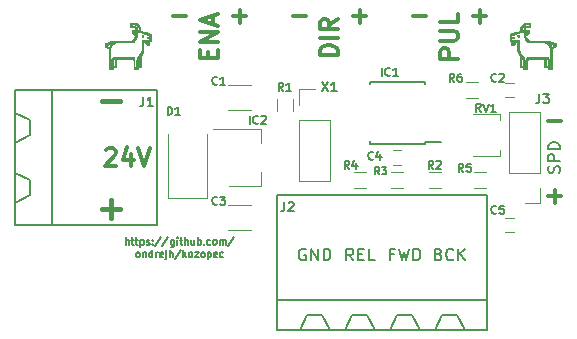
<source format=gbr>
G04 #@! TF.GenerationSoftware,KiCad,Pcbnew,(5.1.5)-3*
G04 #@! TF.CreationDate,2020-07-10T11:16:27+02:00*
G04 #@! TF.ProjectId,kozo,6b6f7a6f-2e6b-4696-9361-645f70636258,rev?*
G04 #@! TF.SameCoordinates,Original*
G04 #@! TF.FileFunction,Legend,Top*
G04 #@! TF.FilePolarity,Positive*
%FSLAX46Y46*%
G04 Gerber Fmt 4.6, Leading zero omitted, Abs format (unit mm)*
G04 Created by KiCad (PCBNEW (5.1.5)-3) date 2020-07-10 11:16:27*
%MOMM*%
%LPD*%
G04 APERTURE LIST*
%ADD10C,0.150000*%
%ADD11C,0.400000*%
%ADD12C,0.300000*%
%ADD13C,0.200000*%
%ADD14C,0.120000*%
%ADD15C,0.010000*%
G04 APERTURE END LIST*
D10*
X145317142Y-114681428D02*
X145317142Y-114081428D01*
X145574285Y-114681428D02*
X145574285Y-114367142D01*
X145545714Y-114310000D01*
X145488571Y-114281428D01*
X145402857Y-114281428D01*
X145345714Y-114310000D01*
X145317142Y-114338571D01*
X145774285Y-114281428D02*
X146002857Y-114281428D01*
X145860000Y-114081428D02*
X145860000Y-114595714D01*
X145888571Y-114652857D01*
X145945714Y-114681428D01*
X146002857Y-114681428D01*
X146117142Y-114281428D02*
X146345714Y-114281428D01*
X146202857Y-114081428D02*
X146202857Y-114595714D01*
X146231428Y-114652857D01*
X146288571Y-114681428D01*
X146345714Y-114681428D01*
X146545714Y-114281428D02*
X146545714Y-114881428D01*
X146545714Y-114310000D02*
X146602857Y-114281428D01*
X146717142Y-114281428D01*
X146774285Y-114310000D01*
X146802857Y-114338571D01*
X146831428Y-114395714D01*
X146831428Y-114567142D01*
X146802857Y-114624285D01*
X146774285Y-114652857D01*
X146717142Y-114681428D01*
X146602857Y-114681428D01*
X146545714Y-114652857D01*
X147060000Y-114652857D02*
X147117142Y-114681428D01*
X147231428Y-114681428D01*
X147288571Y-114652857D01*
X147317142Y-114595714D01*
X147317142Y-114567142D01*
X147288571Y-114510000D01*
X147231428Y-114481428D01*
X147145714Y-114481428D01*
X147088571Y-114452857D01*
X147060000Y-114395714D01*
X147060000Y-114367142D01*
X147088571Y-114310000D01*
X147145714Y-114281428D01*
X147231428Y-114281428D01*
X147288571Y-114310000D01*
X147574285Y-114624285D02*
X147602857Y-114652857D01*
X147574285Y-114681428D01*
X147545714Y-114652857D01*
X147574285Y-114624285D01*
X147574285Y-114681428D01*
X147574285Y-114310000D02*
X147602857Y-114338571D01*
X147574285Y-114367142D01*
X147545714Y-114338571D01*
X147574285Y-114310000D01*
X147574285Y-114367142D01*
X148288571Y-114052857D02*
X147774285Y-114824285D01*
X148917142Y-114052857D02*
X148402857Y-114824285D01*
X149374285Y-114281428D02*
X149374285Y-114767142D01*
X149345714Y-114824285D01*
X149317142Y-114852857D01*
X149260000Y-114881428D01*
X149174285Y-114881428D01*
X149117142Y-114852857D01*
X149374285Y-114652857D02*
X149317142Y-114681428D01*
X149202857Y-114681428D01*
X149145714Y-114652857D01*
X149117142Y-114624285D01*
X149088571Y-114567142D01*
X149088571Y-114395714D01*
X149117142Y-114338571D01*
X149145714Y-114310000D01*
X149202857Y-114281428D01*
X149317142Y-114281428D01*
X149374285Y-114310000D01*
X149660000Y-114681428D02*
X149660000Y-114281428D01*
X149660000Y-114081428D02*
X149631428Y-114110000D01*
X149660000Y-114138571D01*
X149688571Y-114110000D01*
X149660000Y-114081428D01*
X149660000Y-114138571D01*
X149860000Y-114281428D02*
X150088571Y-114281428D01*
X149945714Y-114081428D02*
X149945714Y-114595714D01*
X149974285Y-114652857D01*
X150031428Y-114681428D01*
X150088571Y-114681428D01*
X150288571Y-114681428D02*
X150288571Y-114081428D01*
X150545714Y-114681428D02*
X150545714Y-114367142D01*
X150517142Y-114310000D01*
X150460000Y-114281428D01*
X150374285Y-114281428D01*
X150317142Y-114310000D01*
X150288571Y-114338571D01*
X151088571Y-114281428D02*
X151088571Y-114681428D01*
X150831428Y-114281428D02*
X150831428Y-114595714D01*
X150860000Y-114652857D01*
X150917142Y-114681428D01*
X151002857Y-114681428D01*
X151060000Y-114652857D01*
X151088571Y-114624285D01*
X151374285Y-114681428D02*
X151374285Y-114081428D01*
X151374285Y-114310000D02*
X151431428Y-114281428D01*
X151545714Y-114281428D01*
X151602857Y-114310000D01*
X151631428Y-114338571D01*
X151660000Y-114395714D01*
X151660000Y-114567142D01*
X151631428Y-114624285D01*
X151602857Y-114652857D01*
X151545714Y-114681428D01*
X151431428Y-114681428D01*
X151374285Y-114652857D01*
X151917142Y-114624285D02*
X151945714Y-114652857D01*
X151917142Y-114681428D01*
X151888571Y-114652857D01*
X151917142Y-114624285D01*
X151917142Y-114681428D01*
X152460000Y-114652857D02*
X152402857Y-114681428D01*
X152288571Y-114681428D01*
X152231428Y-114652857D01*
X152202857Y-114624285D01*
X152174285Y-114567142D01*
X152174285Y-114395714D01*
X152202857Y-114338571D01*
X152231428Y-114310000D01*
X152288571Y-114281428D01*
X152402857Y-114281428D01*
X152460000Y-114310000D01*
X152802857Y-114681428D02*
X152745714Y-114652857D01*
X152717142Y-114624285D01*
X152688571Y-114567142D01*
X152688571Y-114395714D01*
X152717142Y-114338571D01*
X152745714Y-114310000D01*
X152802857Y-114281428D01*
X152888571Y-114281428D01*
X152945714Y-114310000D01*
X152974285Y-114338571D01*
X153002857Y-114395714D01*
X153002857Y-114567142D01*
X152974285Y-114624285D01*
X152945714Y-114652857D01*
X152888571Y-114681428D01*
X152802857Y-114681428D01*
X153260000Y-114681428D02*
X153260000Y-114281428D01*
X153260000Y-114338571D02*
X153288571Y-114310000D01*
X153345714Y-114281428D01*
X153431428Y-114281428D01*
X153488571Y-114310000D01*
X153517142Y-114367142D01*
X153517142Y-114681428D01*
X153517142Y-114367142D02*
X153545714Y-114310000D01*
X153602857Y-114281428D01*
X153688571Y-114281428D01*
X153745714Y-114310000D01*
X153774285Y-114367142D01*
X153774285Y-114681428D01*
X154488571Y-114052857D02*
X153974285Y-114824285D01*
X146288571Y-115731428D02*
X146231428Y-115702857D01*
X146202857Y-115674285D01*
X146174285Y-115617142D01*
X146174285Y-115445714D01*
X146202857Y-115388571D01*
X146231428Y-115360000D01*
X146288571Y-115331428D01*
X146374285Y-115331428D01*
X146431428Y-115360000D01*
X146460000Y-115388571D01*
X146488571Y-115445714D01*
X146488571Y-115617142D01*
X146460000Y-115674285D01*
X146431428Y-115702857D01*
X146374285Y-115731428D01*
X146288571Y-115731428D01*
X146745714Y-115331428D02*
X146745714Y-115731428D01*
X146745714Y-115388571D02*
X146774285Y-115360000D01*
X146831428Y-115331428D01*
X146917142Y-115331428D01*
X146974285Y-115360000D01*
X147002857Y-115417142D01*
X147002857Y-115731428D01*
X147545714Y-115731428D02*
X147545714Y-115131428D01*
X147545714Y-115702857D02*
X147488571Y-115731428D01*
X147374285Y-115731428D01*
X147317142Y-115702857D01*
X147288571Y-115674285D01*
X147260000Y-115617142D01*
X147260000Y-115445714D01*
X147288571Y-115388571D01*
X147317142Y-115360000D01*
X147374285Y-115331428D01*
X147488571Y-115331428D01*
X147545714Y-115360000D01*
X147831428Y-115731428D02*
X147831428Y-115331428D01*
X147831428Y-115445714D02*
X147860000Y-115388571D01*
X147888571Y-115360000D01*
X147945714Y-115331428D01*
X148002857Y-115331428D01*
X148431428Y-115702857D02*
X148374285Y-115731428D01*
X148260000Y-115731428D01*
X148202857Y-115702857D01*
X148174285Y-115645714D01*
X148174285Y-115417142D01*
X148202857Y-115360000D01*
X148260000Y-115331428D01*
X148374285Y-115331428D01*
X148431428Y-115360000D01*
X148460000Y-115417142D01*
X148460000Y-115474285D01*
X148174285Y-115531428D01*
X148717142Y-115331428D02*
X148717142Y-115845714D01*
X148688571Y-115902857D01*
X148631428Y-115931428D01*
X148602857Y-115931428D01*
X148717142Y-115131428D02*
X148688571Y-115160000D01*
X148717142Y-115188571D01*
X148745714Y-115160000D01*
X148717142Y-115131428D01*
X148717142Y-115188571D01*
X149002857Y-115731428D02*
X149002857Y-115131428D01*
X149260000Y-115731428D02*
X149260000Y-115417142D01*
X149231428Y-115360000D01*
X149174285Y-115331428D01*
X149088571Y-115331428D01*
X149031428Y-115360000D01*
X149002857Y-115388571D01*
X149974285Y-115102857D02*
X149460000Y-115874285D01*
X150174285Y-115731428D02*
X150174285Y-115131428D01*
X150231428Y-115502857D02*
X150402857Y-115731428D01*
X150402857Y-115331428D02*
X150174285Y-115560000D01*
X150745714Y-115731428D02*
X150688571Y-115702857D01*
X150660000Y-115674285D01*
X150631428Y-115617142D01*
X150631428Y-115445714D01*
X150660000Y-115388571D01*
X150688571Y-115360000D01*
X150745714Y-115331428D01*
X150831428Y-115331428D01*
X150888571Y-115360000D01*
X150917142Y-115388571D01*
X150945714Y-115445714D01*
X150945714Y-115617142D01*
X150917142Y-115674285D01*
X150888571Y-115702857D01*
X150831428Y-115731428D01*
X150745714Y-115731428D01*
X151145714Y-115331428D02*
X151460000Y-115331428D01*
X151145714Y-115731428D01*
X151460000Y-115731428D01*
X151774285Y-115731428D02*
X151717142Y-115702857D01*
X151688571Y-115674285D01*
X151660000Y-115617142D01*
X151660000Y-115445714D01*
X151688571Y-115388571D01*
X151717142Y-115360000D01*
X151774285Y-115331428D01*
X151860000Y-115331428D01*
X151917142Y-115360000D01*
X151945714Y-115388571D01*
X151974285Y-115445714D01*
X151974285Y-115617142D01*
X151945714Y-115674285D01*
X151917142Y-115702857D01*
X151860000Y-115731428D01*
X151774285Y-115731428D01*
X152231428Y-115331428D02*
X152231428Y-115931428D01*
X152231428Y-115360000D02*
X152288571Y-115331428D01*
X152402857Y-115331428D01*
X152460000Y-115360000D01*
X152488571Y-115388571D01*
X152517142Y-115445714D01*
X152517142Y-115617142D01*
X152488571Y-115674285D01*
X152460000Y-115702857D01*
X152402857Y-115731428D01*
X152288571Y-115731428D01*
X152231428Y-115702857D01*
X153002857Y-115702857D02*
X152945714Y-115731428D01*
X152831428Y-115731428D01*
X152774285Y-115702857D01*
X152745714Y-115645714D01*
X152745714Y-115417142D01*
X152774285Y-115360000D01*
X152831428Y-115331428D01*
X152945714Y-115331428D01*
X153002857Y-115360000D01*
X153031428Y-115417142D01*
X153031428Y-115474285D01*
X152745714Y-115531428D01*
X153545714Y-115702857D02*
X153488571Y-115731428D01*
X153374285Y-115731428D01*
X153317142Y-115702857D01*
X153288571Y-115674285D01*
X153260000Y-115617142D01*
X153260000Y-115445714D01*
X153288571Y-115388571D01*
X153317142Y-115360000D01*
X153374285Y-115331428D01*
X153488571Y-115331428D01*
X153545714Y-115360000D01*
D11*
X143256095Y-102504857D02*
X144779904Y-102504857D01*
X143256095Y-111648857D02*
X144779904Y-111648857D01*
X144018000Y-112410761D02*
X144018000Y-110886952D01*
D12*
X143629285Y-106636428D02*
X143700714Y-106565000D01*
X143843571Y-106493571D01*
X144200714Y-106493571D01*
X144343571Y-106565000D01*
X144415000Y-106636428D01*
X144486428Y-106779285D01*
X144486428Y-106922142D01*
X144415000Y-107136428D01*
X143557857Y-107993571D01*
X144486428Y-107993571D01*
X145772142Y-106993571D02*
X145772142Y-107993571D01*
X145415000Y-106422142D02*
X145057857Y-107493571D01*
X145986428Y-107493571D01*
X146343571Y-106493571D02*
X146843571Y-107993571D01*
X147343571Y-106493571D01*
D13*
X160528095Y-115070000D02*
X160432857Y-115022380D01*
X160290000Y-115022380D01*
X160147142Y-115070000D01*
X160051904Y-115165238D01*
X160004285Y-115260476D01*
X159956666Y-115450952D01*
X159956666Y-115593809D01*
X160004285Y-115784285D01*
X160051904Y-115879523D01*
X160147142Y-115974761D01*
X160290000Y-116022380D01*
X160385238Y-116022380D01*
X160528095Y-115974761D01*
X160575714Y-115927142D01*
X160575714Y-115593809D01*
X160385238Y-115593809D01*
X161004285Y-116022380D02*
X161004285Y-115022380D01*
X161575714Y-116022380D01*
X161575714Y-115022380D01*
X162051904Y-116022380D02*
X162051904Y-115022380D01*
X162290000Y-115022380D01*
X162432857Y-115070000D01*
X162528095Y-115165238D01*
X162575714Y-115260476D01*
X162623333Y-115450952D01*
X162623333Y-115593809D01*
X162575714Y-115784285D01*
X162528095Y-115879523D01*
X162432857Y-115974761D01*
X162290000Y-116022380D01*
X162051904Y-116022380D01*
X164552380Y-116022380D02*
X164219047Y-115546190D01*
X163980952Y-116022380D02*
X163980952Y-115022380D01*
X164361904Y-115022380D01*
X164457142Y-115070000D01*
X164504761Y-115117619D01*
X164552380Y-115212857D01*
X164552380Y-115355714D01*
X164504761Y-115450952D01*
X164457142Y-115498571D01*
X164361904Y-115546190D01*
X163980952Y-115546190D01*
X164980952Y-115498571D02*
X165314285Y-115498571D01*
X165457142Y-116022380D02*
X164980952Y-116022380D01*
X164980952Y-115022380D01*
X165457142Y-115022380D01*
X166361904Y-116022380D02*
X165885714Y-116022380D01*
X165885714Y-115022380D01*
X167981428Y-115498571D02*
X167648095Y-115498571D01*
X167648095Y-116022380D02*
X167648095Y-115022380D01*
X168124285Y-115022380D01*
X168410000Y-115022380D02*
X168648095Y-116022380D01*
X168838571Y-115308095D01*
X169029047Y-116022380D01*
X169267142Y-115022380D01*
X169648095Y-116022380D02*
X169648095Y-115022380D01*
X169886190Y-115022380D01*
X170029047Y-115070000D01*
X170124285Y-115165238D01*
X170171904Y-115260476D01*
X170219523Y-115450952D01*
X170219523Y-115593809D01*
X170171904Y-115784285D01*
X170124285Y-115879523D01*
X170029047Y-115974761D01*
X169886190Y-116022380D01*
X169648095Y-116022380D01*
X171791428Y-115498571D02*
X171934285Y-115546190D01*
X171981904Y-115593809D01*
X172029523Y-115689047D01*
X172029523Y-115831904D01*
X171981904Y-115927142D01*
X171934285Y-115974761D01*
X171839047Y-116022380D01*
X171458095Y-116022380D01*
X171458095Y-115022380D01*
X171791428Y-115022380D01*
X171886666Y-115070000D01*
X171934285Y-115117619D01*
X171981904Y-115212857D01*
X171981904Y-115308095D01*
X171934285Y-115403333D01*
X171886666Y-115450952D01*
X171791428Y-115498571D01*
X171458095Y-115498571D01*
X173029523Y-115927142D02*
X172981904Y-115974761D01*
X172839047Y-116022380D01*
X172743809Y-116022380D01*
X172600952Y-115974761D01*
X172505714Y-115879523D01*
X172458095Y-115784285D01*
X172410476Y-115593809D01*
X172410476Y-115450952D01*
X172458095Y-115260476D01*
X172505714Y-115165238D01*
X172600952Y-115070000D01*
X172743809Y-115022380D01*
X172839047Y-115022380D01*
X172981904Y-115070000D01*
X173029523Y-115117619D01*
X173458095Y-116022380D02*
X173458095Y-115022380D01*
X174029523Y-116022380D02*
X173600952Y-115450952D01*
X174029523Y-115022380D02*
X173458095Y-115593809D01*
X182014761Y-108600714D02*
X182062380Y-108457857D01*
X182062380Y-108219761D01*
X182014761Y-108124523D01*
X181967142Y-108076904D01*
X181871904Y-108029285D01*
X181776666Y-108029285D01*
X181681428Y-108076904D01*
X181633809Y-108124523D01*
X181586190Y-108219761D01*
X181538571Y-108410238D01*
X181490952Y-108505476D01*
X181443333Y-108553095D01*
X181348095Y-108600714D01*
X181252857Y-108600714D01*
X181157619Y-108553095D01*
X181110000Y-108505476D01*
X181062380Y-108410238D01*
X181062380Y-108172142D01*
X181110000Y-108029285D01*
X182062380Y-107600714D02*
X181062380Y-107600714D01*
X181062380Y-107219761D01*
X181110000Y-107124523D01*
X181157619Y-107076904D01*
X181252857Y-107029285D01*
X181395714Y-107029285D01*
X181490952Y-107076904D01*
X181538571Y-107124523D01*
X181586190Y-107219761D01*
X181586190Y-107600714D01*
X182062380Y-106600714D02*
X181062380Y-106600714D01*
X181062380Y-106362619D01*
X181110000Y-106219761D01*
X181205238Y-106124523D01*
X181300476Y-106076904D01*
X181490952Y-106029285D01*
X181633809Y-106029285D01*
X181824285Y-106076904D01*
X181919523Y-106124523D01*
X182014761Y-106219761D01*
X182062380Y-106362619D01*
X182062380Y-106600714D01*
D12*
X181038571Y-104247142D02*
X182181428Y-104247142D01*
X181038571Y-110597142D02*
X182181428Y-110597142D01*
X181610000Y-111168571D02*
X181610000Y-110025714D01*
X169608571Y-95357142D02*
X170751428Y-95357142D01*
X174688571Y-95357142D02*
X175831428Y-95357142D01*
X175260000Y-95928571D02*
X175260000Y-94785714D01*
X164528571Y-95357142D02*
X165671428Y-95357142D01*
X165100000Y-95928571D02*
X165100000Y-94785714D01*
X159448571Y-95357142D02*
X160591428Y-95357142D01*
X149288571Y-95357142D02*
X150431428Y-95357142D01*
X154368571Y-95357142D02*
X155511428Y-95357142D01*
X154940000Y-95928571D02*
X154940000Y-94785714D01*
X173398571Y-98940714D02*
X171898571Y-98940714D01*
X171898571Y-98369285D01*
X171970000Y-98226428D01*
X172041428Y-98155000D01*
X172184285Y-98083571D01*
X172398571Y-98083571D01*
X172541428Y-98155000D01*
X172612857Y-98226428D01*
X172684285Y-98369285D01*
X172684285Y-98940714D01*
X171898571Y-97440714D02*
X173112857Y-97440714D01*
X173255714Y-97369285D01*
X173327142Y-97297857D01*
X173398571Y-97155000D01*
X173398571Y-96869285D01*
X173327142Y-96726428D01*
X173255714Y-96655000D01*
X173112857Y-96583571D01*
X171898571Y-96583571D01*
X173398571Y-95155000D02*
X173398571Y-95869285D01*
X171898571Y-95869285D01*
X163238571Y-98655000D02*
X161738571Y-98655000D01*
X161738571Y-98297857D01*
X161810000Y-98083571D01*
X161952857Y-97940714D01*
X162095714Y-97869285D01*
X162381428Y-97797857D01*
X162595714Y-97797857D01*
X162881428Y-97869285D01*
X163024285Y-97940714D01*
X163167142Y-98083571D01*
X163238571Y-98297857D01*
X163238571Y-98655000D01*
X163238571Y-97155000D02*
X161738571Y-97155000D01*
X163238571Y-95583571D02*
X162524285Y-96083571D01*
X163238571Y-96440714D02*
X161738571Y-96440714D01*
X161738571Y-95869285D01*
X161810000Y-95726428D01*
X161881428Y-95655000D01*
X162024285Y-95583571D01*
X162238571Y-95583571D01*
X162381428Y-95655000D01*
X162452857Y-95726428D01*
X162524285Y-95869285D01*
X162524285Y-96440714D01*
X152292857Y-98905000D02*
X152292857Y-98405000D01*
X153078571Y-98190714D02*
X153078571Y-98905000D01*
X151578571Y-98905000D01*
X151578571Y-98190714D01*
X153078571Y-97547857D02*
X151578571Y-97547857D01*
X153078571Y-96690714D01*
X151578571Y-96690714D01*
X152650000Y-96047857D02*
X152650000Y-95333571D01*
X153078571Y-96190714D02*
X151578571Y-95690714D01*
X153078571Y-95190714D01*
D14*
X153940000Y-103255000D02*
X155940000Y-103255000D01*
X155940000Y-101215000D02*
X153940000Y-101215000D01*
X178150000Y-102200000D02*
X177450000Y-102200000D01*
X177450000Y-101000000D02*
X178150000Y-101000000D01*
D10*
X135890000Y-108585000D02*
X137160000Y-109220000D01*
X137160000Y-109220000D02*
X137160000Y-110490000D01*
X137160000Y-110490000D02*
X135890000Y-111125000D01*
X135890000Y-103505000D02*
X137160000Y-104140000D01*
X137160000Y-104140000D02*
X137160000Y-105410000D01*
X137160000Y-105410000D02*
X135890000Y-106045000D01*
X139065000Y-101600000D02*
X139065000Y-113030000D01*
X135890000Y-101600000D02*
X135890000Y-113030000D01*
X146050000Y-113030000D02*
X135890000Y-113030000D01*
X146050000Y-101600000D02*
X135890000Y-101600000D01*
X146050000Y-101600000D02*
X147955000Y-101600000D01*
X147955000Y-101600000D02*
X147955000Y-113030000D01*
X147955000Y-113030000D02*
X146050000Y-113030000D01*
D14*
X159960000Y-109280000D02*
X162620000Y-109280000D01*
X159960000Y-104140000D02*
X159960000Y-109280000D01*
X162620000Y-104140000D02*
X162620000Y-109280000D01*
X159960000Y-104140000D02*
X162620000Y-104140000D01*
X159960000Y-102870000D02*
X159960000Y-101540000D01*
X159960000Y-101540000D02*
X161290000Y-101540000D01*
X180400000Y-111185000D02*
X179070000Y-111185000D01*
X180400000Y-109855000D02*
X180400000Y-111185000D01*
X180400000Y-108585000D02*
X177740000Y-108585000D01*
X177740000Y-108585000D02*
X177740000Y-103445000D01*
X180400000Y-108585000D02*
X180400000Y-103445000D01*
X180400000Y-103445000D02*
X177740000Y-103445000D01*
D10*
X158115000Y-121920000D02*
X175895000Y-121920000D01*
X158115000Y-119380000D02*
X175895000Y-119380000D01*
X158115000Y-110490000D02*
X175895000Y-110490000D01*
X171450000Y-121920000D02*
X172085000Y-120650000D01*
X172085000Y-120650000D02*
X173355000Y-120650000D01*
X173355000Y-120650000D02*
X173990000Y-121920000D01*
X167640000Y-121920000D02*
X168275000Y-120650000D01*
X168275000Y-120650000D02*
X169545000Y-120650000D01*
X169545000Y-120650000D02*
X170180000Y-121920000D01*
X163830000Y-121920000D02*
X164465000Y-120650000D01*
X164465000Y-120650000D02*
X165735000Y-120650000D01*
X165735000Y-120650000D02*
X166370000Y-121920000D01*
X160020000Y-121920000D02*
X160655000Y-120650000D01*
X160655000Y-120650000D02*
X161925000Y-120650000D01*
X161925000Y-120650000D02*
X162560000Y-121920000D01*
X175895000Y-110490000D02*
X175895000Y-121920000D01*
X158115000Y-110490000D02*
X158115000Y-121920000D01*
D14*
X159430000Y-102370000D02*
X159430000Y-103370000D01*
X158070000Y-103370000D02*
X158070000Y-102370000D01*
X171950000Y-109900000D02*
X170950000Y-109900000D01*
X170950000Y-108540000D02*
X171950000Y-108540000D01*
X168775000Y-109900000D02*
X167775000Y-109900000D01*
X167775000Y-108540000D02*
X168775000Y-108540000D01*
X164600000Y-108540000D02*
X165600000Y-108540000D01*
X165600000Y-109900000D02*
X164600000Y-109900000D01*
X175760000Y-109900000D02*
X174760000Y-109900000D01*
X174760000Y-108540000D02*
X175760000Y-108540000D01*
X175125000Y-102280000D02*
X174125000Y-102280000D01*
X174125000Y-100920000D02*
X175125000Y-100920000D01*
X174730000Y-103630000D02*
X177010000Y-103630000D01*
X177010000Y-103630000D02*
X177010000Y-104140000D01*
X177010000Y-106680000D02*
X177010000Y-107190000D01*
X177010000Y-107190000D02*
X174730000Y-107190000D01*
X156720000Y-104915000D02*
X156720000Y-106115000D01*
X152720000Y-104915000D02*
X156720000Y-104915000D01*
X156720000Y-109715000D02*
X154020000Y-109715000D01*
X156720000Y-108515000D02*
X156720000Y-109715000D01*
D10*
X170600000Y-106005000D02*
X171950000Y-106005000D01*
X170600000Y-100880000D02*
X165950000Y-100880000D01*
X170600000Y-106130000D02*
X165950000Y-106130000D01*
X170600000Y-100880000D02*
X170600000Y-101105000D01*
X165950000Y-100880000D02*
X165950000Y-101105000D01*
X165950000Y-106130000D02*
X165950000Y-105905000D01*
X170600000Y-106130000D02*
X170600000Y-106005000D01*
D14*
X153940000Y-113415000D02*
X155940000Y-113415000D01*
X155940000Y-111375000D02*
X153940000Y-111375000D01*
X168625000Y-107915000D02*
X167925000Y-107915000D01*
X167925000Y-106715000D02*
X168625000Y-106715000D01*
X178150000Y-113630000D02*
X177450000Y-113630000D01*
X177450000Y-112430000D02*
X178150000Y-112430000D01*
X148845000Y-110715000D02*
X148845000Y-105315000D01*
X152145000Y-110715000D02*
X152145000Y-105315000D01*
X148845000Y-110715000D02*
X152145000Y-110715000D01*
D15*
G36*
X181300000Y-99735000D02*
G01*
X181370000Y-99735000D01*
X181370000Y-99805000D01*
X181300000Y-99805000D01*
X181300000Y-99735000D01*
G37*
X181300000Y-99735000D02*
X181370000Y-99735000D01*
X181370000Y-99805000D01*
X181300000Y-99805000D01*
X181300000Y-99735000D01*
G36*
X181230000Y-99735000D02*
G01*
X181300000Y-99735000D01*
X181300000Y-99805000D01*
X181230000Y-99805000D01*
X181230000Y-99735000D01*
G37*
X181230000Y-99735000D02*
X181300000Y-99735000D01*
X181300000Y-99805000D01*
X181230000Y-99805000D01*
X181230000Y-99735000D01*
G36*
X181160000Y-99735000D02*
G01*
X181230000Y-99735000D01*
X181230000Y-99805000D01*
X181160000Y-99805000D01*
X181160000Y-99735000D01*
G37*
X181160000Y-99735000D02*
X181230000Y-99735000D01*
X181230000Y-99805000D01*
X181160000Y-99805000D01*
X181160000Y-99735000D01*
G36*
X181090000Y-99735000D02*
G01*
X181160000Y-99735000D01*
X181160000Y-99805000D01*
X181090000Y-99805000D01*
X181090000Y-99735000D01*
G37*
X181090000Y-99735000D02*
X181160000Y-99735000D01*
X181160000Y-99805000D01*
X181090000Y-99805000D01*
X181090000Y-99735000D01*
G36*
X181020000Y-99735000D02*
G01*
X181090000Y-99735000D01*
X181090000Y-99805000D01*
X181020000Y-99805000D01*
X181020000Y-99735000D01*
G37*
X181020000Y-99735000D02*
X181090000Y-99735000D01*
X181090000Y-99805000D01*
X181020000Y-99805000D01*
X181020000Y-99735000D01*
G36*
X179200000Y-99735000D02*
G01*
X179270000Y-99735000D01*
X179270000Y-99805000D01*
X179200000Y-99805000D01*
X179200000Y-99735000D01*
G37*
X179200000Y-99735000D02*
X179270000Y-99735000D01*
X179270000Y-99805000D01*
X179200000Y-99805000D01*
X179200000Y-99735000D01*
G36*
X179130000Y-99735000D02*
G01*
X179200000Y-99735000D01*
X179200000Y-99805000D01*
X179130000Y-99805000D01*
X179130000Y-99735000D01*
G37*
X179130000Y-99735000D02*
X179200000Y-99735000D01*
X179200000Y-99805000D01*
X179130000Y-99805000D01*
X179130000Y-99735000D01*
G36*
X179060000Y-99735000D02*
G01*
X179130000Y-99735000D01*
X179130000Y-99805000D01*
X179060000Y-99805000D01*
X179060000Y-99735000D01*
G37*
X179060000Y-99735000D02*
X179130000Y-99735000D01*
X179130000Y-99805000D01*
X179060000Y-99805000D01*
X179060000Y-99735000D01*
G36*
X178990000Y-99735000D02*
G01*
X179060000Y-99735000D01*
X179060000Y-99805000D01*
X178990000Y-99805000D01*
X178990000Y-99735000D01*
G37*
X178990000Y-99735000D02*
X179060000Y-99735000D01*
X179060000Y-99805000D01*
X178990000Y-99805000D01*
X178990000Y-99735000D01*
G36*
X178920000Y-99735000D02*
G01*
X178990000Y-99735000D01*
X178990000Y-99805000D01*
X178920000Y-99805000D01*
X178920000Y-99735000D01*
G37*
X178920000Y-99735000D02*
X178990000Y-99735000D01*
X178990000Y-99805000D01*
X178920000Y-99805000D01*
X178920000Y-99735000D01*
G36*
X181300000Y-99665000D02*
G01*
X181370000Y-99665000D01*
X181370000Y-99735000D01*
X181300000Y-99735000D01*
X181300000Y-99665000D01*
G37*
X181300000Y-99665000D02*
X181370000Y-99665000D01*
X181370000Y-99735000D01*
X181300000Y-99735000D01*
X181300000Y-99665000D01*
G36*
X181230000Y-99665000D02*
G01*
X181300000Y-99665000D01*
X181300000Y-99735000D01*
X181230000Y-99735000D01*
X181230000Y-99665000D01*
G37*
X181230000Y-99665000D02*
X181300000Y-99665000D01*
X181300000Y-99735000D01*
X181230000Y-99735000D01*
X181230000Y-99665000D01*
G36*
X181160000Y-99665000D02*
G01*
X181230000Y-99665000D01*
X181230000Y-99735000D01*
X181160000Y-99735000D01*
X181160000Y-99665000D01*
G37*
X181160000Y-99665000D02*
X181230000Y-99665000D01*
X181230000Y-99735000D01*
X181160000Y-99735000D01*
X181160000Y-99665000D01*
G36*
X181090000Y-99665000D02*
G01*
X181160000Y-99665000D01*
X181160000Y-99735000D01*
X181090000Y-99735000D01*
X181090000Y-99665000D01*
G37*
X181090000Y-99665000D02*
X181160000Y-99665000D01*
X181160000Y-99735000D01*
X181090000Y-99735000D01*
X181090000Y-99665000D01*
G36*
X181020000Y-99665000D02*
G01*
X181090000Y-99665000D01*
X181090000Y-99735000D01*
X181020000Y-99735000D01*
X181020000Y-99665000D01*
G37*
X181020000Y-99665000D02*
X181090000Y-99665000D01*
X181090000Y-99735000D01*
X181020000Y-99735000D01*
X181020000Y-99665000D01*
G36*
X179200000Y-99665000D02*
G01*
X179270000Y-99665000D01*
X179270000Y-99735000D01*
X179200000Y-99735000D01*
X179200000Y-99665000D01*
G37*
X179200000Y-99665000D02*
X179270000Y-99665000D01*
X179270000Y-99735000D01*
X179200000Y-99735000D01*
X179200000Y-99665000D01*
G36*
X179130000Y-99665000D02*
G01*
X179200000Y-99665000D01*
X179200000Y-99735000D01*
X179130000Y-99735000D01*
X179130000Y-99665000D01*
G37*
X179130000Y-99665000D02*
X179200000Y-99665000D01*
X179200000Y-99735000D01*
X179130000Y-99735000D01*
X179130000Y-99665000D01*
G36*
X179060000Y-99665000D02*
G01*
X179130000Y-99665000D01*
X179130000Y-99735000D01*
X179060000Y-99735000D01*
X179060000Y-99665000D01*
G37*
X179060000Y-99665000D02*
X179130000Y-99665000D01*
X179130000Y-99735000D01*
X179060000Y-99735000D01*
X179060000Y-99665000D01*
G36*
X178990000Y-99665000D02*
G01*
X179060000Y-99665000D01*
X179060000Y-99735000D01*
X178990000Y-99735000D01*
X178990000Y-99665000D01*
G37*
X178990000Y-99665000D02*
X179060000Y-99665000D01*
X179060000Y-99735000D01*
X178990000Y-99735000D01*
X178990000Y-99665000D01*
G36*
X178920000Y-99665000D02*
G01*
X178990000Y-99665000D01*
X178990000Y-99735000D01*
X178920000Y-99735000D01*
X178920000Y-99665000D01*
G37*
X178920000Y-99665000D02*
X178990000Y-99665000D01*
X178990000Y-99735000D01*
X178920000Y-99735000D01*
X178920000Y-99665000D01*
G36*
X181300000Y-99595000D02*
G01*
X181370000Y-99595000D01*
X181370000Y-99665000D01*
X181300000Y-99665000D01*
X181300000Y-99595000D01*
G37*
X181300000Y-99595000D02*
X181370000Y-99595000D01*
X181370000Y-99665000D01*
X181300000Y-99665000D01*
X181300000Y-99595000D01*
G36*
X181230000Y-99595000D02*
G01*
X181300000Y-99595000D01*
X181300000Y-99665000D01*
X181230000Y-99665000D01*
X181230000Y-99595000D01*
G37*
X181230000Y-99595000D02*
X181300000Y-99595000D01*
X181300000Y-99665000D01*
X181230000Y-99665000D01*
X181230000Y-99595000D01*
G36*
X181090000Y-99595000D02*
G01*
X181160000Y-99595000D01*
X181160000Y-99665000D01*
X181090000Y-99665000D01*
X181090000Y-99595000D01*
G37*
X181090000Y-99595000D02*
X181160000Y-99595000D01*
X181160000Y-99665000D01*
X181090000Y-99665000D01*
X181090000Y-99595000D01*
G36*
X181020000Y-99595000D02*
G01*
X181090000Y-99595000D01*
X181090000Y-99665000D01*
X181020000Y-99665000D01*
X181020000Y-99595000D01*
G37*
X181020000Y-99595000D02*
X181090000Y-99595000D01*
X181090000Y-99665000D01*
X181020000Y-99665000D01*
X181020000Y-99595000D01*
G36*
X180950000Y-99595000D02*
G01*
X181020000Y-99595000D01*
X181020000Y-99665000D01*
X180950000Y-99665000D01*
X180950000Y-99595000D01*
G37*
X180950000Y-99595000D02*
X181020000Y-99595000D01*
X181020000Y-99665000D01*
X180950000Y-99665000D01*
X180950000Y-99595000D01*
G36*
X180880000Y-99595000D02*
G01*
X180950000Y-99595000D01*
X180950000Y-99665000D01*
X180880000Y-99665000D01*
X180880000Y-99595000D01*
G37*
X180880000Y-99595000D02*
X180950000Y-99595000D01*
X180950000Y-99665000D01*
X180880000Y-99665000D01*
X180880000Y-99595000D01*
G36*
X180810000Y-99595000D02*
G01*
X180880000Y-99595000D01*
X180880000Y-99665000D01*
X180810000Y-99665000D01*
X180810000Y-99595000D01*
G37*
X180810000Y-99595000D02*
X180880000Y-99595000D01*
X180880000Y-99665000D01*
X180810000Y-99665000D01*
X180810000Y-99595000D01*
G36*
X180740000Y-99595000D02*
G01*
X180810000Y-99595000D01*
X180810000Y-99665000D01*
X180740000Y-99665000D01*
X180740000Y-99595000D01*
G37*
X180740000Y-99595000D02*
X180810000Y-99595000D01*
X180810000Y-99665000D01*
X180740000Y-99665000D01*
X180740000Y-99595000D01*
G36*
X179200000Y-99595000D02*
G01*
X179270000Y-99595000D01*
X179270000Y-99665000D01*
X179200000Y-99665000D01*
X179200000Y-99595000D01*
G37*
X179200000Y-99595000D02*
X179270000Y-99595000D01*
X179270000Y-99665000D01*
X179200000Y-99665000D01*
X179200000Y-99595000D01*
G36*
X178990000Y-99595000D02*
G01*
X179060000Y-99595000D01*
X179060000Y-99665000D01*
X178990000Y-99665000D01*
X178990000Y-99595000D01*
G37*
X178990000Y-99595000D02*
X179060000Y-99595000D01*
X179060000Y-99665000D01*
X178990000Y-99665000D01*
X178990000Y-99595000D01*
G36*
X178920000Y-99595000D02*
G01*
X178990000Y-99595000D01*
X178990000Y-99665000D01*
X178920000Y-99665000D01*
X178920000Y-99595000D01*
G37*
X178920000Y-99595000D02*
X178990000Y-99595000D01*
X178990000Y-99665000D01*
X178920000Y-99665000D01*
X178920000Y-99595000D01*
G36*
X178850000Y-99595000D02*
G01*
X178920000Y-99595000D01*
X178920000Y-99665000D01*
X178850000Y-99665000D01*
X178850000Y-99595000D01*
G37*
X178850000Y-99595000D02*
X178920000Y-99595000D01*
X178920000Y-99665000D01*
X178850000Y-99665000D01*
X178850000Y-99595000D01*
G36*
X178780000Y-99595000D02*
G01*
X178850000Y-99595000D01*
X178850000Y-99665000D01*
X178780000Y-99665000D01*
X178780000Y-99595000D01*
G37*
X178780000Y-99595000D02*
X178850000Y-99595000D01*
X178850000Y-99665000D01*
X178780000Y-99665000D01*
X178780000Y-99595000D01*
G36*
X178710000Y-99595000D02*
G01*
X178780000Y-99595000D01*
X178780000Y-99665000D01*
X178710000Y-99665000D01*
X178710000Y-99595000D01*
G37*
X178710000Y-99595000D02*
X178780000Y-99595000D01*
X178780000Y-99665000D01*
X178710000Y-99665000D01*
X178710000Y-99595000D01*
G36*
X178640000Y-99595000D02*
G01*
X178710000Y-99595000D01*
X178710000Y-99665000D01*
X178640000Y-99665000D01*
X178640000Y-99595000D01*
G37*
X178640000Y-99595000D02*
X178710000Y-99595000D01*
X178710000Y-99665000D01*
X178640000Y-99665000D01*
X178640000Y-99595000D01*
G36*
X181300000Y-99525000D02*
G01*
X181370000Y-99525000D01*
X181370000Y-99595000D01*
X181300000Y-99595000D01*
X181300000Y-99525000D01*
G37*
X181300000Y-99525000D02*
X181370000Y-99525000D01*
X181370000Y-99595000D01*
X181300000Y-99595000D01*
X181300000Y-99525000D01*
G36*
X181230000Y-99525000D02*
G01*
X181300000Y-99525000D01*
X181300000Y-99595000D01*
X181230000Y-99595000D01*
X181230000Y-99525000D01*
G37*
X181230000Y-99525000D02*
X181300000Y-99525000D01*
X181300000Y-99595000D01*
X181230000Y-99595000D01*
X181230000Y-99525000D01*
G36*
X181090000Y-99525000D02*
G01*
X181160000Y-99525000D01*
X181160000Y-99595000D01*
X181090000Y-99595000D01*
X181090000Y-99525000D01*
G37*
X181090000Y-99525000D02*
X181160000Y-99525000D01*
X181160000Y-99595000D01*
X181090000Y-99595000D01*
X181090000Y-99525000D01*
G36*
X181020000Y-99525000D02*
G01*
X181090000Y-99525000D01*
X181090000Y-99595000D01*
X181020000Y-99595000D01*
X181020000Y-99525000D01*
G37*
X181020000Y-99525000D02*
X181090000Y-99525000D01*
X181090000Y-99595000D01*
X181020000Y-99595000D01*
X181020000Y-99525000D01*
G36*
X180950000Y-99525000D02*
G01*
X181020000Y-99525000D01*
X181020000Y-99595000D01*
X180950000Y-99595000D01*
X180950000Y-99525000D01*
G37*
X180950000Y-99525000D02*
X181020000Y-99525000D01*
X181020000Y-99595000D01*
X180950000Y-99595000D01*
X180950000Y-99525000D01*
G36*
X180880000Y-99525000D02*
G01*
X180950000Y-99525000D01*
X180950000Y-99595000D01*
X180880000Y-99595000D01*
X180880000Y-99525000D01*
G37*
X180880000Y-99525000D02*
X180950000Y-99525000D01*
X180950000Y-99595000D01*
X180880000Y-99595000D01*
X180880000Y-99525000D01*
G36*
X180810000Y-99525000D02*
G01*
X180880000Y-99525000D01*
X180880000Y-99595000D01*
X180810000Y-99595000D01*
X180810000Y-99525000D01*
G37*
X180810000Y-99525000D02*
X180880000Y-99525000D01*
X180880000Y-99595000D01*
X180810000Y-99595000D01*
X180810000Y-99525000D01*
G36*
X180740000Y-99525000D02*
G01*
X180810000Y-99525000D01*
X180810000Y-99595000D01*
X180740000Y-99595000D01*
X180740000Y-99525000D01*
G37*
X180740000Y-99525000D02*
X180810000Y-99525000D01*
X180810000Y-99595000D01*
X180740000Y-99595000D01*
X180740000Y-99525000D01*
G36*
X179200000Y-99525000D02*
G01*
X179270000Y-99525000D01*
X179270000Y-99595000D01*
X179200000Y-99595000D01*
X179200000Y-99525000D01*
G37*
X179200000Y-99525000D02*
X179270000Y-99525000D01*
X179270000Y-99595000D01*
X179200000Y-99595000D01*
X179200000Y-99525000D01*
G36*
X178990000Y-99525000D02*
G01*
X179060000Y-99525000D01*
X179060000Y-99595000D01*
X178990000Y-99595000D01*
X178990000Y-99525000D01*
G37*
X178990000Y-99525000D02*
X179060000Y-99525000D01*
X179060000Y-99595000D01*
X178990000Y-99595000D01*
X178990000Y-99525000D01*
G36*
X178920000Y-99525000D02*
G01*
X178990000Y-99525000D01*
X178990000Y-99595000D01*
X178920000Y-99595000D01*
X178920000Y-99525000D01*
G37*
X178920000Y-99525000D02*
X178990000Y-99525000D01*
X178990000Y-99595000D01*
X178920000Y-99595000D01*
X178920000Y-99525000D01*
G36*
X178850000Y-99525000D02*
G01*
X178920000Y-99525000D01*
X178920000Y-99595000D01*
X178850000Y-99595000D01*
X178850000Y-99525000D01*
G37*
X178850000Y-99525000D02*
X178920000Y-99525000D01*
X178920000Y-99595000D01*
X178850000Y-99595000D01*
X178850000Y-99525000D01*
G36*
X178780000Y-99525000D02*
G01*
X178850000Y-99525000D01*
X178850000Y-99595000D01*
X178780000Y-99595000D01*
X178780000Y-99525000D01*
G37*
X178780000Y-99525000D02*
X178850000Y-99525000D01*
X178850000Y-99595000D01*
X178780000Y-99595000D01*
X178780000Y-99525000D01*
G36*
X178710000Y-99525000D02*
G01*
X178780000Y-99525000D01*
X178780000Y-99595000D01*
X178710000Y-99595000D01*
X178710000Y-99525000D01*
G37*
X178710000Y-99525000D02*
X178780000Y-99525000D01*
X178780000Y-99595000D01*
X178710000Y-99595000D01*
X178710000Y-99525000D01*
G36*
X178640000Y-99525000D02*
G01*
X178710000Y-99525000D01*
X178710000Y-99595000D01*
X178640000Y-99595000D01*
X178640000Y-99525000D01*
G37*
X178640000Y-99525000D02*
X178710000Y-99525000D01*
X178710000Y-99595000D01*
X178640000Y-99595000D01*
X178640000Y-99525000D01*
G36*
X181300000Y-99455000D02*
G01*
X181370000Y-99455000D01*
X181370000Y-99525000D01*
X181300000Y-99525000D01*
X181300000Y-99455000D01*
G37*
X181300000Y-99455000D02*
X181370000Y-99455000D01*
X181370000Y-99525000D01*
X181300000Y-99525000D01*
X181300000Y-99455000D01*
G36*
X181230000Y-99455000D02*
G01*
X181300000Y-99455000D01*
X181300000Y-99525000D01*
X181230000Y-99525000D01*
X181230000Y-99455000D01*
G37*
X181230000Y-99455000D02*
X181300000Y-99455000D01*
X181300000Y-99525000D01*
X181230000Y-99525000D01*
X181230000Y-99455000D01*
G36*
X181090000Y-99455000D02*
G01*
X181160000Y-99455000D01*
X181160000Y-99525000D01*
X181090000Y-99525000D01*
X181090000Y-99455000D01*
G37*
X181090000Y-99455000D02*
X181160000Y-99455000D01*
X181160000Y-99525000D01*
X181090000Y-99525000D01*
X181090000Y-99455000D01*
G36*
X181020000Y-99455000D02*
G01*
X181090000Y-99455000D01*
X181090000Y-99525000D01*
X181020000Y-99525000D01*
X181020000Y-99455000D01*
G37*
X181020000Y-99455000D02*
X181090000Y-99455000D01*
X181090000Y-99525000D01*
X181020000Y-99525000D01*
X181020000Y-99455000D01*
G36*
X180810000Y-99455000D02*
G01*
X180880000Y-99455000D01*
X180880000Y-99525000D01*
X180810000Y-99525000D01*
X180810000Y-99455000D01*
G37*
X180810000Y-99455000D02*
X180880000Y-99455000D01*
X180880000Y-99525000D01*
X180810000Y-99525000D01*
X180810000Y-99455000D01*
G36*
X180740000Y-99455000D02*
G01*
X180810000Y-99455000D01*
X180810000Y-99525000D01*
X180740000Y-99525000D01*
X180740000Y-99455000D01*
G37*
X180740000Y-99455000D02*
X180810000Y-99455000D01*
X180810000Y-99525000D01*
X180740000Y-99525000D01*
X180740000Y-99455000D01*
G36*
X179200000Y-99455000D02*
G01*
X179270000Y-99455000D01*
X179270000Y-99525000D01*
X179200000Y-99525000D01*
X179200000Y-99455000D01*
G37*
X179200000Y-99455000D02*
X179270000Y-99455000D01*
X179270000Y-99525000D01*
X179200000Y-99525000D01*
X179200000Y-99455000D01*
G36*
X178990000Y-99455000D02*
G01*
X179060000Y-99455000D01*
X179060000Y-99525000D01*
X178990000Y-99525000D01*
X178990000Y-99455000D01*
G37*
X178990000Y-99455000D02*
X179060000Y-99455000D01*
X179060000Y-99525000D01*
X178990000Y-99525000D01*
X178990000Y-99455000D01*
G36*
X178920000Y-99455000D02*
G01*
X178990000Y-99455000D01*
X178990000Y-99525000D01*
X178920000Y-99525000D01*
X178920000Y-99455000D01*
G37*
X178920000Y-99455000D02*
X178990000Y-99455000D01*
X178990000Y-99525000D01*
X178920000Y-99525000D01*
X178920000Y-99455000D01*
G36*
X178710000Y-99455000D02*
G01*
X178780000Y-99455000D01*
X178780000Y-99525000D01*
X178710000Y-99525000D01*
X178710000Y-99455000D01*
G37*
X178710000Y-99455000D02*
X178780000Y-99455000D01*
X178780000Y-99525000D01*
X178710000Y-99525000D01*
X178710000Y-99455000D01*
G36*
X178640000Y-99455000D02*
G01*
X178710000Y-99455000D01*
X178710000Y-99525000D01*
X178640000Y-99525000D01*
X178640000Y-99455000D01*
G37*
X178640000Y-99455000D02*
X178710000Y-99455000D01*
X178710000Y-99525000D01*
X178640000Y-99525000D01*
X178640000Y-99455000D01*
G36*
X181300000Y-99385000D02*
G01*
X181370000Y-99385000D01*
X181370000Y-99455000D01*
X181300000Y-99455000D01*
X181300000Y-99385000D01*
G37*
X181300000Y-99385000D02*
X181370000Y-99385000D01*
X181370000Y-99455000D01*
X181300000Y-99455000D01*
X181300000Y-99385000D01*
G36*
X181230000Y-99385000D02*
G01*
X181300000Y-99385000D01*
X181300000Y-99455000D01*
X181230000Y-99455000D01*
X181230000Y-99385000D01*
G37*
X181230000Y-99385000D02*
X181300000Y-99385000D01*
X181300000Y-99455000D01*
X181230000Y-99455000D01*
X181230000Y-99385000D01*
G36*
X181090000Y-99385000D02*
G01*
X181160000Y-99385000D01*
X181160000Y-99455000D01*
X181090000Y-99455000D01*
X181090000Y-99385000D01*
G37*
X181090000Y-99385000D02*
X181160000Y-99385000D01*
X181160000Y-99455000D01*
X181090000Y-99455000D01*
X181090000Y-99385000D01*
G36*
X181020000Y-99385000D02*
G01*
X181090000Y-99385000D01*
X181090000Y-99455000D01*
X181020000Y-99455000D01*
X181020000Y-99385000D01*
G37*
X181020000Y-99385000D02*
X181090000Y-99385000D01*
X181090000Y-99455000D01*
X181020000Y-99455000D01*
X181020000Y-99385000D01*
G36*
X180810000Y-99385000D02*
G01*
X180880000Y-99385000D01*
X180880000Y-99455000D01*
X180810000Y-99455000D01*
X180810000Y-99385000D01*
G37*
X180810000Y-99385000D02*
X180880000Y-99385000D01*
X180880000Y-99455000D01*
X180810000Y-99455000D01*
X180810000Y-99385000D01*
G36*
X180740000Y-99385000D02*
G01*
X180810000Y-99385000D01*
X180810000Y-99455000D01*
X180740000Y-99455000D01*
X180740000Y-99385000D01*
G37*
X180740000Y-99385000D02*
X180810000Y-99385000D01*
X180810000Y-99455000D01*
X180740000Y-99455000D01*
X180740000Y-99385000D01*
G36*
X179200000Y-99385000D02*
G01*
X179270000Y-99385000D01*
X179270000Y-99455000D01*
X179200000Y-99455000D01*
X179200000Y-99385000D01*
G37*
X179200000Y-99385000D02*
X179270000Y-99385000D01*
X179270000Y-99455000D01*
X179200000Y-99455000D01*
X179200000Y-99385000D01*
G36*
X178990000Y-99385000D02*
G01*
X179060000Y-99385000D01*
X179060000Y-99455000D01*
X178990000Y-99455000D01*
X178990000Y-99385000D01*
G37*
X178990000Y-99385000D02*
X179060000Y-99385000D01*
X179060000Y-99455000D01*
X178990000Y-99455000D01*
X178990000Y-99385000D01*
G36*
X178920000Y-99385000D02*
G01*
X178990000Y-99385000D01*
X178990000Y-99455000D01*
X178920000Y-99455000D01*
X178920000Y-99385000D01*
G37*
X178920000Y-99385000D02*
X178990000Y-99385000D01*
X178990000Y-99455000D01*
X178920000Y-99455000D01*
X178920000Y-99385000D01*
G36*
X178710000Y-99385000D02*
G01*
X178780000Y-99385000D01*
X178780000Y-99455000D01*
X178710000Y-99455000D01*
X178710000Y-99385000D01*
G37*
X178710000Y-99385000D02*
X178780000Y-99385000D01*
X178780000Y-99455000D01*
X178710000Y-99455000D01*
X178710000Y-99385000D01*
G36*
X178640000Y-99385000D02*
G01*
X178710000Y-99385000D01*
X178710000Y-99455000D01*
X178640000Y-99455000D01*
X178640000Y-99385000D01*
G37*
X178640000Y-99385000D02*
X178710000Y-99385000D01*
X178710000Y-99455000D01*
X178640000Y-99455000D01*
X178640000Y-99385000D01*
G36*
X181300000Y-99315000D02*
G01*
X181370000Y-99315000D01*
X181370000Y-99385000D01*
X181300000Y-99385000D01*
X181300000Y-99315000D01*
G37*
X181300000Y-99315000D02*
X181370000Y-99315000D01*
X181370000Y-99385000D01*
X181300000Y-99385000D01*
X181300000Y-99315000D01*
G36*
X181230000Y-99315000D02*
G01*
X181300000Y-99315000D01*
X181300000Y-99385000D01*
X181230000Y-99385000D01*
X181230000Y-99315000D01*
G37*
X181230000Y-99315000D02*
X181300000Y-99315000D01*
X181300000Y-99385000D01*
X181230000Y-99385000D01*
X181230000Y-99315000D01*
G36*
X181090000Y-99315000D02*
G01*
X181160000Y-99315000D01*
X181160000Y-99385000D01*
X181090000Y-99385000D01*
X181090000Y-99315000D01*
G37*
X181090000Y-99315000D02*
X181160000Y-99315000D01*
X181160000Y-99385000D01*
X181090000Y-99385000D01*
X181090000Y-99315000D01*
G36*
X181020000Y-99315000D02*
G01*
X181090000Y-99315000D01*
X181090000Y-99385000D01*
X181020000Y-99385000D01*
X181020000Y-99315000D01*
G37*
X181020000Y-99315000D02*
X181090000Y-99315000D01*
X181090000Y-99385000D01*
X181020000Y-99385000D01*
X181020000Y-99315000D01*
G36*
X180810000Y-99315000D02*
G01*
X180880000Y-99315000D01*
X180880000Y-99385000D01*
X180810000Y-99385000D01*
X180810000Y-99315000D01*
G37*
X180810000Y-99315000D02*
X180880000Y-99315000D01*
X180880000Y-99385000D01*
X180810000Y-99385000D01*
X180810000Y-99315000D01*
G36*
X180740000Y-99315000D02*
G01*
X180810000Y-99315000D01*
X180810000Y-99385000D01*
X180740000Y-99385000D01*
X180740000Y-99315000D01*
G37*
X180740000Y-99315000D02*
X180810000Y-99315000D01*
X180810000Y-99385000D01*
X180740000Y-99385000D01*
X180740000Y-99315000D01*
G36*
X179200000Y-99315000D02*
G01*
X179270000Y-99315000D01*
X179270000Y-99385000D01*
X179200000Y-99385000D01*
X179200000Y-99315000D01*
G37*
X179200000Y-99315000D02*
X179270000Y-99315000D01*
X179270000Y-99385000D01*
X179200000Y-99385000D01*
X179200000Y-99315000D01*
G36*
X178990000Y-99315000D02*
G01*
X179060000Y-99315000D01*
X179060000Y-99385000D01*
X178990000Y-99385000D01*
X178990000Y-99315000D01*
G37*
X178990000Y-99315000D02*
X179060000Y-99315000D01*
X179060000Y-99385000D01*
X178990000Y-99385000D01*
X178990000Y-99315000D01*
G36*
X178920000Y-99315000D02*
G01*
X178990000Y-99315000D01*
X178990000Y-99385000D01*
X178920000Y-99385000D01*
X178920000Y-99315000D01*
G37*
X178920000Y-99315000D02*
X178990000Y-99315000D01*
X178990000Y-99385000D01*
X178920000Y-99385000D01*
X178920000Y-99315000D01*
G36*
X178710000Y-99315000D02*
G01*
X178780000Y-99315000D01*
X178780000Y-99385000D01*
X178710000Y-99385000D01*
X178710000Y-99315000D01*
G37*
X178710000Y-99315000D02*
X178780000Y-99315000D01*
X178780000Y-99385000D01*
X178710000Y-99385000D01*
X178710000Y-99315000D01*
G36*
X178640000Y-99315000D02*
G01*
X178710000Y-99315000D01*
X178710000Y-99385000D01*
X178640000Y-99385000D01*
X178640000Y-99315000D01*
G37*
X178640000Y-99315000D02*
X178710000Y-99315000D01*
X178710000Y-99385000D01*
X178640000Y-99385000D01*
X178640000Y-99315000D01*
G36*
X181300000Y-99245000D02*
G01*
X181370000Y-99245000D01*
X181370000Y-99315000D01*
X181300000Y-99315000D01*
X181300000Y-99245000D01*
G37*
X181300000Y-99245000D02*
X181370000Y-99245000D01*
X181370000Y-99315000D01*
X181300000Y-99315000D01*
X181300000Y-99245000D01*
G36*
X181230000Y-99245000D02*
G01*
X181300000Y-99245000D01*
X181300000Y-99315000D01*
X181230000Y-99315000D01*
X181230000Y-99245000D01*
G37*
X181230000Y-99245000D02*
X181300000Y-99245000D01*
X181300000Y-99315000D01*
X181230000Y-99315000D01*
X181230000Y-99245000D01*
G36*
X181090000Y-99245000D02*
G01*
X181160000Y-99245000D01*
X181160000Y-99315000D01*
X181090000Y-99315000D01*
X181090000Y-99245000D01*
G37*
X181090000Y-99245000D02*
X181160000Y-99245000D01*
X181160000Y-99315000D01*
X181090000Y-99315000D01*
X181090000Y-99245000D01*
G36*
X181020000Y-99245000D02*
G01*
X181090000Y-99245000D01*
X181090000Y-99315000D01*
X181020000Y-99315000D01*
X181020000Y-99245000D01*
G37*
X181020000Y-99245000D02*
X181090000Y-99245000D01*
X181090000Y-99315000D01*
X181020000Y-99315000D01*
X181020000Y-99245000D01*
G36*
X180810000Y-99245000D02*
G01*
X180880000Y-99245000D01*
X180880000Y-99315000D01*
X180810000Y-99315000D01*
X180810000Y-99245000D01*
G37*
X180810000Y-99245000D02*
X180880000Y-99245000D01*
X180880000Y-99315000D01*
X180810000Y-99315000D01*
X180810000Y-99245000D01*
G36*
X180740000Y-99245000D02*
G01*
X180810000Y-99245000D01*
X180810000Y-99315000D01*
X180740000Y-99315000D01*
X180740000Y-99245000D01*
G37*
X180740000Y-99245000D02*
X180810000Y-99245000D01*
X180810000Y-99315000D01*
X180740000Y-99315000D01*
X180740000Y-99245000D01*
G36*
X179200000Y-99245000D02*
G01*
X179270000Y-99245000D01*
X179270000Y-99315000D01*
X179200000Y-99315000D01*
X179200000Y-99245000D01*
G37*
X179200000Y-99245000D02*
X179270000Y-99245000D01*
X179270000Y-99315000D01*
X179200000Y-99315000D01*
X179200000Y-99245000D01*
G36*
X178990000Y-99245000D02*
G01*
X179060000Y-99245000D01*
X179060000Y-99315000D01*
X178990000Y-99315000D01*
X178990000Y-99245000D01*
G37*
X178990000Y-99245000D02*
X179060000Y-99245000D01*
X179060000Y-99315000D01*
X178990000Y-99315000D01*
X178990000Y-99245000D01*
G36*
X178920000Y-99245000D02*
G01*
X178990000Y-99245000D01*
X178990000Y-99315000D01*
X178920000Y-99315000D01*
X178920000Y-99245000D01*
G37*
X178920000Y-99245000D02*
X178990000Y-99245000D01*
X178990000Y-99315000D01*
X178920000Y-99315000D01*
X178920000Y-99245000D01*
G36*
X178710000Y-99245000D02*
G01*
X178780000Y-99245000D01*
X178780000Y-99315000D01*
X178710000Y-99315000D01*
X178710000Y-99245000D01*
G37*
X178710000Y-99245000D02*
X178780000Y-99245000D01*
X178780000Y-99315000D01*
X178710000Y-99315000D01*
X178710000Y-99245000D01*
G36*
X178640000Y-99245000D02*
G01*
X178710000Y-99245000D01*
X178710000Y-99315000D01*
X178640000Y-99315000D01*
X178640000Y-99245000D01*
G37*
X178640000Y-99245000D02*
X178710000Y-99245000D01*
X178710000Y-99315000D01*
X178640000Y-99315000D01*
X178640000Y-99245000D01*
G36*
X181300000Y-99175000D02*
G01*
X181370000Y-99175000D01*
X181370000Y-99245000D01*
X181300000Y-99245000D01*
X181300000Y-99175000D01*
G37*
X181300000Y-99175000D02*
X181370000Y-99175000D01*
X181370000Y-99245000D01*
X181300000Y-99245000D01*
X181300000Y-99175000D01*
G36*
X181230000Y-99175000D02*
G01*
X181300000Y-99175000D01*
X181300000Y-99245000D01*
X181230000Y-99245000D01*
X181230000Y-99175000D01*
G37*
X181230000Y-99175000D02*
X181300000Y-99175000D01*
X181300000Y-99245000D01*
X181230000Y-99245000D01*
X181230000Y-99175000D01*
G36*
X181090000Y-99175000D02*
G01*
X181160000Y-99175000D01*
X181160000Y-99245000D01*
X181090000Y-99245000D01*
X181090000Y-99175000D01*
G37*
X181090000Y-99175000D02*
X181160000Y-99175000D01*
X181160000Y-99245000D01*
X181090000Y-99245000D01*
X181090000Y-99175000D01*
G36*
X181020000Y-99175000D02*
G01*
X181090000Y-99175000D01*
X181090000Y-99245000D01*
X181020000Y-99245000D01*
X181020000Y-99175000D01*
G37*
X181020000Y-99175000D02*
X181090000Y-99175000D01*
X181090000Y-99245000D01*
X181020000Y-99245000D01*
X181020000Y-99175000D01*
G36*
X180810000Y-99175000D02*
G01*
X180880000Y-99175000D01*
X180880000Y-99245000D01*
X180810000Y-99245000D01*
X180810000Y-99175000D01*
G37*
X180810000Y-99175000D02*
X180880000Y-99175000D01*
X180880000Y-99245000D01*
X180810000Y-99245000D01*
X180810000Y-99175000D01*
G36*
X180740000Y-99175000D02*
G01*
X180810000Y-99175000D01*
X180810000Y-99245000D01*
X180740000Y-99245000D01*
X180740000Y-99175000D01*
G37*
X180740000Y-99175000D02*
X180810000Y-99175000D01*
X180810000Y-99245000D01*
X180740000Y-99245000D01*
X180740000Y-99175000D01*
G36*
X179200000Y-99175000D02*
G01*
X179270000Y-99175000D01*
X179270000Y-99245000D01*
X179200000Y-99245000D01*
X179200000Y-99175000D01*
G37*
X179200000Y-99175000D02*
X179270000Y-99175000D01*
X179270000Y-99245000D01*
X179200000Y-99245000D01*
X179200000Y-99175000D01*
G36*
X178990000Y-99175000D02*
G01*
X179060000Y-99175000D01*
X179060000Y-99245000D01*
X178990000Y-99245000D01*
X178990000Y-99175000D01*
G37*
X178990000Y-99175000D02*
X179060000Y-99175000D01*
X179060000Y-99245000D01*
X178990000Y-99245000D01*
X178990000Y-99175000D01*
G36*
X178920000Y-99175000D02*
G01*
X178990000Y-99175000D01*
X178990000Y-99245000D01*
X178920000Y-99245000D01*
X178920000Y-99175000D01*
G37*
X178920000Y-99175000D02*
X178990000Y-99175000D01*
X178990000Y-99245000D01*
X178920000Y-99245000D01*
X178920000Y-99175000D01*
G36*
X178710000Y-99175000D02*
G01*
X178780000Y-99175000D01*
X178780000Y-99245000D01*
X178710000Y-99245000D01*
X178710000Y-99175000D01*
G37*
X178710000Y-99175000D02*
X178780000Y-99175000D01*
X178780000Y-99245000D01*
X178710000Y-99245000D01*
X178710000Y-99175000D01*
G36*
X178640000Y-99175000D02*
G01*
X178710000Y-99175000D01*
X178710000Y-99245000D01*
X178640000Y-99245000D01*
X178640000Y-99175000D01*
G37*
X178640000Y-99175000D02*
X178710000Y-99175000D01*
X178710000Y-99245000D01*
X178640000Y-99245000D01*
X178640000Y-99175000D01*
G36*
X181300000Y-99105000D02*
G01*
X181370000Y-99105000D01*
X181370000Y-99175000D01*
X181300000Y-99175000D01*
X181300000Y-99105000D01*
G37*
X181300000Y-99105000D02*
X181370000Y-99105000D01*
X181370000Y-99175000D01*
X181300000Y-99175000D01*
X181300000Y-99105000D01*
G36*
X181230000Y-99105000D02*
G01*
X181300000Y-99105000D01*
X181300000Y-99175000D01*
X181230000Y-99175000D01*
X181230000Y-99105000D01*
G37*
X181230000Y-99105000D02*
X181300000Y-99105000D01*
X181300000Y-99175000D01*
X181230000Y-99175000D01*
X181230000Y-99105000D01*
G36*
X181090000Y-99105000D02*
G01*
X181160000Y-99105000D01*
X181160000Y-99175000D01*
X181090000Y-99175000D01*
X181090000Y-99105000D01*
G37*
X181090000Y-99105000D02*
X181160000Y-99105000D01*
X181160000Y-99175000D01*
X181090000Y-99175000D01*
X181090000Y-99105000D01*
G36*
X181020000Y-99105000D02*
G01*
X181090000Y-99105000D01*
X181090000Y-99175000D01*
X181020000Y-99175000D01*
X181020000Y-99105000D01*
G37*
X181020000Y-99105000D02*
X181090000Y-99105000D01*
X181090000Y-99175000D01*
X181020000Y-99175000D01*
X181020000Y-99105000D01*
G36*
X180810000Y-99105000D02*
G01*
X180880000Y-99105000D01*
X180880000Y-99175000D01*
X180810000Y-99175000D01*
X180810000Y-99105000D01*
G37*
X180810000Y-99105000D02*
X180880000Y-99105000D01*
X180880000Y-99175000D01*
X180810000Y-99175000D01*
X180810000Y-99105000D01*
G36*
X180740000Y-99105000D02*
G01*
X180810000Y-99105000D01*
X180810000Y-99175000D01*
X180740000Y-99175000D01*
X180740000Y-99105000D01*
G37*
X180740000Y-99105000D02*
X180810000Y-99105000D01*
X180810000Y-99175000D01*
X180740000Y-99175000D01*
X180740000Y-99105000D01*
G36*
X179200000Y-99105000D02*
G01*
X179270000Y-99105000D01*
X179270000Y-99175000D01*
X179200000Y-99175000D01*
X179200000Y-99105000D01*
G37*
X179200000Y-99105000D02*
X179270000Y-99105000D01*
X179270000Y-99175000D01*
X179200000Y-99175000D01*
X179200000Y-99105000D01*
G36*
X178990000Y-99105000D02*
G01*
X179060000Y-99105000D01*
X179060000Y-99175000D01*
X178990000Y-99175000D01*
X178990000Y-99105000D01*
G37*
X178990000Y-99105000D02*
X179060000Y-99105000D01*
X179060000Y-99175000D01*
X178990000Y-99175000D01*
X178990000Y-99105000D01*
G36*
X178920000Y-99105000D02*
G01*
X178990000Y-99105000D01*
X178990000Y-99175000D01*
X178920000Y-99175000D01*
X178920000Y-99105000D01*
G37*
X178920000Y-99105000D02*
X178990000Y-99105000D01*
X178990000Y-99175000D01*
X178920000Y-99175000D01*
X178920000Y-99105000D01*
G36*
X178710000Y-99105000D02*
G01*
X178780000Y-99105000D01*
X178780000Y-99175000D01*
X178710000Y-99175000D01*
X178710000Y-99105000D01*
G37*
X178710000Y-99105000D02*
X178780000Y-99105000D01*
X178780000Y-99175000D01*
X178710000Y-99175000D01*
X178710000Y-99105000D01*
G36*
X178640000Y-99105000D02*
G01*
X178710000Y-99105000D01*
X178710000Y-99175000D01*
X178640000Y-99175000D01*
X178640000Y-99105000D01*
G37*
X178640000Y-99105000D02*
X178710000Y-99105000D01*
X178710000Y-99175000D01*
X178640000Y-99175000D01*
X178640000Y-99105000D01*
G36*
X181300000Y-99035000D02*
G01*
X181370000Y-99035000D01*
X181370000Y-99105000D01*
X181300000Y-99105000D01*
X181300000Y-99035000D01*
G37*
X181300000Y-99035000D02*
X181370000Y-99035000D01*
X181370000Y-99105000D01*
X181300000Y-99105000D01*
X181300000Y-99035000D01*
G36*
X181230000Y-99035000D02*
G01*
X181300000Y-99035000D01*
X181300000Y-99105000D01*
X181230000Y-99105000D01*
X181230000Y-99035000D01*
G37*
X181230000Y-99035000D02*
X181300000Y-99035000D01*
X181300000Y-99105000D01*
X181230000Y-99105000D01*
X181230000Y-99035000D01*
G36*
X181090000Y-99035000D02*
G01*
X181160000Y-99035000D01*
X181160000Y-99105000D01*
X181090000Y-99105000D01*
X181090000Y-99035000D01*
G37*
X181090000Y-99035000D02*
X181160000Y-99035000D01*
X181160000Y-99105000D01*
X181090000Y-99105000D01*
X181090000Y-99035000D01*
G36*
X181020000Y-99035000D02*
G01*
X181090000Y-99035000D01*
X181090000Y-99105000D01*
X181020000Y-99105000D01*
X181020000Y-99035000D01*
G37*
X181020000Y-99035000D02*
X181090000Y-99035000D01*
X181090000Y-99105000D01*
X181020000Y-99105000D01*
X181020000Y-99035000D01*
G36*
X180810000Y-99035000D02*
G01*
X180880000Y-99035000D01*
X180880000Y-99105000D01*
X180810000Y-99105000D01*
X180810000Y-99035000D01*
G37*
X180810000Y-99035000D02*
X180880000Y-99035000D01*
X180880000Y-99105000D01*
X180810000Y-99105000D01*
X180810000Y-99035000D01*
G36*
X180740000Y-99035000D02*
G01*
X180810000Y-99035000D01*
X180810000Y-99105000D01*
X180740000Y-99105000D01*
X180740000Y-99035000D01*
G37*
X180740000Y-99035000D02*
X180810000Y-99035000D01*
X180810000Y-99105000D01*
X180740000Y-99105000D01*
X180740000Y-99035000D01*
G36*
X179200000Y-99035000D02*
G01*
X179270000Y-99035000D01*
X179270000Y-99105000D01*
X179200000Y-99105000D01*
X179200000Y-99035000D01*
G37*
X179200000Y-99035000D02*
X179270000Y-99035000D01*
X179270000Y-99105000D01*
X179200000Y-99105000D01*
X179200000Y-99035000D01*
G36*
X178990000Y-99035000D02*
G01*
X179060000Y-99035000D01*
X179060000Y-99105000D01*
X178990000Y-99105000D01*
X178990000Y-99035000D01*
G37*
X178990000Y-99035000D02*
X179060000Y-99035000D01*
X179060000Y-99105000D01*
X178990000Y-99105000D01*
X178990000Y-99035000D01*
G36*
X178920000Y-99035000D02*
G01*
X178990000Y-99035000D01*
X178990000Y-99105000D01*
X178920000Y-99105000D01*
X178920000Y-99035000D01*
G37*
X178920000Y-99035000D02*
X178990000Y-99035000D01*
X178990000Y-99105000D01*
X178920000Y-99105000D01*
X178920000Y-99035000D01*
G36*
X178710000Y-99035000D02*
G01*
X178780000Y-99035000D01*
X178780000Y-99105000D01*
X178710000Y-99105000D01*
X178710000Y-99035000D01*
G37*
X178710000Y-99035000D02*
X178780000Y-99035000D01*
X178780000Y-99105000D01*
X178710000Y-99105000D01*
X178710000Y-99035000D01*
G36*
X178640000Y-99035000D02*
G01*
X178710000Y-99035000D01*
X178710000Y-99105000D01*
X178640000Y-99105000D01*
X178640000Y-99035000D01*
G37*
X178640000Y-99035000D02*
X178710000Y-99035000D01*
X178710000Y-99105000D01*
X178640000Y-99105000D01*
X178640000Y-99035000D01*
G36*
X181300000Y-98965000D02*
G01*
X181370000Y-98965000D01*
X181370000Y-99035000D01*
X181300000Y-99035000D01*
X181300000Y-98965000D01*
G37*
X181300000Y-98965000D02*
X181370000Y-98965000D01*
X181370000Y-99035000D01*
X181300000Y-99035000D01*
X181300000Y-98965000D01*
G36*
X181230000Y-98965000D02*
G01*
X181300000Y-98965000D01*
X181300000Y-99035000D01*
X181230000Y-99035000D01*
X181230000Y-98965000D01*
G37*
X181230000Y-98965000D02*
X181300000Y-98965000D01*
X181300000Y-99035000D01*
X181230000Y-99035000D01*
X181230000Y-98965000D01*
G36*
X181090000Y-98965000D02*
G01*
X181160000Y-98965000D01*
X181160000Y-99035000D01*
X181090000Y-99035000D01*
X181090000Y-98965000D01*
G37*
X181090000Y-98965000D02*
X181160000Y-98965000D01*
X181160000Y-99035000D01*
X181090000Y-99035000D01*
X181090000Y-98965000D01*
G36*
X181020000Y-98965000D02*
G01*
X181090000Y-98965000D01*
X181090000Y-99035000D01*
X181020000Y-99035000D01*
X181020000Y-98965000D01*
G37*
X181020000Y-98965000D02*
X181090000Y-98965000D01*
X181090000Y-99035000D01*
X181020000Y-99035000D01*
X181020000Y-98965000D01*
G36*
X180810000Y-98965000D02*
G01*
X180880000Y-98965000D01*
X180880000Y-99035000D01*
X180810000Y-99035000D01*
X180810000Y-98965000D01*
G37*
X180810000Y-98965000D02*
X180880000Y-98965000D01*
X180880000Y-99035000D01*
X180810000Y-99035000D01*
X180810000Y-98965000D01*
G36*
X180740000Y-98965000D02*
G01*
X180810000Y-98965000D01*
X180810000Y-99035000D01*
X180740000Y-99035000D01*
X180740000Y-98965000D01*
G37*
X180740000Y-98965000D02*
X180810000Y-98965000D01*
X180810000Y-99035000D01*
X180740000Y-99035000D01*
X180740000Y-98965000D01*
G36*
X179270000Y-98965000D02*
G01*
X179340000Y-98965000D01*
X179340000Y-99035000D01*
X179270000Y-99035000D01*
X179270000Y-98965000D01*
G37*
X179270000Y-98965000D02*
X179340000Y-98965000D01*
X179340000Y-99035000D01*
X179270000Y-99035000D01*
X179270000Y-98965000D01*
G36*
X179200000Y-98965000D02*
G01*
X179270000Y-98965000D01*
X179270000Y-99035000D01*
X179200000Y-99035000D01*
X179200000Y-98965000D01*
G37*
X179200000Y-98965000D02*
X179270000Y-98965000D01*
X179270000Y-99035000D01*
X179200000Y-99035000D01*
X179200000Y-98965000D01*
G36*
X178920000Y-98965000D02*
G01*
X178990000Y-98965000D01*
X178990000Y-99035000D01*
X178920000Y-99035000D01*
X178920000Y-98965000D01*
G37*
X178920000Y-98965000D02*
X178990000Y-98965000D01*
X178990000Y-99035000D01*
X178920000Y-99035000D01*
X178920000Y-98965000D01*
G36*
X178710000Y-98965000D02*
G01*
X178780000Y-98965000D01*
X178780000Y-99035000D01*
X178710000Y-99035000D01*
X178710000Y-98965000D01*
G37*
X178710000Y-98965000D02*
X178780000Y-98965000D01*
X178780000Y-99035000D01*
X178710000Y-99035000D01*
X178710000Y-98965000D01*
G36*
X178640000Y-98965000D02*
G01*
X178710000Y-98965000D01*
X178710000Y-99035000D01*
X178640000Y-99035000D01*
X178640000Y-98965000D01*
G37*
X178640000Y-98965000D02*
X178710000Y-98965000D01*
X178710000Y-99035000D01*
X178640000Y-99035000D01*
X178640000Y-98965000D01*
G36*
X181300000Y-98895000D02*
G01*
X181370000Y-98895000D01*
X181370000Y-98965000D01*
X181300000Y-98965000D01*
X181300000Y-98895000D01*
G37*
X181300000Y-98895000D02*
X181370000Y-98895000D01*
X181370000Y-98965000D01*
X181300000Y-98965000D01*
X181300000Y-98895000D01*
G36*
X181230000Y-98895000D02*
G01*
X181300000Y-98895000D01*
X181300000Y-98965000D01*
X181230000Y-98965000D01*
X181230000Y-98895000D01*
G37*
X181230000Y-98895000D02*
X181300000Y-98895000D01*
X181300000Y-98965000D01*
X181230000Y-98965000D01*
X181230000Y-98895000D01*
G36*
X181020000Y-98895000D02*
G01*
X181090000Y-98895000D01*
X181090000Y-98965000D01*
X181020000Y-98965000D01*
X181020000Y-98895000D01*
G37*
X181020000Y-98895000D02*
X181090000Y-98895000D01*
X181090000Y-98965000D01*
X181020000Y-98965000D01*
X181020000Y-98895000D01*
G36*
X180950000Y-98895000D02*
G01*
X181020000Y-98895000D01*
X181020000Y-98965000D01*
X180950000Y-98965000D01*
X180950000Y-98895000D01*
G37*
X180950000Y-98895000D02*
X181020000Y-98895000D01*
X181020000Y-98965000D01*
X180950000Y-98965000D01*
X180950000Y-98895000D01*
G36*
X180880000Y-98895000D02*
G01*
X180950000Y-98895000D01*
X180950000Y-98965000D01*
X180880000Y-98965000D01*
X180880000Y-98895000D01*
G37*
X180880000Y-98895000D02*
X180950000Y-98895000D01*
X180950000Y-98965000D01*
X180880000Y-98965000D01*
X180880000Y-98895000D01*
G36*
X180810000Y-98895000D02*
G01*
X180880000Y-98895000D01*
X180880000Y-98965000D01*
X180810000Y-98965000D01*
X180810000Y-98895000D01*
G37*
X180810000Y-98895000D02*
X180880000Y-98895000D01*
X180880000Y-98965000D01*
X180810000Y-98965000D01*
X180810000Y-98895000D01*
G36*
X180740000Y-98895000D02*
G01*
X180810000Y-98895000D01*
X180810000Y-98965000D01*
X180740000Y-98965000D01*
X180740000Y-98895000D01*
G37*
X180740000Y-98895000D02*
X180810000Y-98895000D01*
X180810000Y-98965000D01*
X180740000Y-98965000D01*
X180740000Y-98895000D01*
G36*
X180670000Y-98895000D02*
G01*
X180740000Y-98895000D01*
X180740000Y-98965000D01*
X180670000Y-98965000D01*
X180670000Y-98895000D01*
G37*
X180670000Y-98895000D02*
X180740000Y-98895000D01*
X180740000Y-98965000D01*
X180670000Y-98965000D01*
X180670000Y-98895000D01*
G36*
X180600000Y-98895000D02*
G01*
X180670000Y-98895000D01*
X180670000Y-98965000D01*
X180600000Y-98965000D01*
X180600000Y-98895000D01*
G37*
X180600000Y-98895000D02*
X180670000Y-98895000D01*
X180670000Y-98965000D01*
X180600000Y-98965000D01*
X180600000Y-98895000D01*
G36*
X180530000Y-98895000D02*
G01*
X180600000Y-98895000D01*
X180600000Y-98965000D01*
X180530000Y-98965000D01*
X180530000Y-98895000D01*
G37*
X180530000Y-98895000D02*
X180600000Y-98895000D01*
X180600000Y-98965000D01*
X180530000Y-98965000D01*
X180530000Y-98895000D01*
G36*
X180460000Y-98895000D02*
G01*
X180530000Y-98895000D01*
X180530000Y-98965000D01*
X180460000Y-98965000D01*
X180460000Y-98895000D01*
G37*
X180460000Y-98895000D02*
X180530000Y-98895000D01*
X180530000Y-98965000D01*
X180460000Y-98965000D01*
X180460000Y-98895000D01*
G36*
X180390000Y-98895000D02*
G01*
X180460000Y-98895000D01*
X180460000Y-98965000D01*
X180390000Y-98965000D01*
X180390000Y-98895000D01*
G37*
X180390000Y-98895000D02*
X180460000Y-98895000D01*
X180460000Y-98965000D01*
X180390000Y-98965000D01*
X180390000Y-98895000D01*
G36*
X180320000Y-98895000D02*
G01*
X180390000Y-98895000D01*
X180390000Y-98965000D01*
X180320000Y-98965000D01*
X180320000Y-98895000D01*
G37*
X180320000Y-98895000D02*
X180390000Y-98895000D01*
X180390000Y-98965000D01*
X180320000Y-98965000D01*
X180320000Y-98895000D01*
G36*
X180250000Y-98895000D02*
G01*
X180320000Y-98895000D01*
X180320000Y-98965000D01*
X180250000Y-98965000D01*
X180250000Y-98895000D01*
G37*
X180250000Y-98895000D02*
X180320000Y-98895000D01*
X180320000Y-98965000D01*
X180250000Y-98965000D01*
X180250000Y-98895000D01*
G36*
X180180000Y-98895000D02*
G01*
X180250000Y-98895000D01*
X180250000Y-98965000D01*
X180180000Y-98965000D01*
X180180000Y-98895000D01*
G37*
X180180000Y-98895000D02*
X180250000Y-98895000D01*
X180250000Y-98965000D01*
X180180000Y-98965000D01*
X180180000Y-98895000D01*
G36*
X180110000Y-98895000D02*
G01*
X180180000Y-98895000D01*
X180180000Y-98965000D01*
X180110000Y-98965000D01*
X180110000Y-98895000D01*
G37*
X180110000Y-98895000D02*
X180180000Y-98895000D01*
X180180000Y-98965000D01*
X180110000Y-98965000D01*
X180110000Y-98895000D01*
G36*
X180040000Y-98895000D02*
G01*
X180110000Y-98895000D01*
X180110000Y-98965000D01*
X180040000Y-98965000D01*
X180040000Y-98895000D01*
G37*
X180040000Y-98895000D02*
X180110000Y-98895000D01*
X180110000Y-98965000D01*
X180040000Y-98965000D01*
X180040000Y-98895000D01*
G36*
X179970000Y-98895000D02*
G01*
X180040000Y-98895000D01*
X180040000Y-98965000D01*
X179970000Y-98965000D01*
X179970000Y-98895000D01*
G37*
X179970000Y-98895000D02*
X180040000Y-98895000D01*
X180040000Y-98965000D01*
X179970000Y-98965000D01*
X179970000Y-98895000D01*
G36*
X179900000Y-98895000D02*
G01*
X179970000Y-98895000D01*
X179970000Y-98965000D01*
X179900000Y-98965000D01*
X179900000Y-98895000D01*
G37*
X179900000Y-98895000D02*
X179970000Y-98895000D01*
X179970000Y-98965000D01*
X179900000Y-98965000D01*
X179900000Y-98895000D01*
G36*
X179830000Y-98895000D02*
G01*
X179900000Y-98895000D01*
X179900000Y-98965000D01*
X179830000Y-98965000D01*
X179830000Y-98895000D01*
G37*
X179830000Y-98895000D02*
X179900000Y-98895000D01*
X179900000Y-98965000D01*
X179830000Y-98965000D01*
X179830000Y-98895000D01*
G36*
X179760000Y-98895000D02*
G01*
X179830000Y-98895000D01*
X179830000Y-98965000D01*
X179760000Y-98965000D01*
X179760000Y-98895000D01*
G37*
X179760000Y-98895000D02*
X179830000Y-98895000D01*
X179830000Y-98965000D01*
X179760000Y-98965000D01*
X179760000Y-98895000D01*
G36*
X179690000Y-98895000D02*
G01*
X179760000Y-98895000D01*
X179760000Y-98965000D01*
X179690000Y-98965000D01*
X179690000Y-98895000D01*
G37*
X179690000Y-98895000D02*
X179760000Y-98895000D01*
X179760000Y-98965000D01*
X179690000Y-98965000D01*
X179690000Y-98895000D01*
G36*
X179620000Y-98895000D02*
G01*
X179690000Y-98895000D01*
X179690000Y-98965000D01*
X179620000Y-98965000D01*
X179620000Y-98895000D01*
G37*
X179620000Y-98895000D02*
X179690000Y-98895000D01*
X179690000Y-98965000D01*
X179620000Y-98965000D01*
X179620000Y-98895000D01*
G36*
X179550000Y-98895000D02*
G01*
X179620000Y-98895000D01*
X179620000Y-98965000D01*
X179550000Y-98965000D01*
X179550000Y-98895000D01*
G37*
X179550000Y-98895000D02*
X179620000Y-98895000D01*
X179620000Y-98965000D01*
X179550000Y-98965000D01*
X179550000Y-98895000D01*
G36*
X179480000Y-98895000D02*
G01*
X179550000Y-98895000D01*
X179550000Y-98965000D01*
X179480000Y-98965000D01*
X179480000Y-98895000D01*
G37*
X179480000Y-98895000D02*
X179550000Y-98895000D01*
X179550000Y-98965000D01*
X179480000Y-98965000D01*
X179480000Y-98895000D01*
G36*
X179410000Y-98895000D02*
G01*
X179480000Y-98895000D01*
X179480000Y-98965000D01*
X179410000Y-98965000D01*
X179410000Y-98895000D01*
G37*
X179410000Y-98895000D02*
X179480000Y-98895000D01*
X179480000Y-98965000D01*
X179410000Y-98965000D01*
X179410000Y-98895000D01*
G36*
X179340000Y-98895000D02*
G01*
X179410000Y-98895000D01*
X179410000Y-98965000D01*
X179340000Y-98965000D01*
X179340000Y-98895000D01*
G37*
X179340000Y-98895000D02*
X179410000Y-98895000D01*
X179410000Y-98965000D01*
X179340000Y-98965000D01*
X179340000Y-98895000D01*
G36*
X179270000Y-98895000D02*
G01*
X179340000Y-98895000D01*
X179340000Y-98965000D01*
X179270000Y-98965000D01*
X179270000Y-98895000D01*
G37*
X179270000Y-98895000D02*
X179340000Y-98895000D01*
X179340000Y-98965000D01*
X179270000Y-98965000D01*
X179270000Y-98895000D01*
G36*
X179200000Y-98895000D02*
G01*
X179270000Y-98895000D01*
X179270000Y-98965000D01*
X179200000Y-98965000D01*
X179200000Y-98895000D01*
G37*
X179200000Y-98895000D02*
X179270000Y-98895000D01*
X179270000Y-98965000D01*
X179200000Y-98965000D01*
X179200000Y-98895000D01*
G36*
X178920000Y-98895000D02*
G01*
X178990000Y-98895000D01*
X178990000Y-98965000D01*
X178920000Y-98965000D01*
X178920000Y-98895000D01*
G37*
X178920000Y-98895000D02*
X178990000Y-98895000D01*
X178990000Y-98965000D01*
X178920000Y-98965000D01*
X178920000Y-98895000D01*
G36*
X178850000Y-98895000D02*
G01*
X178920000Y-98895000D01*
X178920000Y-98965000D01*
X178850000Y-98965000D01*
X178850000Y-98895000D01*
G37*
X178850000Y-98895000D02*
X178920000Y-98895000D01*
X178920000Y-98965000D01*
X178850000Y-98965000D01*
X178850000Y-98895000D01*
G36*
X178710000Y-98895000D02*
G01*
X178780000Y-98895000D01*
X178780000Y-98965000D01*
X178710000Y-98965000D01*
X178710000Y-98895000D01*
G37*
X178710000Y-98895000D02*
X178780000Y-98895000D01*
X178780000Y-98965000D01*
X178710000Y-98965000D01*
X178710000Y-98895000D01*
G36*
X178640000Y-98895000D02*
G01*
X178710000Y-98895000D01*
X178710000Y-98965000D01*
X178640000Y-98965000D01*
X178640000Y-98895000D01*
G37*
X178640000Y-98895000D02*
X178710000Y-98895000D01*
X178710000Y-98965000D01*
X178640000Y-98965000D01*
X178640000Y-98895000D01*
G36*
X181300000Y-98825000D02*
G01*
X181370000Y-98825000D01*
X181370000Y-98895000D01*
X181300000Y-98895000D01*
X181300000Y-98825000D01*
G37*
X181300000Y-98825000D02*
X181370000Y-98825000D01*
X181370000Y-98895000D01*
X181300000Y-98895000D01*
X181300000Y-98825000D01*
G36*
X181230000Y-98825000D02*
G01*
X181300000Y-98825000D01*
X181300000Y-98895000D01*
X181230000Y-98895000D01*
X181230000Y-98825000D01*
G37*
X181230000Y-98825000D02*
X181300000Y-98825000D01*
X181300000Y-98895000D01*
X181230000Y-98895000D01*
X181230000Y-98825000D01*
G36*
X180950000Y-98825000D02*
G01*
X181020000Y-98825000D01*
X181020000Y-98895000D01*
X180950000Y-98895000D01*
X180950000Y-98825000D01*
G37*
X180950000Y-98825000D02*
X181020000Y-98825000D01*
X181020000Y-98895000D01*
X180950000Y-98895000D01*
X180950000Y-98825000D01*
G36*
X180880000Y-98825000D02*
G01*
X180950000Y-98825000D01*
X180950000Y-98895000D01*
X180880000Y-98895000D01*
X180880000Y-98825000D01*
G37*
X180880000Y-98825000D02*
X180950000Y-98825000D01*
X180950000Y-98895000D01*
X180880000Y-98895000D01*
X180880000Y-98825000D01*
G36*
X180810000Y-98825000D02*
G01*
X180880000Y-98825000D01*
X180880000Y-98895000D01*
X180810000Y-98895000D01*
X180810000Y-98825000D01*
G37*
X180810000Y-98825000D02*
X180880000Y-98825000D01*
X180880000Y-98895000D01*
X180810000Y-98895000D01*
X180810000Y-98825000D01*
G36*
X180740000Y-98825000D02*
G01*
X180810000Y-98825000D01*
X180810000Y-98895000D01*
X180740000Y-98895000D01*
X180740000Y-98825000D01*
G37*
X180740000Y-98825000D02*
X180810000Y-98825000D01*
X180810000Y-98895000D01*
X180740000Y-98895000D01*
X180740000Y-98825000D01*
G36*
X180670000Y-98825000D02*
G01*
X180740000Y-98825000D01*
X180740000Y-98895000D01*
X180670000Y-98895000D01*
X180670000Y-98825000D01*
G37*
X180670000Y-98825000D02*
X180740000Y-98825000D01*
X180740000Y-98895000D01*
X180670000Y-98895000D01*
X180670000Y-98825000D01*
G36*
X180600000Y-98825000D02*
G01*
X180670000Y-98825000D01*
X180670000Y-98895000D01*
X180600000Y-98895000D01*
X180600000Y-98825000D01*
G37*
X180600000Y-98825000D02*
X180670000Y-98825000D01*
X180670000Y-98895000D01*
X180600000Y-98895000D01*
X180600000Y-98825000D01*
G36*
X180530000Y-98825000D02*
G01*
X180600000Y-98825000D01*
X180600000Y-98895000D01*
X180530000Y-98895000D01*
X180530000Y-98825000D01*
G37*
X180530000Y-98825000D02*
X180600000Y-98825000D01*
X180600000Y-98895000D01*
X180530000Y-98895000D01*
X180530000Y-98825000D01*
G36*
X180460000Y-98825000D02*
G01*
X180530000Y-98825000D01*
X180530000Y-98895000D01*
X180460000Y-98895000D01*
X180460000Y-98825000D01*
G37*
X180460000Y-98825000D02*
X180530000Y-98825000D01*
X180530000Y-98895000D01*
X180460000Y-98895000D01*
X180460000Y-98825000D01*
G36*
X180390000Y-98825000D02*
G01*
X180460000Y-98825000D01*
X180460000Y-98895000D01*
X180390000Y-98895000D01*
X180390000Y-98825000D01*
G37*
X180390000Y-98825000D02*
X180460000Y-98825000D01*
X180460000Y-98895000D01*
X180390000Y-98895000D01*
X180390000Y-98825000D01*
G36*
X180320000Y-98825000D02*
G01*
X180390000Y-98825000D01*
X180390000Y-98895000D01*
X180320000Y-98895000D01*
X180320000Y-98825000D01*
G37*
X180320000Y-98825000D02*
X180390000Y-98825000D01*
X180390000Y-98895000D01*
X180320000Y-98895000D01*
X180320000Y-98825000D01*
G36*
X180250000Y-98825000D02*
G01*
X180320000Y-98825000D01*
X180320000Y-98895000D01*
X180250000Y-98895000D01*
X180250000Y-98825000D01*
G37*
X180250000Y-98825000D02*
X180320000Y-98825000D01*
X180320000Y-98895000D01*
X180250000Y-98895000D01*
X180250000Y-98825000D01*
G36*
X180180000Y-98825000D02*
G01*
X180250000Y-98825000D01*
X180250000Y-98895000D01*
X180180000Y-98895000D01*
X180180000Y-98825000D01*
G37*
X180180000Y-98825000D02*
X180250000Y-98825000D01*
X180250000Y-98895000D01*
X180180000Y-98895000D01*
X180180000Y-98825000D01*
G36*
X180110000Y-98825000D02*
G01*
X180180000Y-98825000D01*
X180180000Y-98895000D01*
X180110000Y-98895000D01*
X180110000Y-98825000D01*
G37*
X180110000Y-98825000D02*
X180180000Y-98825000D01*
X180180000Y-98895000D01*
X180110000Y-98895000D01*
X180110000Y-98825000D01*
G36*
X180040000Y-98825000D02*
G01*
X180110000Y-98825000D01*
X180110000Y-98895000D01*
X180040000Y-98895000D01*
X180040000Y-98825000D01*
G37*
X180040000Y-98825000D02*
X180110000Y-98825000D01*
X180110000Y-98895000D01*
X180040000Y-98895000D01*
X180040000Y-98825000D01*
G36*
X179970000Y-98825000D02*
G01*
X180040000Y-98825000D01*
X180040000Y-98895000D01*
X179970000Y-98895000D01*
X179970000Y-98825000D01*
G37*
X179970000Y-98825000D02*
X180040000Y-98825000D01*
X180040000Y-98895000D01*
X179970000Y-98895000D01*
X179970000Y-98825000D01*
G36*
X179900000Y-98825000D02*
G01*
X179970000Y-98825000D01*
X179970000Y-98895000D01*
X179900000Y-98895000D01*
X179900000Y-98825000D01*
G37*
X179900000Y-98825000D02*
X179970000Y-98825000D01*
X179970000Y-98895000D01*
X179900000Y-98895000D01*
X179900000Y-98825000D01*
G36*
X179830000Y-98825000D02*
G01*
X179900000Y-98825000D01*
X179900000Y-98895000D01*
X179830000Y-98895000D01*
X179830000Y-98825000D01*
G37*
X179830000Y-98825000D02*
X179900000Y-98825000D01*
X179900000Y-98895000D01*
X179830000Y-98895000D01*
X179830000Y-98825000D01*
G36*
X179760000Y-98825000D02*
G01*
X179830000Y-98825000D01*
X179830000Y-98895000D01*
X179760000Y-98895000D01*
X179760000Y-98825000D01*
G37*
X179760000Y-98825000D02*
X179830000Y-98825000D01*
X179830000Y-98895000D01*
X179760000Y-98895000D01*
X179760000Y-98825000D01*
G36*
X179690000Y-98825000D02*
G01*
X179760000Y-98825000D01*
X179760000Y-98895000D01*
X179690000Y-98895000D01*
X179690000Y-98825000D01*
G37*
X179690000Y-98825000D02*
X179760000Y-98825000D01*
X179760000Y-98895000D01*
X179690000Y-98895000D01*
X179690000Y-98825000D01*
G36*
X179620000Y-98825000D02*
G01*
X179690000Y-98825000D01*
X179690000Y-98895000D01*
X179620000Y-98895000D01*
X179620000Y-98825000D01*
G37*
X179620000Y-98825000D02*
X179690000Y-98825000D01*
X179690000Y-98895000D01*
X179620000Y-98895000D01*
X179620000Y-98825000D01*
G36*
X179550000Y-98825000D02*
G01*
X179620000Y-98825000D01*
X179620000Y-98895000D01*
X179550000Y-98895000D01*
X179550000Y-98825000D01*
G37*
X179550000Y-98825000D02*
X179620000Y-98825000D01*
X179620000Y-98895000D01*
X179550000Y-98895000D01*
X179550000Y-98825000D01*
G36*
X179480000Y-98825000D02*
G01*
X179550000Y-98825000D01*
X179550000Y-98895000D01*
X179480000Y-98895000D01*
X179480000Y-98825000D01*
G37*
X179480000Y-98825000D02*
X179550000Y-98825000D01*
X179550000Y-98895000D01*
X179480000Y-98895000D01*
X179480000Y-98825000D01*
G36*
X179410000Y-98825000D02*
G01*
X179480000Y-98825000D01*
X179480000Y-98895000D01*
X179410000Y-98895000D01*
X179410000Y-98825000D01*
G37*
X179410000Y-98825000D02*
X179480000Y-98825000D01*
X179480000Y-98895000D01*
X179410000Y-98895000D01*
X179410000Y-98825000D01*
G36*
X179340000Y-98825000D02*
G01*
X179410000Y-98825000D01*
X179410000Y-98895000D01*
X179340000Y-98895000D01*
X179340000Y-98825000D01*
G37*
X179340000Y-98825000D02*
X179410000Y-98825000D01*
X179410000Y-98895000D01*
X179340000Y-98895000D01*
X179340000Y-98825000D01*
G36*
X179270000Y-98825000D02*
G01*
X179340000Y-98825000D01*
X179340000Y-98895000D01*
X179270000Y-98895000D01*
X179270000Y-98825000D01*
G37*
X179270000Y-98825000D02*
X179340000Y-98825000D01*
X179340000Y-98895000D01*
X179270000Y-98895000D01*
X179270000Y-98825000D01*
G36*
X178920000Y-98825000D02*
G01*
X178990000Y-98825000D01*
X178990000Y-98895000D01*
X178920000Y-98895000D01*
X178920000Y-98825000D01*
G37*
X178920000Y-98825000D02*
X178990000Y-98825000D01*
X178990000Y-98895000D01*
X178920000Y-98895000D01*
X178920000Y-98825000D01*
G36*
X178850000Y-98825000D02*
G01*
X178920000Y-98825000D01*
X178920000Y-98895000D01*
X178850000Y-98895000D01*
X178850000Y-98825000D01*
G37*
X178850000Y-98825000D02*
X178920000Y-98825000D01*
X178920000Y-98895000D01*
X178850000Y-98895000D01*
X178850000Y-98825000D01*
G36*
X178710000Y-98825000D02*
G01*
X178780000Y-98825000D01*
X178780000Y-98895000D01*
X178710000Y-98895000D01*
X178710000Y-98825000D01*
G37*
X178710000Y-98825000D02*
X178780000Y-98825000D01*
X178780000Y-98895000D01*
X178710000Y-98895000D01*
X178710000Y-98825000D01*
G36*
X178640000Y-98825000D02*
G01*
X178710000Y-98825000D01*
X178710000Y-98895000D01*
X178640000Y-98895000D01*
X178640000Y-98825000D01*
G37*
X178640000Y-98825000D02*
X178710000Y-98825000D01*
X178710000Y-98895000D01*
X178640000Y-98895000D01*
X178640000Y-98825000D01*
G36*
X181300000Y-98755000D02*
G01*
X181370000Y-98755000D01*
X181370000Y-98825000D01*
X181300000Y-98825000D01*
X181300000Y-98755000D01*
G37*
X181300000Y-98755000D02*
X181370000Y-98755000D01*
X181370000Y-98825000D01*
X181300000Y-98825000D01*
X181300000Y-98755000D01*
G36*
X181230000Y-98755000D02*
G01*
X181300000Y-98755000D01*
X181300000Y-98825000D01*
X181230000Y-98825000D01*
X181230000Y-98755000D01*
G37*
X181230000Y-98755000D02*
X181300000Y-98755000D01*
X181300000Y-98825000D01*
X181230000Y-98825000D01*
X181230000Y-98755000D01*
G36*
X178850000Y-98755000D02*
G01*
X178920000Y-98755000D01*
X178920000Y-98825000D01*
X178850000Y-98825000D01*
X178850000Y-98755000D01*
G37*
X178850000Y-98755000D02*
X178920000Y-98755000D01*
X178920000Y-98825000D01*
X178850000Y-98825000D01*
X178850000Y-98755000D01*
G36*
X178780000Y-98755000D02*
G01*
X178850000Y-98755000D01*
X178850000Y-98825000D01*
X178780000Y-98825000D01*
X178780000Y-98755000D01*
G37*
X178780000Y-98755000D02*
X178850000Y-98755000D01*
X178850000Y-98825000D01*
X178780000Y-98825000D01*
X178780000Y-98755000D01*
G36*
X178710000Y-98755000D02*
G01*
X178780000Y-98755000D01*
X178780000Y-98825000D01*
X178710000Y-98825000D01*
X178710000Y-98755000D01*
G37*
X178710000Y-98755000D02*
X178780000Y-98755000D01*
X178780000Y-98825000D01*
X178710000Y-98825000D01*
X178710000Y-98755000D01*
G36*
X178640000Y-98755000D02*
G01*
X178710000Y-98755000D01*
X178710000Y-98825000D01*
X178640000Y-98825000D01*
X178640000Y-98755000D01*
G37*
X178640000Y-98755000D02*
X178710000Y-98755000D01*
X178710000Y-98825000D01*
X178640000Y-98825000D01*
X178640000Y-98755000D01*
G36*
X181300000Y-98685000D02*
G01*
X181370000Y-98685000D01*
X181370000Y-98755000D01*
X181300000Y-98755000D01*
X181300000Y-98685000D01*
G37*
X181300000Y-98685000D02*
X181370000Y-98685000D01*
X181370000Y-98755000D01*
X181300000Y-98755000D01*
X181300000Y-98685000D01*
G36*
X181230000Y-98685000D02*
G01*
X181300000Y-98685000D01*
X181300000Y-98755000D01*
X181230000Y-98755000D01*
X181230000Y-98685000D01*
G37*
X181230000Y-98685000D02*
X181300000Y-98685000D01*
X181300000Y-98755000D01*
X181230000Y-98755000D01*
X181230000Y-98685000D01*
G36*
X178850000Y-98685000D02*
G01*
X178920000Y-98685000D01*
X178920000Y-98755000D01*
X178850000Y-98755000D01*
X178850000Y-98685000D01*
G37*
X178850000Y-98685000D02*
X178920000Y-98685000D01*
X178920000Y-98755000D01*
X178850000Y-98755000D01*
X178850000Y-98685000D01*
G36*
X178780000Y-98685000D02*
G01*
X178850000Y-98685000D01*
X178850000Y-98755000D01*
X178780000Y-98755000D01*
X178780000Y-98685000D01*
G37*
X178780000Y-98685000D02*
X178850000Y-98685000D01*
X178850000Y-98755000D01*
X178780000Y-98755000D01*
X178780000Y-98685000D01*
G36*
X178710000Y-98685000D02*
G01*
X178780000Y-98685000D01*
X178780000Y-98755000D01*
X178710000Y-98755000D01*
X178710000Y-98685000D01*
G37*
X178710000Y-98685000D02*
X178780000Y-98685000D01*
X178780000Y-98755000D01*
X178710000Y-98755000D01*
X178710000Y-98685000D01*
G36*
X178640000Y-98685000D02*
G01*
X178710000Y-98685000D01*
X178710000Y-98755000D01*
X178640000Y-98755000D01*
X178640000Y-98685000D01*
G37*
X178640000Y-98685000D02*
X178710000Y-98685000D01*
X178710000Y-98755000D01*
X178640000Y-98755000D01*
X178640000Y-98685000D01*
G36*
X181300000Y-98615000D02*
G01*
X181370000Y-98615000D01*
X181370000Y-98685000D01*
X181300000Y-98685000D01*
X181300000Y-98615000D01*
G37*
X181300000Y-98615000D02*
X181370000Y-98615000D01*
X181370000Y-98685000D01*
X181300000Y-98685000D01*
X181300000Y-98615000D01*
G36*
X181230000Y-98615000D02*
G01*
X181300000Y-98615000D01*
X181300000Y-98685000D01*
X181230000Y-98685000D01*
X181230000Y-98615000D01*
G37*
X181230000Y-98615000D02*
X181300000Y-98615000D01*
X181300000Y-98685000D01*
X181230000Y-98685000D01*
X181230000Y-98615000D01*
G36*
X178780000Y-98615000D02*
G01*
X178850000Y-98615000D01*
X178850000Y-98685000D01*
X178780000Y-98685000D01*
X178780000Y-98615000D01*
G37*
X178780000Y-98615000D02*
X178850000Y-98615000D01*
X178850000Y-98685000D01*
X178780000Y-98685000D01*
X178780000Y-98615000D01*
G36*
X178710000Y-98615000D02*
G01*
X178780000Y-98615000D01*
X178780000Y-98685000D01*
X178710000Y-98685000D01*
X178710000Y-98615000D01*
G37*
X178710000Y-98615000D02*
X178780000Y-98615000D01*
X178780000Y-98685000D01*
X178710000Y-98685000D01*
X178710000Y-98615000D01*
G36*
X178640000Y-98615000D02*
G01*
X178710000Y-98615000D01*
X178710000Y-98685000D01*
X178640000Y-98685000D01*
X178640000Y-98615000D01*
G37*
X178640000Y-98615000D02*
X178710000Y-98615000D01*
X178710000Y-98685000D01*
X178640000Y-98685000D01*
X178640000Y-98615000D01*
G36*
X181300000Y-98545000D02*
G01*
X181370000Y-98545000D01*
X181370000Y-98615000D01*
X181300000Y-98615000D01*
X181300000Y-98545000D01*
G37*
X181300000Y-98545000D02*
X181370000Y-98545000D01*
X181370000Y-98615000D01*
X181300000Y-98615000D01*
X181300000Y-98545000D01*
G36*
X181230000Y-98545000D02*
G01*
X181300000Y-98545000D01*
X181300000Y-98615000D01*
X181230000Y-98615000D01*
X181230000Y-98545000D01*
G37*
X181230000Y-98545000D02*
X181300000Y-98545000D01*
X181300000Y-98615000D01*
X181230000Y-98615000D01*
X181230000Y-98545000D01*
G36*
X178710000Y-98545000D02*
G01*
X178780000Y-98545000D01*
X178780000Y-98615000D01*
X178710000Y-98615000D01*
X178710000Y-98545000D01*
G37*
X178710000Y-98545000D02*
X178780000Y-98545000D01*
X178780000Y-98615000D01*
X178710000Y-98615000D01*
X178710000Y-98545000D01*
G36*
X178640000Y-98545000D02*
G01*
X178710000Y-98545000D01*
X178710000Y-98615000D01*
X178640000Y-98615000D01*
X178640000Y-98545000D01*
G37*
X178640000Y-98545000D02*
X178710000Y-98545000D01*
X178710000Y-98615000D01*
X178640000Y-98615000D01*
X178640000Y-98545000D01*
G36*
X178570000Y-98545000D02*
G01*
X178640000Y-98545000D01*
X178640000Y-98615000D01*
X178570000Y-98615000D01*
X178570000Y-98545000D01*
G37*
X178570000Y-98545000D02*
X178640000Y-98545000D01*
X178640000Y-98615000D01*
X178570000Y-98615000D01*
X178570000Y-98545000D01*
G36*
X181300000Y-98475000D02*
G01*
X181370000Y-98475000D01*
X181370000Y-98545000D01*
X181300000Y-98545000D01*
X181300000Y-98475000D01*
G37*
X181300000Y-98475000D02*
X181370000Y-98475000D01*
X181370000Y-98545000D01*
X181300000Y-98545000D01*
X181300000Y-98475000D01*
G36*
X181230000Y-98475000D02*
G01*
X181300000Y-98475000D01*
X181300000Y-98545000D01*
X181230000Y-98545000D01*
X181230000Y-98475000D01*
G37*
X181230000Y-98475000D02*
X181300000Y-98475000D01*
X181300000Y-98545000D01*
X181230000Y-98545000D01*
X181230000Y-98475000D01*
G36*
X178640000Y-98475000D02*
G01*
X178710000Y-98475000D01*
X178710000Y-98545000D01*
X178640000Y-98545000D01*
X178640000Y-98475000D01*
G37*
X178640000Y-98475000D02*
X178710000Y-98475000D01*
X178710000Y-98545000D01*
X178640000Y-98545000D01*
X178640000Y-98475000D01*
G36*
X178570000Y-98475000D02*
G01*
X178640000Y-98475000D01*
X178640000Y-98545000D01*
X178570000Y-98545000D01*
X178570000Y-98475000D01*
G37*
X178570000Y-98475000D02*
X178640000Y-98475000D01*
X178640000Y-98545000D01*
X178570000Y-98545000D01*
X178570000Y-98475000D01*
G36*
X181300000Y-98405000D02*
G01*
X181370000Y-98405000D01*
X181370000Y-98475000D01*
X181300000Y-98475000D01*
X181300000Y-98405000D01*
G37*
X181300000Y-98405000D02*
X181370000Y-98405000D01*
X181370000Y-98475000D01*
X181300000Y-98475000D01*
X181300000Y-98405000D01*
G36*
X181230000Y-98405000D02*
G01*
X181300000Y-98405000D01*
X181300000Y-98475000D01*
X181230000Y-98475000D01*
X181230000Y-98405000D01*
G37*
X181230000Y-98405000D02*
X181300000Y-98405000D01*
X181300000Y-98475000D01*
X181230000Y-98475000D01*
X181230000Y-98405000D01*
G36*
X178570000Y-98405000D02*
G01*
X178640000Y-98405000D01*
X178640000Y-98475000D01*
X178570000Y-98475000D01*
X178570000Y-98405000D01*
G37*
X178570000Y-98405000D02*
X178640000Y-98405000D01*
X178640000Y-98475000D01*
X178570000Y-98475000D01*
X178570000Y-98405000D01*
G36*
X178500000Y-98405000D02*
G01*
X178570000Y-98405000D01*
X178570000Y-98475000D01*
X178500000Y-98475000D01*
X178500000Y-98405000D01*
G37*
X178500000Y-98405000D02*
X178570000Y-98405000D01*
X178570000Y-98475000D01*
X178500000Y-98475000D01*
X178500000Y-98405000D01*
G36*
X181300000Y-98335000D02*
G01*
X181370000Y-98335000D01*
X181370000Y-98405000D01*
X181300000Y-98405000D01*
X181300000Y-98335000D01*
G37*
X181300000Y-98335000D02*
X181370000Y-98335000D01*
X181370000Y-98405000D01*
X181300000Y-98405000D01*
X181300000Y-98335000D01*
G36*
X181230000Y-98335000D02*
G01*
X181300000Y-98335000D01*
X181300000Y-98405000D01*
X181230000Y-98405000D01*
X181230000Y-98335000D01*
G37*
X181230000Y-98335000D02*
X181300000Y-98335000D01*
X181300000Y-98405000D01*
X181230000Y-98405000D01*
X181230000Y-98335000D01*
G36*
X178570000Y-98335000D02*
G01*
X178640000Y-98335000D01*
X178640000Y-98405000D01*
X178570000Y-98405000D01*
X178570000Y-98335000D01*
G37*
X178570000Y-98335000D02*
X178640000Y-98335000D01*
X178640000Y-98405000D01*
X178570000Y-98405000D01*
X178570000Y-98335000D01*
G36*
X178500000Y-98335000D02*
G01*
X178570000Y-98335000D01*
X178570000Y-98405000D01*
X178500000Y-98405000D01*
X178500000Y-98335000D01*
G37*
X178500000Y-98335000D02*
X178570000Y-98335000D01*
X178570000Y-98405000D01*
X178500000Y-98405000D01*
X178500000Y-98335000D01*
G36*
X181300000Y-98265000D02*
G01*
X181370000Y-98265000D01*
X181370000Y-98335000D01*
X181300000Y-98335000D01*
X181300000Y-98265000D01*
G37*
X181300000Y-98265000D02*
X181370000Y-98265000D01*
X181370000Y-98335000D01*
X181300000Y-98335000D01*
X181300000Y-98265000D01*
G36*
X181230000Y-98265000D02*
G01*
X181300000Y-98265000D01*
X181300000Y-98335000D01*
X181230000Y-98335000D01*
X181230000Y-98265000D01*
G37*
X181230000Y-98265000D02*
X181300000Y-98265000D01*
X181300000Y-98335000D01*
X181230000Y-98335000D01*
X181230000Y-98265000D01*
G36*
X178500000Y-98265000D02*
G01*
X178570000Y-98265000D01*
X178570000Y-98335000D01*
X178500000Y-98335000D01*
X178500000Y-98265000D01*
G37*
X178500000Y-98265000D02*
X178570000Y-98265000D01*
X178570000Y-98335000D01*
X178500000Y-98335000D01*
X178500000Y-98265000D01*
G36*
X181300000Y-98195000D02*
G01*
X181370000Y-98195000D01*
X181370000Y-98265000D01*
X181300000Y-98265000D01*
X181300000Y-98195000D01*
G37*
X181300000Y-98195000D02*
X181370000Y-98195000D01*
X181370000Y-98265000D01*
X181300000Y-98265000D01*
X181300000Y-98195000D01*
G36*
X181230000Y-98195000D02*
G01*
X181300000Y-98195000D01*
X181300000Y-98265000D01*
X181230000Y-98265000D01*
X181230000Y-98195000D01*
G37*
X181230000Y-98195000D02*
X181300000Y-98195000D01*
X181300000Y-98265000D01*
X181230000Y-98265000D01*
X181230000Y-98195000D01*
G36*
X178500000Y-98195000D02*
G01*
X178570000Y-98195000D01*
X178570000Y-98265000D01*
X178500000Y-98265000D01*
X178500000Y-98195000D01*
G37*
X178500000Y-98195000D02*
X178570000Y-98195000D01*
X178570000Y-98265000D01*
X178500000Y-98265000D01*
X178500000Y-98195000D01*
G36*
X178430000Y-98195000D02*
G01*
X178500000Y-98195000D01*
X178500000Y-98265000D01*
X178430000Y-98265000D01*
X178430000Y-98195000D01*
G37*
X178430000Y-98195000D02*
X178500000Y-98195000D01*
X178500000Y-98265000D01*
X178430000Y-98265000D01*
X178430000Y-98195000D01*
G36*
X181300000Y-98125000D02*
G01*
X181370000Y-98125000D01*
X181370000Y-98195000D01*
X181300000Y-98195000D01*
X181300000Y-98125000D01*
G37*
X181300000Y-98125000D02*
X181370000Y-98125000D01*
X181370000Y-98195000D01*
X181300000Y-98195000D01*
X181300000Y-98125000D01*
G36*
X181230000Y-98125000D02*
G01*
X181300000Y-98125000D01*
X181300000Y-98195000D01*
X181230000Y-98195000D01*
X181230000Y-98125000D01*
G37*
X181230000Y-98125000D02*
X181300000Y-98125000D01*
X181300000Y-98195000D01*
X181230000Y-98195000D01*
X181230000Y-98125000D01*
G36*
X178500000Y-98125000D02*
G01*
X178570000Y-98125000D01*
X178570000Y-98195000D01*
X178500000Y-98195000D01*
X178500000Y-98125000D01*
G37*
X178500000Y-98125000D02*
X178570000Y-98125000D01*
X178570000Y-98195000D01*
X178500000Y-98195000D01*
X178500000Y-98125000D01*
G36*
X178430000Y-98125000D02*
G01*
X178500000Y-98125000D01*
X178500000Y-98195000D01*
X178430000Y-98195000D01*
X178430000Y-98125000D01*
G37*
X178430000Y-98125000D02*
X178500000Y-98125000D01*
X178500000Y-98195000D01*
X178430000Y-98195000D01*
X178430000Y-98125000D01*
G36*
X181300000Y-98055000D02*
G01*
X181370000Y-98055000D01*
X181370000Y-98125000D01*
X181300000Y-98125000D01*
X181300000Y-98055000D01*
G37*
X181300000Y-98055000D02*
X181370000Y-98055000D01*
X181370000Y-98125000D01*
X181300000Y-98125000D01*
X181300000Y-98055000D01*
G36*
X181230000Y-98055000D02*
G01*
X181300000Y-98055000D01*
X181300000Y-98125000D01*
X181230000Y-98125000D01*
X181230000Y-98055000D01*
G37*
X181230000Y-98055000D02*
X181300000Y-98055000D01*
X181300000Y-98125000D01*
X181230000Y-98125000D01*
X181230000Y-98055000D01*
G36*
X178500000Y-98055000D02*
G01*
X178570000Y-98055000D01*
X178570000Y-98125000D01*
X178500000Y-98125000D01*
X178500000Y-98055000D01*
G37*
X178500000Y-98055000D02*
X178570000Y-98055000D01*
X178570000Y-98125000D01*
X178500000Y-98125000D01*
X178500000Y-98055000D01*
G36*
X178430000Y-98055000D02*
G01*
X178500000Y-98055000D01*
X178500000Y-98125000D01*
X178430000Y-98125000D01*
X178430000Y-98055000D01*
G37*
X178430000Y-98055000D02*
X178500000Y-98055000D01*
X178500000Y-98125000D01*
X178430000Y-98125000D01*
X178430000Y-98055000D01*
G36*
X181440000Y-97985000D02*
G01*
X181510000Y-97985000D01*
X181510000Y-98055000D01*
X181440000Y-98055000D01*
X181440000Y-97985000D01*
G37*
X181440000Y-97985000D02*
X181510000Y-97985000D01*
X181510000Y-98055000D01*
X181440000Y-98055000D01*
X181440000Y-97985000D01*
G36*
X181370000Y-97985000D02*
G01*
X181440000Y-97985000D01*
X181440000Y-98055000D01*
X181370000Y-98055000D01*
X181370000Y-97985000D01*
G37*
X181370000Y-97985000D02*
X181440000Y-97985000D01*
X181440000Y-98055000D01*
X181370000Y-98055000D01*
X181370000Y-97985000D01*
G36*
X181300000Y-97985000D02*
G01*
X181370000Y-97985000D01*
X181370000Y-98055000D01*
X181300000Y-98055000D01*
X181300000Y-97985000D01*
G37*
X181300000Y-97985000D02*
X181370000Y-97985000D01*
X181370000Y-98055000D01*
X181300000Y-98055000D01*
X181300000Y-97985000D01*
G36*
X181230000Y-97985000D02*
G01*
X181300000Y-97985000D01*
X181300000Y-98055000D01*
X181230000Y-98055000D01*
X181230000Y-97985000D01*
G37*
X181230000Y-97985000D02*
X181300000Y-97985000D01*
X181300000Y-98055000D01*
X181230000Y-98055000D01*
X181230000Y-97985000D01*
G36*
X178500000Y-97985000D02*
G01*
X178570000Y-97985000D01*
X178570000Y-98055000D01*
X178500000Y-98055000D01*
X178500000Y-97985000D01*
G37*
X178500000Y-97985000D02*
X178570000Y-97985000D01*
X178570000Y-98055000D01*
X178500000Y-98055000D01*
X178500000Y-97985000D01*
G36*
X178430000Y-97985000D02*
G01*
X178500000Y-97985000D01*
X178500000Y-98055000D01*
X178430000Y-98055000D01*
X178430000Y-97985000D01*
G37*
X178430000Y-97985000D02*
X178500000Y-97985000D01*
X178500000Y-98055000D01*
X178430000Y-98055000D01*
X178430000Y-97985000D01*
G36*
X181580000Y-97915000D02*
G01*
X181650000Y-97915000D01*
X181650000Y-97985000D01*
X181580000Y-97985000D01*
X181580000Y-97915000D01*
G37*
X181580000Y-97915000D02*
X181650000Y-97915000D01*
X181650000Y-97985000D01*
X181580000Y-97985000D01*
X181580000Y-97915000D01*
G36*
X181510000Y-97915000D02*
G01*
X181580000Y-97915000D01*
X181580000Y-97985000D01*
X181510000Y-97985000D01*
X181510000Y-97915000D01*
G37*
X181510000Y-97915000D02*
X181580000Y-97915000D01*
X181580000Y-97985000D01*
X181510000Y-97985000D01*
X181510000Y-97915000D01*
G36*
X181440000Y-97915000D02*
G01*
X181510000Y-97915000D01*
X181510000Y-97985000D01*
X181440000Y-97985000D01*
X181440000Y-97915000D01*
G37*
X181440000Y-97915000D02*
X181510000Y-97915000D01*
X181510000Y-97985000D01*
X181440000Y-97985000D01*
X181440000Y-97915000D01*
G36*
X181370000Y-97915000D02*
G01*
X181440000Y-97915000D01*
X181440000Y-97985000D01*
X181370000Y-97985000D01*
X181370000Y-97915000D01*
G37*
X181370000Y-97915000D02*
X181440000Y-97915000D01*
X181440000Y-97985000D01*
X181370000Y-97985000D01*
X181370000Y-97915000D01*
G36*
X181300000Y-97915000D02*
G01*
X181370000Y-97915000D01*
X181370000Y-97985000D01*
X181300000Y-97985000D01*
X181300000Y-97915000D01*
G37*
X181300000Y-97915000D02*
X181370000Y-97915000D01*
X181370000Y-97985000D01*
X181300000Y-97985000D01*
X181300000Y-97915000D01*
G36*
X181230000Y-97915000D02*
G01*
X181300000Y-97915000D01*
X181300000Y-97985000D01*
X181230000Y-97985000D01*
X181230000Y-97915000D01*
G37*
X181230000Y-97915000D02*
X181300000Y-97915000D01*
X181300000Y-97985000D01*
X181230000Y-97985000D01*
X181230000Y-97915000D01*
G36*
X178500000Y-97915000D02*
G01*
X178570000Y-97915000D01*
X178570000Y-97985000D01*
X178500000Y-97985000D01*
X178500000Y-97915000D01*
G37*
X178500000Y-97915000D02*
X178570000Y-97915000D01*
X178570000Y-97985000D01*
X178500000Y-97985000D01*
X178500000Y-97915000D01*
G36*
X178430000Y-97915000D02*
G01*
X178500000Y-97915000D01*
X178500000Y-97985000D01*
X178430000Y-97985000D01*
X178430000Y-97915000D01*
G37*
X178430000Y-97915000D02*
X178500000Y-97915000D01*
X178500000Y-97985000D01*
X178430000Y-97985000D01*
X178430000Y-97915000D01*
G36*
X181580000Y-97845000D02*
G01*
X181650000Y-97845000D01*
X181650000Y-97915000D01*
X181580000Y-97915000D01*
X181580000Y-97845000D01*
G37*
X181580000Y-97845000D02*
X181650000Y-97845000D01*
X181650000Y-97915000D01*
X181580000Y-97915000D01*
X181580000Y-97845000D01*
G36*
X181510000Y-97845000D02*
G01*
X181580000Y-97845000D01*
X181580000Y-97915000D01*
X181510000Y-97915000D01*
X181510000Y-97845000D01*
G37*
X181510000Y-97845000D02*
X181580000Y-97845000D01*
X181580000Y-97915000D01*
X181510000Y-97915000D01*
X181510000Y-97845000D01*
G36*
X181230000Y-97845000D02*
G01*
X181300000Y-97845000D01*
X181300000Y-97915000D01*
X181230000Y-97915000D01*
X181230000Y-97845000D01*
G37*
X181230000Y-97845000D02*
X181300000Y-97845000D01*
X181300000Y-97915000D01*
X181230000Y-97915000D01*
X181230000Y-97845000D01*
G36*
X181160000Y-97845000D02*
G01*
X181230000Y-97845000D01*
X181230000Y-97915000D01*
X181160000Y-97915000D01*
X181160000Y-97845000D01*
G37*
X181160000Y-97845000D02*
X181230000Y-97845000D01*
X181230000Y-97915000D01*
X181160000Y-97915000D01*
X181160000Y-97845000D01*
G36*
X178500000Y-97845000D02*
G01*
X178570000Y-97845000D01*
X178570000Y-97915000D01*
X178500000Y-97915000D01*
X178500000Y-97845000D01*
G37*
X178500000Y-97845000D02*
X178570000Y-97845000D01*
X178570000Y-97915000D01*
X178500000Y-97915000D01*
X178500000Y-97845000D01*
G36*
X178430000Y-97845000D02*
G01*
X178500000Y-97845000D01*
X178500000Y-97915000D01*
X178430000Y-97915000D01*
X178430000Y-97845000D01*
G37*
X178430000Y-97845000D02*
X178500000Y-97845000D01*
X178500000Y-97915000D01*
X178430000Y-97915000D01*
X178430000Y-97845000D01*
G36*
X181650000Y-97775000D02*
G01*
X181720000Y-97775000D01*
X181720000Y-97845000D01*
X181650000Y-97845000D01*
X181650000Y-97775000D01*
G37*
X181650000Y-97775000D02*
X181720000Y-97775000D01*
X181720000Y-97845000D01*
X181650000Y-97845000D01*
X181650000Y-97775000D01*
G36*
X181580000Y-97775000D02*
G01*
X181650000Y-97775000D01*
X181650000Y-97845000D01*
X181580000Y-97845000D01*
X181580000Y-97775000D01*
G37*
X181580000Y-97775000D02*
X181650000Y-97775000D01*
X181650000Y-97845000D01*
X181580000Y-97845000D01*
X181580000Y-97775000D01*
G36*
X181230000Y-97775000D02*
G01*
X181300000Y-97775000D01*
X181300000Y-97845000D01*
X181230000Y-97845000D01*
X181230000Y-97775000D01*
G37*
X181230000Y-97775000D02*
X181300000Y-97775000D01*
X181300000Y-97845000D01*
X181230000Y-97845000D01*
X181230000Y-97775000D01*
G36*
X181160000Y-97775000D02*
G01*
X181230000Y-97775000D01*
X181230000Y-97845000D01*
X181160000Y-97845000D01*
X181160000Y-97775000D01*
G37*
X181160000Y-97775000D02*
X181230000Y-97775000D01*
X181230000Y-97845000D01*
X181160000Y-97845000D01*
X181160000Y-97775000D01*
G36*
X178500000Y-97775000D02*
G01*
X178570000Y-97775000D01*
X178570000Y-97845000D01*
X178500000Y-97845000D01*
X178500000Y-97775000D01*
G37*
X178500000Y-97775000D02*
X178570000Y-97775000D01*
X178570000Y-97845000D01*
X178500000Y-97845000D01*
X178500000Y-97775000D01*
G36*
X178430000Y-97775000D02*
G01*
X178500000Y-97775000D01*
X178500000Y-97845000D01*
X178430000Y-97845000D01*
X178430000Y-97775000D01*
G37*
X178430000Y-97775000D02*
X178500000Y-97775000D01*
X178500000Y-97845000D01*
X178430000Y-97845000D01*
X178430000Y-97775000D01*
G36*
X181650000Y-97705000D02*
G01*
X181720000Y-97705000D01*
X181720000Y-97775000D01*
X181650000Y-97775000D01*
X181650000Y-97705000D01*
G37*
X181650000Y-97705000D02*
X181720000Y-97705000D01*
X181720000Y-97775000D01*
X181650000Y-97775000D01*
X181650000Y-97705000D01*
G36*
X181580000Y-97705000D02*
G01*
X181650000Y-97705000D01*
X181650000Y-97775000D01*
X181580000Y-97775000D01*
X181580000Y-97705000D01*
G37*
X181580000Y-97705000D02*
X181650000Y-97705000D01*
X181650000Y-97775000D01*
X181580000Y-97775000D01*
X181580000Y-97705000D01*
G36*
X181510000Y-97705000D02*
G01*
X181580000Y-97705000D01*
X181580000Y-97775000D01*
X181510000Y-97775000D01*
X181510000Y-97705000D01*
G37*
X181510000Y-97705000D02*
X181580000Y-97705000D01*
X181580000Y-97775000D01*
X181510000Y-97775000D01*
X181510000Y-97705000D01*
G36*
X181440000Y-97705000D02*
G01*
X181510000Y-97705000D01*
X181510000Y-97775000D01*
X181440000Y-97775000D01*
X181440000Y-97705000D01*
G37*
X181440000Y-97705000D02*
X181510000Y-97705000D01*
X181510000Y-97775000D01*
X181440000Y-97775000D01*
X181440000Y-97705000D01*
G36*
X181160000Y-97705000D02*
G01*
X181230000Y-97705000D01*
X181230000Y-97775000D01*
X181160000Y-97775000D01*
X181160000Y-97705000D01*
G37*
X181160000Y-97705000D02*
X181230000Y-97705000D01*
X181230000Y-97775000D01*
X181160000Y-97775000D01*
X181160000Y-97705000D01*
G36*
X181090000Y-97705000D02*
G01*
X181160000Y-97705000D01*
X181160000Y-97775000D01*
X181090000Y-97775000D01*
X181090000Y-97705000D01*
G37*
X181090000Y-97705000D02*
X181160000Y-97705000D01*
X181160000Y-97775000D01*
X181090000Y-97775000D01*
X181090000Y-97705000D01*
G36*
X178500000Y-97705000D02*
G01*
X178570000Y-97705000D01*
X178570000Y-97775000D01*
X178500000Y-97775000D01*
X178500000Y-97705000D01*
G37*
X178500000Y-97705000D02*
X178570000Y-97705000D01*
X178570000Y-97775000D01*
X178500000Y-97775000D01*
X178500000Y-97705000D01*
G36*
X178430000Y-97705000D02*
G01*
X178500000Y-97705000D01*
X178500000Y-97775000D01*
X178430000Y-97775000D01*
X178430000Y-97705000D01*
G37*
X178430000Y-97705000D02*
X178500000Y-97705000D01*
X178500000Y-97775000D01*
X178430000Y-97775000D01*
X178430000Y-97705000D01*
G36*
X178080000Y-97705000D02*
G01*
X178150000Y-97705000D01*
X178150000Y-97775000D01*
X178080000Y-97775000D01*
X178080000Y-97705000D01*
G37*
X178080000Y-97705000D02*
X178150000Y-97705000D01*
X178150000Y-97775000D01*
X178080000Y-97775000D01*
X178080000Y-97705000D01*
G36*
X178010000Y-97705000D02*
G01*
X178080000Y-97705000D01*
X178080000Y-97775000D01*
X178010000Y-97775000D01*
X178010000Y-97705000D01*
G37*
X178010000Y-97705000D02*
X178080000Y-97705000D01*
X178080000Y-97775000D01*
X178010000Y-97775000D01*
X178010000Y-97705000D01*
G36*
X177940000Y-97705000D02*
G01*
X178010000Y-97705000D01*
X178010000Y-97775000D01*
X177940000Y-97775000D01*
X177940000Y-97705000D01*
G37*
X177940000Y-97705000D02*
X178010000Y-97705000D01*
X178010000Y-97775000D01*
X177940000Y-97775000D01*
X177940000Y-97705000D01*
G36*
X181650000Y-97635000D02*
G01*
X181720000Y-97635000D01*
X181720000Y-97705000D01*
X181650000Y-97705000D01*
X181650000Y-97635000D01*
G37*
X181650000Y-97635000D02*
X181720000Y-97635000D01*
X181720000Y-97705000D01*
X181650000Y-97705000D01*
X181650000Y-97635000D01*
G36*
X181580000Y-97635000D02*
G01*
X181650000Y-97635000D01*
X181650000Y-97705000D01*
X181580000Y-97705000D01*
X181580000Y-97635000D01*
G37*
X181580000Y-97635000D02*
X181650000Y-97635000D01*
X181650000Y-97705000D01*
X181580000Y-97705000D01*
X181580000Y-97635000D01*
G36*
X181510000Y-97635000D02*
G01*
X181580000Y-97635000D01*
X181580000Y-97705000D01*
X181510000Y-97705000D01*
X181510000Y-97635000D01*
G37*
X181510000Y-97635000D02*
X181580000Y-97635000D01*
X181580000Y-97705000D01*
X181510000Y-97705000D01*
X181510000Y-97635000D01*
G36*
X181440000Y-97635000D02*
G01*
X181510000Y-97635000D01*
X181510000Y-97705000D01*
X181440000Y-97705000D01*
X181440000Y-97635000D01*
G37*
X181440000Y-97635000D02*
X181510000Y-97635000D01*
X181510000Y-97705000D01*
X181440000Y-97705000D01*
X181440000Y-97635000D01*
G36*
X181370000Y-97635000D02*
G01*
X181440000Y-97635000D01*
X181440000Y-97705000D01*
X181370000Y-97705000D01*
X181370000Y-97635000D01*
G37*
X181370000Y-97635000D02*
X181440000Y-97635000D01*
X181440000Y-97705000D01*
X181370000Y-97705000D01*
X181370000Y-97635000D01*
G36*
X181300000Y-97635000D02*
G01*
X181370000Y-97635000D01*
X181370000Y-97705000D01*
X181300000Y-97705000D01*
X181300000Y-97635000D01*
G37*
X181300000Y-97635000D02*
X181370000Y-97635000D01*
X181370000Y-97705000D01*
X181300000Y-97705000D01*
X181300000Y-97635000D01*
G36*
X181090000Y-97635000D02*
G01*
X181160000Y-97635000D01*
X181160000Y-97705000D01*
X181090000Y-97705000D01*
X181090000Y-97635000D01*
G37*
X181090000Y-97635000D02*
X181160000Y-97635000D01*
X181160000Y-97705000D01*
X181090000Y-97705000D01*
X181090000Y-97635000D01*
G36*
X181020000Y-97635000D02*
G01*
X181090000Y-97635000D01*
X181090000Y-97705000D01*
X181020000Y-97705000D01*
X181020000Y-97635000D01*
G37*
X181020000Y-97635000D02*
X181090000Y-97635000D01*
X181090000Y-97705000D01*
X181020000Y-97705000D01*
X181020000Y-97635000D01*
G36*
X180950000Y-97635000D02*
G01*
X181020000Y-97635000D01*
X181020000Y-97705000D01*
X180950000Y-97705000D01*
X180950000Y-97635000D01*
G37*
X180950000Y-97635000D02*
X181020000Y-97635000D01*
X181020000Y-97705000D01*
X180950000Y-97705000D01*
X180950000Y-97635000D01*
G36*
X178500000Y-97635000D02*
G01*
X178570000Y-97635000D01*
X178570000Y-97705000D01*
X178500000Y-97705000D01*
X178500000Y-97635000D01*
G37*
X178500000Y-97635000D02*
X178570000Y-97635000D01*
X178570000Y-97705000D01*
X178500000Y-97705000D01*
X178500000Y-97635000D01*
G36*
X178430000Y-97635000D02*
G01*
X178500000Y-97635000D01*
X178500000Y-97705000D01*
X178430000Y-97705000D01*
X178430000Y-97635000D01*
G37*
X178430000Y-97635000D02*
X178500000Y-97635000D01*
X178500000Y-97705000D01*
X178430000Y-97705000D01*
X178430000Y-97635000D01*
G36*
X178150000Y-97635000D02*
G01*
X178220000Y-97635000D01*
X178220000Y-97705000D01*
X178150000Y-97705000D01*
X178150000Y-97635000D01*
G37*
X178150000Y-97635000D02*
X178220000Y-97635000D01*
X178220000Y-97705000D01*
X178150000Y-97705000D01*
X178150000Y-97635000D01*
G36*
X178080000Y-97635000D02*
G01*
X178150000Y-97635000D01*
X178150000Y-97705000D01*
X178080000Y-97705000D01*
X178080000Y-97635000D01*
G37*
X178080000Y-97635000D02*
X178150000Y-97635000D01*
X178150000Y-97705000D01*
X178080000Y-97705000D01*
X178080000Y-97635000D01*
G36*
X178010000Y-97635000D02*
G01*
X178080000Y-97635000D01*
X178080000Y-97705000D01*
X178010000Y-97705000D01*
X178010000Y-97635000D01*
G37*
X178010000Y-97635000D02*
X178080000Y-97635000D01*
X178080000Y-97705000D01*
X178010000Y-97705000D01*
X178010000Y-97635000D01*
G36*
X177940000Y-97635000D02*
G01*
X178010000Y-97635000D01*
X178010000Y-97705000D01*
X177940000Y-97705000D01*
X177940000Y-97635000D01*
G37*
X177940000Y-97635000D02*
X178010000Y-97635000D01*
X178010000Y-97705000D01*
X177940000Y-97705000D01*
X177940000Y-97635000D01*
G36*
X181370000Y-97565000D02*
G01*
X181440000Y-97565000D01*
X181440000Y-97635000D01*
X181370000Y-97635000D01*
X181370000Y-97565000D01*
G37*
X181370000Y-97565000D02*
X181440000Y-97565000D01*
X181440000Y-97635000D01*
X181370000Y-97635000D01*
X181370000Y-97565000D01*
G36*
X181300000Y-97565000D02*
G01*
X181370000Y-97565000D01*
X181370000Y-97635000D01*
X181300000Y-97635000D01*
X181300000Y-97565000D01*
G37*
X181300000Y-97565000D02*
X181370000Y-97565000D01*
X181370000Y-97635000D01*
X181300000Y-97635000D01*
X181300000Y-97565000D01*
G36*
X181230000Y-97565000D02*
G01*
X181300000Y-97565000D01*
X181300000Y-97635000D01*
X181230000Y-97635000D01*
X181230000Y-97565000D01*
G37*
X181230000Y-97565000D02*
X181300000Y-97565000D01*
X181300000Y-97635000D01*
X181230000Y-97635000D01*
X181230000Y-97565000D01*
G36*
X181090000Y-97565000D02*
G01*
X181160000Y-97565000D01*
X181160000Y-97635000D01*
X181090000Y-97635000D01*
X181090000Y-97565000D01*
G37*
X181090000Y-97565000D02*
X181160000Y-97565000D01*
X181160000Y-97635000D01*
X181090000Y-97635000D01*
X181090000Y-97565000D01*
G36*
X181020000Y-97565000D02*
G01*
X181090000Y-97565000D01*
X181090000Y-97635000D01*
X181020000Y-97635000D01*
X181020000Y-97565000D01*
G37*
X181020000Y-97565000D02*
X181090000Y-97565000D01*
X181090000Y-97635000D01*
X181020000Y-97635000D01*
X181020000Y-97565000D01*
G36*
X180950000Y-97565000D02*
G01*
X181020000Y-97565000D01*
X181020000Y-97635000D01*
X180950000Y-97635000D01*
X180950000Y-97565000D01*
G37*
X180950000Y-97565000D02*
X181020000Y-97565000D01*
X181020000Y-97635000D01*
X180950000Y-97635000D01*
X180950000Y-97565000D01*
G36*
X180880000Y-97565000D02*
G01*
X180950000Y-97565000D01*
X180950000Y-97635000D01*
X180880000Y-97635000D01*
X180880000Y-97565000D01*
G37*
X180880000Y-97565000D02*
X180950000Y-97565000D01*
X180950000Y-97635000D01*
X180880000Y-97635000D01*
X180880000Y-97565000D01*
G36*
X180810000Y-97565000D02*
G01*
X180880000Y-97565000D01*
X180880000Y-97635000D01*
X180810000Y-97635000D01*
X180810000Y-97565000D01*
G37*
X180810000Y-97565000D02*
X180880000Y-97565000D01*
X180880000Y-97635000D01*
X180810000Y-97635000D01*
X180810000Y-97565000D01*
G36*
X178500000Y-97565000D02*
G01*
X178570000Y-97565000D01*
X178570000Y-97635000D01*
X178500000Y-97635000D01*
X178500000Y-97565000D01*
G37*
X178500000Y-97565000D02*
X178570000Y-97565000D01*
X178570000Y-97635000D01*
X178500000Y-97635000D01*
X178500000Y-97565000D01*
G36*
X178430000Y-97565000D02*
G01*
X178500000Y-97565000D01*
X178500000Y-97635000D01*
X178430000Y-97635000D01*
X178430000Y-97565000D01*
G37*
X178430000Y-97565000D02*
X178500000Y-97565000D01*
X178500000Y-97635000D01*
X178430000Y-97635000D01*
X178430000Y-97565000D01*
G36*
X178220000Y-97565000D02*
G01*
X178290000Y-97565000D01*
X178290000Y-97635000D01*
X178220000Y-97635000D01*
X178220000Y-97565000D01*
G37*
X178220000Y-97565000D02*
X178290000Y-97565000D01*
X178290000Y-97635000D01*
X178220000Y-97635000D01*
X178220000Y-97565000D01*
G36*
X178150000Y-97565000D02*
G01*
X178220000Y-97565000D01*
X178220000Y-97635000D01*
X178150000Y-97635000D01*
X178150000Y-97565000D01*
G37*
X178150000Y-97565000D02*
X178220000Y-97565000D01*
X178220000Y-97635000D01*
X178150000Y-97635000D01*
X178150000Y-97565000D01*
G36*
X178010000Y-97565000D02*
G01*
X178080000Y-97565000D01*
X178080000Y-97635000D01*
X178010000Y-97635000D01*
X178010000Y-97565000D01*
G37*
X178010000Y-97565000D02*
X178080000Y-97565000D01*
X178080000Y-97635000D01*
X178010000Y-97635000D01*
X178010000Y-97565000D01*
G36*
X177940000Y-97565000D02*
G01*
X178010000Y-97565000D01*
X178010000Y-97635000D01*
X177940000Y-97635000D01*
X177940000Y-97565000D01*
G37*
X177940000Y-97565000D02*
X178010000Y-97565000D01*
X178010000Y-97635000D01*
X177940000Y-97635000D01*
X177940000Y-97565000D01*
G36*
X181300000Y-97495000D02*
G01*
X181370000Y-97495000D01*
X181370000Y-97565000D01*
X181300000Y-97565000D01*
X181300000Y-97495000D01*
G37*
X181300000Y-97495000D02*
X181370000Y-97495000D01*
X181370000Y-97565000D01*
X181300000Y-97565000D01*
X181300000Y-97495000D01*
G36*
X181230000Y-97495000D02*
G01*
X181300000Y-97495000D01*
X181300000Y-97565000D01*
X181230000Y-97565000D01*
X181230000Y-97495000D01*
G37*
X181230000Y-97495000D02*
X181300000Y-97495000D01*
X181300000Y-97565000D01*
X181230000Y-97565000D01*
X181230000Y-97495000D01*
G36*
X181160000Y-97495000D02*
G01*
X181230000Y-97495000D01*
X181230000Y-97565000D01*
X181160000Y-97565000D01*
X181160000Y-97495000D01*
G37*
X181160000Y-97495000D02*
X181230000Y-97495000D01*
X181230000Y-97565000D01*
X181160000Y-97565000D01*
X181160000Y-97495000D01*
G36*
X181090000Y-97495000D02*
G01*
X181160000Y-97495000D01*
X181160000Y-97565000D01*
X181090000Y-97565000D01*
X181090000Y-97495000D01*
G37*
X181090000Y-97495000D02*
X181160000Y-97495000D01*
X181160000Y-97565000D01*
X181090000Y-97565000D01*
X181090000Y-97495000D01*
G36*
X181020000Y-97495000D02*
G01*
X181090000Y-97495000D01*
X181090000Y-97565000D01*
X181020000Y-97565000D01*
X181020000Y-97495000D01*
G37*
X181020000Y-97495000D02*
X181090000Y-97495000D01*
X181090000Y-97565000D01*
X181020000Y-97565000D01*
X181020000Y-97495000D01*
G36*
X180950000Y-97495000D02*
G01*
X181020000Y-97495000D01*
X181020000Y-97565000D01*
X180950000Y-97565000D01*
X180950000Y-97495000D01*
G37*
X180950000Y-97495000D02*
X181020000Y-97495000D01*
X181020000Y-97565000D01*
X180950000Y-97565000D01*
X180950000Y-97495000D01*
G36*
X180880000Y-97495000D02*
G01*
X180950000Y-97495000D01*
X180950000Y-97565000D01*
X180880000Y-97565000D01*
X180880000Y-97495000D01*
G37*
X180880000Y-97495000D02*
X180950000Y-97495000D01*
X180950000Y-97565000D01*
X180880000Y-97565000D01*
X180880000Y-97495000D01*
G36*
X180810000Y-97495000D02*
G01*
X180880000Y-97495000D01*
X180880000Y-97565000D01*
X180810000Y-97565000D01*
X180810000Y-97495000D01*
G37*
X180810000Y-97495000D02*
X180880000Y-97495000D01*
X180880000Y-97565000D01*
X180810000Y-97565000D01*
X180810000Y-97495000D01*
G36*
X180740000Y-97495000D02*
G01*
X180810000Y-97495000D01*
X180810000Y-97565000D01*
X180740000Y-97565000D01*
X180740000Y-97495000D01*
G37*
X180740000Y-97495000D02*
X180810000Y-97495000D01*
X180810000Y-97565000D01*
X180740000Y-97565000D01*
X180740000Y-97495000D01*
G36*
X180670000Y-97495000D02*
G01*
X180740000Y-97495000D01*
X180740000Y-97565000D01*
X180670000Y-97565000D01*
X180670000Y-97495000D01*
G37*
X180670000Y-97495000D02*
X180740000Y-97495000D01*
X180740000Y-97565000D01*
X180670000Y-97565000D01*
X180670000Y-97495000D01*
G36*
X180600000Y-97495000D02*
G01*
X180670000Y-97495000D01*
X180670000Y-97565000D01*
X180600000Y-97565000D01*
X180600000Y-97495000D01*
G37*
X180600000Y-97495000D02*
X180670000Y-97495000D01*
X180670000Y-97565000D01*
X180600000Y-97565000D01*
X180600000Y-97495000D01*
G36*
X180530000Y-97495000D02*
G01*
X180600000Y-97495000D01*
X180600000Y-97565000D01*
X180530000Y-97565000D01*
X180530000Y-97495000D01*
G37*
X180530000Y-97495000D02*
X180600000Y-97495000D01*
X180600000Y-97565000D01*
X180530000Y-97565000D01*
X180530000Y-97495000D01*
G36*
X180460000Y-97495000D02*
G01*
X180530000Y-97495000D01*
X180530000Y-97565000D01*
X180460000Y-97565000D01*
X180460000Y-97495000D01*
G37*
X180460000Y-97495000D02*
X180530000Y-97495000D01*
X180530000Y-97565000D01*
X180460000Y-97565000D01*
X180460000Y-97495000D01*
G36*
X180390000Y-97495000D02*
G01*
X180460000Y-97495000D01*
X180460000Y-97565000D01*
X180390000Y-97565000D01*
X180390000Y-97495000D01*
G37*
X180390000Y-97495000D02*
X180460000Y-97495000D01*
X180460000Y-97565000D01*
X180390000Y-97565000D01*
X180390000Y-97495000D01*
G36*
X180320000Y-97495000D02*
G01*
X180390000Y-97495000D01*
X180390000Y-97565000D01*
X180320000Y-97565000D01*
X180320000Y-97495000D01*
G37*
X180320000Y-97495000D02*
X180390000Y-97495000D01*
X180390000Y-97565000D01*
X180320000Y-97565000D01*
X180320000Y-97495000D01*
G36*
X180250000Y-97495000D02*
G01*
X180320000Y-97495000D01*
X180320000Y-97565000D01*
X180250000Y-97565000D01*
X180250000Y-97495000D01*
G37*
X180250000Y-97495000D02*
X180320000Y-97495000D01*
X180320000Y-97565000D01*
X180250000Y-97565000D01*
X180250000Y-97495000D01*
G36*
X180180000Y-97495000D02*
G01*
X180250000Y-97495000D01*
X180250000Y-97565000D01*
X180180000Y-97565000D01*
X180180000Y-97495000D01*
G37*
X180180000Y-97495000D02*
X180250000Y-97495000D01*
X180250000Y-97565000D01*
X180180000Y-97565000D01*
X180180000Y-97495000D01*
G36*
X180110000Y-97495000D02*
G01*
X180180000Y-97495000D01*
X180180000Y-97565000D01*
X180110000Y-97565000D01*
X180110000Y-97495000D01*
G37*
X180110000Y-97495000D02*
X180180000Y-97495000D01*
X180180000Y-97565000D01*
X180110000Y-97565000D01*
X180110000Y-97495000D01*
G36*
X180040000Y-97495000D02*
G01*
X180110000Y-97495000D01*
X180110000Y-97565000D01*
X180040000Y-97565000D01*
X180040000Y-97495000D01*
G37*
X180040000Y-97495000D02*
X180110000Y-97495000D01*
X180110000Y-97565000D01*
X180040000Y-97565000D01*
X180040000Y-97495000D01*
G36*
X179970000Y-97495000D02*
G01*
X180040000Y-97495000D01*
X180040000Y-97565000D01*
X179970000Y-97565000D01*
X179970000Y-97495000D01*
G37*
X179970000Y-97495000D02*
X180040000Y-97495000D01*
X180040000Y-97565000D01*
X179970000Y-97565000D01*
X179970000Y-97495000D01*
G36*
X179900000Y-97495000D02*
G01*
X179970000Y-97495000D01*
X179970000Y-97565000D01*
X179900000Y-97565000D01*
X179900000Y-97495000D01*
G37*
X179900000Y-97495000D02*
X179970000Y-97495000D01*
X179970000Y-97565000D01*
X179900000Y-97565000D01*
X179900000Y-97495000D01*
G36*
X179830000Y-97495000D02*
G01*
X179900000Y-97495000D01*
X179900000Y-97565000D01*
X179830000Y-97565000D01*
X179830000Y-97495000D01*
G37*
X179830000Y-97495000D02*
X179900000Y-97495000D01*
X179900000Y-97565000D01*
X179830000Y-97565000D01*
X179830000Y-97495000D01*
G36*
X179760000Y-97495000D02*
G01*
X179830000Y-97495000D01*
X179830000Y-97565000D01*
X179760000Y-97565000D01*
X179760000Y-97495000D01*
G37*
X179760000Y-97495000D02*
X179830000Y-97495000D01*
X179830000Y-97565000D01*
X179760000Y-97565000D01*
X179760000Y-97495000D01*
G36*
X179690000Y-97495000D02*
G01*
X179760000Y-97495000D01*
X179760000Y-97565000D01*
X179690000Y-97565000D01*
X179690000Y-97495000D01*
G37*
X179690000Y-97495000D02*
X179760000Y-97495000D01*
X179760000Y-97565000D01*
X179690000Y-97565000D01*
X179690000Y-97495000D01*
G36*
X179620000Y-97495000D02*
G01*
X179690000Y-97495000D01*
X179690000Y-97565000D01*
X179620000Y-97565000D01*
X179620000Y-97495000D01*
G37*
X179620000Y-97495000D02*
X179690000Y-97495000D01*
X179690000Y-97565000D01*
X179620000Y-97565000D01*
X179620000Y-97495000D01*
G36*
X179550000Y-97495000D02*
G01*
X179620000Y-97495000D01*
X179620000Y-97565000D01*
X179550000Y-97565000D01*
X179550000Y-97495000D01*
G37*
X179550000Y-97495000D02*
X179620000Y-97495000D01*
X179620000Y-97565000D01*
X179550000Y-97565000D01*
X179550000Y-97495000D01*
G36*
X179480000Y-97495000D02*
G01*
X179550000Y-97495000D01*
X179550000Y-97565000D01*
X179480000Y-97565000D01*
X179480000Y-97495000D01*
G37*
X179480000Y-97495000D02*
X179550000Y-97495000D01*
X179550000Y-97565000D01*
X179480000Y-97565000D01*
X179480000Y-97495000D01*
G36*
X179410000Y-97495000D02*
G01*
X179480000Y-97495000D01*
X179480000Y-97565000D01*
X179410000Y-97565000D01*
X179410000Y-97495000D01*
G37*
X179410000Y-97495000D02*
X179480000Y-97495000D01*
X179480000Y-97565000D01*
X179410000Y-97565000D01*
X179410000Y-97495000D01*
G36*
X178500000Y-97495000D02*
G01*
X178570000Y-97495000D01*
X178570000Y-97565000D01*
X178500000Y-97565000D01*
X178500000Y-97495000D01*
G37*
X178500000Y-97495000D02*
X178570000Y-97495000D01*
X178570000Y-97565000D01*
X178500000Y-97565000D01*
X178500000Y-97495000D01*
G36*
X178430000Y-97495000D02*
G01*
X178500000Y-97495000D01*
X178500000Y-97565000D01*
X178430000Y-97565000D01*
X178430000Y-97495000D01*
G37*
X178430000Y-97495000D02*
X178500000Y-97495000D01*
X178500000Y-97565000D01*
X178430000Y-97565000D01*
X178430000Y-97495000D01*
G36*
X178220000Y-97495000D02*
G01*
X178290000Y-97495000D01*
X178290000Y-97565000D01*
X178220000Y-97565000D01*
X178220000Y-97495000D01*
G37*
X178220000Y-97495000D02*
X178290000Y-97495000D01*
X178290000Y-97565000D01*
X178220000Y-97565000D01*
X178220000Y-97495000D01*
G36*
X178150000Y-97495000D02*
G01*
X178220000Y-97495000D01*
X178220000Y-97565000D01*
X178150000Y-97565000D01*
X178150000Y-97495000D01*
G37*
X178150000Y-97495000D02*
X178220000Y-97495000D01*
X178220000Y-97565000D01*
X178150000Y-97565000D01*
X178150000Y-97495000D01*
G36*
X178010000Y-97495000D02*
G01*
X178080000Y-97495000D01*
X178080000Y-97565000D01*
X178010000Y-97565000D01*
X178010000Y-97495000D01*
G37*
X178010000Y-97495000D02*
X178080000Y-97495000D01*
X178080000Y-97565000D01*
X178010000Y-97565000D01*
X178010000Y-97495000D01*
G36*
X177940000Y-97495000D02*
G01*
X178010000Y-97495000D01*
X178010000Y-97565000D01*
X177940000Y-97565000D01*
X177940000Y-97495000D01*
G37*
X177940000Y-97495000D02*
X178010000Y-97495000D01*
X178010000Y-97565000D01*
X177940000Y-97565000D01*
X177940000Y-97495000D01*
G36*
X181160000Y-97425000D02*
G01*
X181230000Y-97425000D01*
X181230000Y-97495000D01*
X181160000Y-97495000D01*
X181160000Y-97425000D01*
G37*
X181160000Y-97425000D02*
X181230000Y-97425000D01*
X181230000Y-97495000D01*
X181160000Y-97495000D01*
X181160000Y-97425000D01*
G36*
X181090000Y-97425000D02*
G01*
X181160000Y-97425000D01*
X181160000Y-97495000D01*
X181090000Y-97495000D01*
X181090000Y-97425000D01*
G37*
X181090000Y-97425000D02*
X181160000Y-97425000D01*
X181160000Y-97495000D01*
X181090000Y-97495000D01*
X181090000Y-97425000D01*
G36*
X181020000Y-97425000D02*
G01*
X181090000Y-97425000D01*
X181090000Y-97495000D01*
X181020000Y-97495000D01*
X181020000Y-97425000D01*
G37*
X181020000Y-97425000D02*
X181090000Y-97425000D01*
X181090000Y-97495000D01*
X181020000Y-97495000D01*
X181020000Y-97425000D01*
G36*
X180950000Y-97425000D02*
G01*
X181020000Y-97425000D01*
X181020000Y-97495000D01*
X180950000Y-97495000D01*
X180950000Y-97425000D01*
G37*
X180950000Y-97425000D02*
X181020000Y-97425000D01*
X181020000Y-97495000D01*
X180950000Y-97495000D01*
X180950000Y-97425000D01*
G36*
X180880000Y-97425000D02*
G01*
X180950000Y-97425000D01*
X180950000Y-97495000D01*
X180880000Y-97495000D01*
X180880000Y-97425000D01*
G37*
X180880000Y-97425000D02*
X180950000Y-97425000D01*
X180950000Y-97495000D01*
X180880000Y-97495000D01*
X180880000Y-97425000D01*
G36*
X180810000Y-97425000D02*
G01*
X180880000Y-97425000D01*
X180880000Y-97495000D01*
X180810000Y-97495000D01*
X180810000Y-97425000D01*
G37*
X180810000Y-97425000D02*
X180880000Y-97425000D01*
X180880000Y-97495000D01*
X180810000Y-97495000D01*
X180810000Y-97425000D01*
G36*
X180740000Y-97425000D02*
G01*
X180810000Y-97425000D01*
X180810000Y-97495000D01*
X180740000Y-97495000D01*
X180740000Y-97425000D01*
G37*
X180740000Y-97425000D02*
X180810000Y-97425000D01*
X180810000Y-97495000D01*
X180740000Y-97495000D01*
X180740000Y-97425000D01*
G36*
X180670000Y-97425000D02*
G01*
X180740000Y-97425000D01*
X180740000Y-97495000D01*
X180670000Y-97495000D01*
X180670000Y-97425000D01*
G37*
X180670000Y-97425000D02*
X180740000Y-97425000D01*
X180740000Y-97495000D01*
X180670000Y-97495000D01*
X180670000Y-97425000D01*
G36*
X180600000Y-97425000D02*
G01*
X180670000Y-97425000D01*
X180670000Y-97495000D01*
X180600000Y-97495000D01*
X180600000Y-97425000D01*
G37*
X180600000Y-97425000D02*
X180670000Y-97425000D01*
X180670000Y-97495000D01*
X180600000Y-97495000D01*
X180600000Y-97425000D01*
G36*
X180530000Y-97425000D02*
G01*
X180600000Y-97425000D01*
X180600000Y-97495000D01*
X180530000Y-97495000D01*
X180530000Y-97425000D01*
G37*
X180530000Y-97425000D02*
X180600000Y-97425000D01*
X180600000Y-97495000D01*
X180530000Y-97495000D01*
X180530000Y-97425000D01*
G36*
X180460000Y-97425000D02*
G01*
X180530000Y-97425000D01*
X180530000Y-97495000D01*
X180460000Y-97495000D01*
X180460000Y-97425000D01*
G37*
X180460000Y-97425000D02*
X180530000Y-97425000D01*
X180530000Y-97495000D01*
X180460000Y-97495000D01*
X180460000Y-97425000D01*
G36*
X180390000Y-97425000D02*
G01*
X180460000Y-97425000D01*
X180460000Y-97495000D01*
X180390000Y-97495000D01*
X180390000Y-97425000D01*
G37*
X180390000Y-97425000D02*
X180460000Y-97425000D01*
X180460000Y-97495000D01*
X180390000Y-97495000D01*
X180390000Y-97425000D01*
G36*
X180320000Y-97425000D02*
G01*
X180390000Y-97425000D01*
X180390000Y-97495000D01*
X180320000Y-97495000D01*
X180320000Y-97425000D01*
G37*
X180320000Y-97425000D02*
X180390000Y-97425000D01*
X180390000Y-97495000D01*
X180320000Y-97495000D01*
X180320000Y-97425000D01*
G36*
X180250000Y-97425000D02*
G01*
X180320000Y-97425000D01*
X180320000Y-97495000D01*
X180250000Y-97495000D01*
X180250000Y-97425000D01*
G37*
X180250000Y-97425000D02*
X180320000Y-97425000D01*
X180320000Y-97495000D01*
X180250000Y-97495000D01*
X180250000Y-97425000D01*
G36*
X180180000Y-97425000D02*
G01*
X180250000Y-97425000D01*
X180250000Y-97495000D01*
X180180000Y-97495000D01*
X180180000Y-97425000D01*
G37*
X180180000Y-97425000D02*
X180250000Y-97425000D01*
X180250000Y-97495000D01*
X180180000Y-97495000D01*
X180180000Y-97425000D01*
G36*
X180110000Y-97425000D02*
G01*
X180180000Y-97425000D01*
X180180000Y-97495000D01*
X180110000Y-97495000D01*
X180110000Y-97425000D01*
G37*
X180110000Y-97425000D02*
X180180000Y-97425000D01*
X180180000Y-97495000D01*
X180110000Y-97495000D01*
X180110000Y-97425000D01*
G36*
X180040000Y-97425000D02*
G01*
X180110000Y-97425000D01*
X180110000Y-97495000D01*
X180040000Y-97495000D01*
X180040000Y-97425000D01*
G37*
X180040000Y-97425000D02*
X180110000Y-97425000D01*
X180110000Y-97495000D01*
X180040000Y-97495000D01*
X180040000Y-97425000D01*
G36*
X179970000Y-97425000D02*
G01*
X180040000Y-97425000D01*
X180040000Y-97495000D01*
X179970000Y-97495000D01*
X179970000Y-97425000D01*
G37*
X179970000Y-97425000D02*
X180040000Y-97425000D01*
X180040000Y-97495000D01*
X179970000Y-97495000D01*
X179970000Y-97425000D01*
G36*
X179900000Y-97425000D02*
G01*
X179970000Y-97425000D01*
X179970000Y-97495000D01*
X179900000Y-97495000D01*
X179900000Y-97425000D01*
G37*
X179900000Y-97425000D02*
X179970000Y-97425000D01*
X179970000Y-97495000D01*
X179900000Y-97495000D01*
X179900000Y-97425000D01*
G36*
X179830000Y-97425000D02*
G01*
X179900000Y-97425000D01*
X179900000Y-97495000D01*
X179830000Y-97495000D01*
X179830000Y-97425000D01*
G37*
X179830000Y-97425000D02*
X179900000Y-97425000D01*
X179900000Y-97495000D01*
X179830000Y-97495000D01*
X179830000Y-97425000D01*
G36*
X179760000Y-97425000D02*
G01*
X179830000Y-97425000D01*
X179830000Y-97495000D01*
X179760000Y-97495000D01*
X179760000Y-97425000D01*
G37*
X179760000Y-97425000D02*
X179830000Y-97425000D01*
X179830000Y-97495000D01*
X179760000Y-97495000D01*
X179760000Y-97425000D01*
G36*
X179690000Y-97425000D02*
G01*
X179760000Y-97425000D01*
X179760000Y-97495000D01*
X179690000Y-97495000D01*
X179690000Y-97425000D01*
G37*
X179690000Y-97425000D02*
X179760000Y-97425000D01*
X179760000Y-97495000D01*
X179690000Y-97495000D01*
X179690000Y-97425000D01*
G36*
X179620000Y-97425000D02*
G01*
X179690000Y-97425000D01*
X179690000Y-97495000D01*
X179620000Y-97495000D01*
X179620000Y-97425000D01*
G37*
X179620000Y-97425000D02*
X179690000Y-97425000D01*
X179690000Y-97495000D01*
X179620000Y-97495000D01*
X179620000Y-97425000D01*
G36*
X179550000Y-97425000D02*
G01*
X179620000Y-97425000D01*
X179620000Y-97495000D01*
X179550000Y-97495000D01*
X179550000Y-97425000D01*
G37*
X179550000Y-97425000D02*
X179620000Y-97425000D01*
X179620000Y-97495000D01*
X179550000Y-97495000D01*
X179550000Y-97425000D01*
G36*
X179480000Y-97425000D02*
G01*
X179550000Y-97425000D01*
X179550000Y-97495000D01*
X179480000Y-97495000D01*
X179480000Y-97425000D01*
G37*
X179480000Y-97425000D02*
X179550000Y-97425000D01*
X179550000Y-97495000D01*
X179480000Y-97495000D01*
X179480000Y-97425000D01*
G36*
X179410000Y-97425000D02*
G01*
X179480000Y-97425000D01*
X179480000Y-97495000D01*
X179410000Y-97495000D01*
X179410000Y-97425000D01*
G37*
X179410000Y-97425000D02*
X179480000Y-97425000D01*
X179480000Y-97495000D01*
X179410000Y-97495000D01*
X179410000Y-97425000D01*
G36*
X179340000Y-97425000D02*
G01*
X179410000Y-97425000D01*
X179410000Y-97495000D01*
X179340000Y-97495000D01*
X179340000Y-97425000D01*
G37*
X179340000Y-97425000D02*
X179410000Y-97425000D01*
X179410000Y-97495000D01*
X179340000Y-97495000D01*
X179340000Y-97425000D01*
G36*
X179270000Y-97425000D02*
G01*
X179340000Y-97425000D01*
X179340000Y-97495000D01*
X179270000Y-97495000D01*
X179270000Y-97425000D01*
G37*
X179270000Y-97425000D02*
X179340000Y-97425000D01*
X179340000Y-97495000D01*
X179270000Y-97495000D01*
X179270000Y-97425000D01*
G36*
X178500000Y-97425000D02*
G01*
X178570000Y-97425000D01*
X178570000Y-97495000D01*
X178500000Y-97495000D01*
X178500000Y-97425000D01*
G37*
X178500000Y-97425000D02*
X178570000Y-97425000D01*
X178570000Y-97495000D01*
X178500000Y-97495000D01*
X178500000Y-97425000D01*
G36*
X178430000Y-97425000D02*
G01*
X178500000Y-97425000D01*
X178500000Y-97495000D01*
X178430000Y-97495000D01*
X178430000Y-97425000D01*
G37*
X178430000Y-97425000D02*
X178500000Y-97425000D01*
X178500000Y-97495000D01*
X178430000Y-97495000D01*
X178430000Y-97425000D01*
G36*
X178290000Y-97425000D02*
G01*
X178360000Y-97425000D01*
X178360000Y-97495000D01*
X178290000Y-97495000D01*
X178290000Y-97425000D01*
G37*
X178290000Y-97425000D02*
X178360000Y-97425000D01*
X178360000Y-97495000D01*
X178290000Y-97495000D01*
X178290000Y-97425000D01*
G36*
X178220000Y-97425000D02*
G01*
X178290000Y-97425000D01*
X178290000Y-97495000D01*
X178220000Y-97495000D01*
X178220000Y-97425000D01*
G37*
X178220000Y-97425000D02*
X178290000Y-97425000D01*
X178290000Y-97495000D01*
X178220000Y-97495000D01*
X178220000Y-97425000D01*
G36*
X178150000Y-97425000D02*
G01*
X178220000Y-97425000D01*
X178220000Y-97495000D01*
X178150000Y-97495000D01*
X178150000Y-97425000D01*
G37*
X178150000Y-97425000D02*
X178220000Y-97425000D01*
X178220000Y-97495000D01*
X178150000Y-97495000D01*
X178150000Y-97425000D01*
G36*
X178010000Y-97425000D02*
G01*
X178080000Y-97425000D01*
X178080000Y-97495000D01*
X178010000Y-97495000D01*
X178010000Y-97425000D01*
G37*
X178010000Y-97425000D02*
X178080000Y-97425000D01*
X178080000Y-97495000D01*
X178010000Y-97495000D01*
X178010000Y-97425000D01*
G36*
X177940000Y-97425000D02*
G01*
X178010000Y-97425000D01*
X178010000Y-97495000D01*
X177940000Y-97495000D01*
X177940000Y-97425000D01*
G37*
X177940000Y-97425000D02*
X178010000Y-97425000D01*
X178010000Y-97495000D01*
X177940000Y-97495000D01*
X177940000Y-97425000D01*
G36*
X179340000Y-97355000D02*
G01*
X179410000Y-97355000D01*
X179410000Y-97425000D01*
X179340000Y-97425000D01*
X179340000Y-97355000D01*
G37*
X179340000Y-97355000D02*
X179410000Y-97355000D01*
X179410000Y-97425000D01*
X179340000Y-97425000D01*
X179340000Y-97355000D01*
G36*
X179270000Y-97355000D02*
G01*
X179340000Y-97355000D01*
X179340000Y-97425000D01*
X179270000Y-97425000D01*
X179270000Y-97355000D01*
G37*
X179270000Y-97355000D02*
X179340000Y-97355000D01*
X179340000Y-97425000D01*
X179270000Y-97425000D01*
X179270000Y-97355000D01*
G36*
X179200000Y-97355000D02*
G01*
X179270000Y-97355000D01*
X179270000Y-97425000D01*
X179200000Y-97425000D01*
X179200000Y-97355000D01*
G37*
X179200000Y-97355000D02*
X179270000Y-97355000D01*
X179270000Y-97425000D01*
X179200000Y-97425000D01*
X179200000Y-97355000D01*
G36*
X178500000Y-97355000D02*
G01*
X178570000Y-97355000D01*
X178570000Y-97425000D01*
X178500000Y-97425000D01*
X178500000Y-97355000D01*
G37*
X178500000Y-97355000D02*
X178570000Y-97355000D01*
X178570000Y-97425000D01*
X178500000Y-97425000D01*
X178500000Y-97355000D01*
G36*
X178430000Y-97355000D02*
G01*
X178500000Y-97355000D01*
X178500000Y-97425000D01*
X178430000Y-97425000D01*
X178430000Y-97355000D01*
G37*
X178430000Y-97355000D02*
X178500000Y-97355000D01*
X178500000Y-97425000D01*
X178430000Y-97425000D01*
X178430000Y-97355000D01*
G36*
X178360000Y-97355000D02*
G01*
X178430000Y-97355000D01*
X178430000Y-97425000D01*
X178360000Y-97425000D01*
X178360000Y-97355000D01*
G37*
X178360000Y-97355000D02*
X178430000Y-97355000D01*
X178430000Y-97425000D01*
X178360000Y-97425000D01*
X178360000Y-97355000D01*
G36*
X178290000Y-97355000D02*
G01*
X178360000Y-97355000D01*
X178360000Y-97425000D01*
X178290000Y-97425000D01*
X178290000Y-97355000D01*
G37*
X178290000Y-97355000D02*
X178360000Y-97355000D01*
X178360000Y-97425000D01*
X178290000Y-97425000D01*
X178290000Y-97355000D01*
G36*
X178220000Y-97355000D02*
G01*
X178290000Y-97355000D01*
X178290000Y-97425000D01*
X178220000Y-97425000D01*
X178220000Y-97355000D01*
G37*
X178220000Y-97355000D02*
X178290000Y-97355000D01*
X178290000Y-97425000D01*
X178220000Y-97425000D01*
X178220000Y-97355000D01*
G36*
X178150000Y-97355000D02*
G01*
X178220000Y-97355000D01*
X178220000Y-97425000D01*
X178150000Y-97425000D01*
X178150000Y-97355000D01*
G37*
X178150000Y-97355000D02*
X178220000Y-97355000D01*
X178220000Y-97425000D01*
X178150000Y-97425000D01*
X178150000Y-97355000D01*
G36*
X178080000Y-97355000D02*
G01*
X178150000Y-97355000D01*
X178150000Y-97425000D01*
X178080000Y-97425000D01*
X178080000Y-97355000D01*
G37*
X178080000Y-97355000D02*
X178150000Y-97355000D01*
X178150000Y-97425000D01*
X178080000Y-97425000D01*
X178080000Y-97355000D01*
G36*
X178010000Y-97355000D02*
G01*
X178080000Y-97355000D01*
X178080000Y-97425000D01*
X178010000Y-97425000D01*
X178010000Y-97355000D01*
G37*
X178010000Y-97355000D02*
X178080000Y-97355000D01*
X178080000Y-97425000D01*
X178010000Y-97425000D01*
X178010000Y-97355000D01*
G36*
X177940000Y-97355000D02*
G01*
X178010000Y-97355000D01*
X178010000Y-97425000D01*
X177940000Y-97425000D01*
X177940000Y-97355000D01*
G37*
X177940000Y-97355000D02*
X178010000Y-97355000D01*
X178010000Y-97425000D01*
X177940000Y-97425000D01*
X177940000Y-97355000D01*
G36*
X177870000Y-97355000D02*
G01*
X177940000Y-97355000D01*
X177940000Y-97425000D01*
X177870000Y-97425000D01*
X177870000Y-97355000D01*
G37*
X177870000Y-97355000D02*
X177940000Y-97355000D01*
X177940000Y-97425000D01*
X177870000Y-97425000D01*
X177870000Y-97355000D01*
G36*
X177800000Y-97355000D02*
G01*
X177870000Y-97355000D01*
X177870000Y-97425000D01*
X177800000Y-97425000D01*
X177800000Y-97355000D01*
G37*
X177800000Y-97355000D02*
X177870000Y-97355000D01*
X177870000Y-97425000D01*
X177800000Y-97425000D01*
X177800000Y-97355000D01*
G36*
X179270000Y-97285000D02*
G01*
X179340000Y-97285000D01*
X179340000Y-97355000D01*
X179270000Y-97355000D01*
X179270000Y-97285000D01*
G37*
X179270000Y-97285000D02*
X179340000Y-97285000D01*
X179340000Y-97355000D01*
X179270000Y-97355000D01*
X179270000Y-97285000D01*
G36*
X179200000Y-97285000D02*
G01*
X179270000Y-97285000D01*
X179270000Y-97355000D01*
X179200000Y-97355000D01*
X179200000Y-97285000D01*
G37*
X179200000Y-97285000D02*
X179270000Y-97285000D01*
X179270000Y-97355000D01*
X179200000Y-97355000D01*
X179200000Y-97285000D01*
G36*
X179130000Y-97285000D02*
G01*
X179200000Y-97285000D01*
X179200000Y-97355000D01*
X179130000Y-97355000D01*
X179130000Y-97285000D01*
G37*
X179130000Y-97285000D02*
X179200000Y-97285000D01*
X179200000Y-97355000D01*
X179130000Y-97355000D01*
X179130000Y-97285000D01*
G36*
X177870000Y-97285000D02*
G01*
X177940000Y-97285000D01*
X177940000Y-97355000D01*
X177870000Y-97355000D01*
X177870000Y-97285000D01*
G37*
X177870000Y-97285000D02*
X177940000Y-97285000D01*
X177940000Y-97355000D01*
X177870000Y-97355000D01*
X177870000Y-97285000D01*
G36*
X177800000Y-97285000D02*
G01*
X177870000Y-97285000D01*
X177870000Y-97355000D01*
X177800000Y-97355000D01*
X177800000Y-97285000D01*
G37*
X177800000Y-97285000D02*
X177870000Y-97285000D01*
X177870000Y-97355000D01*
X177800000Y-97355000D01*
X177800000Y-97285000D01*
G36*
X179200000Y-97215000D02*
G01*
X179270000Y-97215000D01*
X179270000Y-97285000D01*
X179200000Y-97285000D01*
X179200000Y-97215000D01*
G37*
X179200000Y-97215000D02*
X179270000Y-97215000D01*
X179270000Y-97285000D01*
X179200000Y-97285000D01*
X179200000Y-97215000D01*
G36*
X179130000Y-97215000D02*
G01*
X179200000Y-97215000D01*
X179200000Y-97285000D01*
X179130000Y-97285000D01*
X179130000Y-97215000D01*
G37*
X179130000Y-97215000D02*
X179200000Y-97215000D01*
X179200000Y-97285000D01*
X179130000Y-97285000D01*
X179130000Y-97215000D01*
G36*
X179060000Y-97215000D02*
G01*
X179130000Y-97215000D01*
X179130000Y-97285000D01*
X179060000Y-97285000D01*
X179060000Y-97215000D01*
G37*
X179060000Y-97215000D02*
X179130000Y-97215000D01*
X179130000Y-97285000D01*
X179060000Y-97285000D01*
X179060000Y-97215000D01*
G36*
X177870000Y-97215000D02*
G01*
X177940000Y-97215000D01*
X177940000Y-97285000D01*
X177870000Y-97285000D01*
X177870000Y-97215000D01*
G37*
X177870000Y-97215000D02*
X177940000Y-97215000D01*
X177940000Y-97285000D01*
X177870000Y-97285000D01*
X177870000Y-97215000D01*
G36*
X177800000Y-97215000D02*
G01*
X177870000Y-97215000D01*
X177870000Y-97285000D01*
X177800000Y-97285000D01*
X177800000Y-97215000D01*
G37*
X177800000Y-97215000D02*
X177870000Y-97215000D01*
X177870000Y-97285000D01*
X177800000Y-97285000D01*
X177800000Y-97215000D01*
G36*
X179130000Y-97145000D02*
G01*
X179200000Y-97145000D01*
X179200000Y-97215000D01*
X179130000Y-97215000D01*
X179130000Y-97145000D01*
G37*
X179130000Y-97145000D02*
X179200000Y-97145000D01*
X179200000Y-97215000D01*
X179130000Y-97215000D01*
X179130000Y-97145000D01*
G36*
X179060000Y-97145000D02*
G01*
X179130000Y-97145000D01*
X179130000Y-97215000D01*
X179060000Y-97215000D01*
X179060000Y-97145000D01*
G37*
X179060000Y-97145000D02*
X179130000Y-97145000D01*
X179130000Y-97215000D01*
X179060000Y-97215000D01*
X179060000Y-97145000D01*
G36*
X178080000Y-97145000D02*
G01*
X178150000Y-97145000D01*
X178150000Y-97215000D01*
X178080000Y-97215000D01*
X178080000Y-97145000D01*
G37*
X178080000Y-97145000D02*
X178150000Y-97145000D01*
X178150000Y-97215000D01*
X178080000Y-97215000D01*
X178080000Y-97145000D01*
G36*
X178010000Y-97145000D02*
G01*
X178080000Y-97145000D01*
X178080000Y-97215000D01*
X178010000Y-97215000D01*
X178010000Y-97145000D01*
G37*
X178010000Y-97145000D02*
X178080000Y-97145000D01*
X178080000Y-97215000D01*
X178010000Y-97215000D01*
X178010000Y-97145000D01*
G36*
X177940000Y-97145000D02*
G01*
X178010000Y-97145000D01*
X178010000Y-97215000D01*
X177940000Y-97215000D01*
X177940000Y-97145000D01*
G37*
X177940000Y-97145000D02*
X178010000Y-97145000D01*
X178010000Y-97215000D01*
X177940000Y-97215000D01*
X177940000Y-97145000D01*
G36*
X177870000Y-97145000D02*
G01*
X177940000Y-97145000D01*
X177940000Y-97215000D01*
X177870000Y-97215000D01*
X177870000Y-97145000D01*
G37*
X177870000Y-97145000D02*
X177940000Y-97145000D01*
X177940000Y-97215000D01*
X177870000Y-97215000D01*
X177870000Y-97145000D01*
G36*
X177800000Y-97145000D02*
G01*
X177870000Y-97145000D01*
X177870000Y-97215000D01*
X177800000Y-97215000D01*
X177800000Y-97145000D01*
G37*
X177800000Y-97145000D02*
X177870000Y-97145000D01*
X177870000Y-97215000D01*
X177800000Y-97215000D01*
X177800000Y-97145000D01*
G36*
X179060000Y-97075000D02*
G01*
X179130000Y-97075000D01*
X179130000Y-97145000D01*
X179060000Y-97145000D01*
X179060000Y-97075000D01*
G37*
X179060000Y-97075000D02*
X179130000Y-97075000D01*
X179130000Y-97145000D01*
X179060000Y-97145000D01*
X179060000Y-97075000D01*
G36*
X178990000Y-97075000D02*
G01*
X179060000Y-97075000D01*
X179060000Y-97145000D01*
X178990000Y-97145000D01*
X178990000Y-97075000D01*
G37*
X178990000Y-97075000D02*
X179060000Y-97075000D01*
X179060000Y-97145000D01*
X178990000Y-97145000D01*
X178990000Y-97075000D01*
G36*
X178080000Y-97075000D02*
G01*
X178150000Y-97075000D01*
X178150000Y-97145000D01*
X178080000Y-97145000D01*
X178080000Y-97075000D01*
G37*
X178080000Y-97075000D02*
X178150000Y-97075000D01*
X178150000Y-97145000D01*
X178080000Y-97145000D01*
X178080000Y-97075000D01*
G36*
X178010000Y-97075000D02*
G01*
X178080000Y-97075000D01*
X178080000Y-97145000D01*
X178010000Y-97145000D01*
X178010000Y-97075000D01*
G37*
X178010000Y-97075000D02*
X178080000Y-97075000D01*
X178080000Y-97145000D01*
X178010000Y-97145000D01*
X178010000Y-97075000D01*
G36*
X177940000Y-97075000D02*
G01*
X178010000Y-97075000D01*
X178010000Y-97145000D01*
X177940000Y-97145000D01*
X177940000Y-97075000D01*
G37*
X177940000Y-97075000D02*
X178010000Y-97075000D01*
X178010000Y-97145000D01*
X177940000Y-97145000D01*
X177940000Y-97075000D01*
G36*
X177870000Y-97075000D02*
G01*
X177940000Y-97075000D01*
X177940000Y-97145000D01*
X177870000Y-97145000D01*
X177870000Y-97075000D01*
G37*
X177870000Y-97075000D02*
X177940000Y-97075000D01*
X177940000Y-97145000D01*
X177870000Y-97145000D01*
X177870000Y-97075000D01*
G36*
X177800000Y-97075000D02*
G01*
X177870000Y-97075000D01*
X177870000Y-97145000D01*
X177800000Y-97145000D01*
X177800000Y-97075000D01*
G37*
X177800000Y-97075000D02*
X177870000Y-97075000D01*
X177870000Y-97145000D01*
X177800000Y-97145000D01*
X177800000Y-97075000D01*
G36*
X179060000Y-97005000D02*
G01*
X179130000Y-97005000D01*
X179130000Y-97075000D01*
X179060000Y-97075000D01*
X179060000Y-97005000D01*
G37*
X179060000Y-97005000D02*
X179130000Y-97005000D01*
X179130000Y-97075000D01*
X179060000Y-97075000D01*
X179060000Y-97005000D01*
G36*
X178990000Y-97005000D02*
G01*
X179060000Y-97005000D01*
X179060000Y-97075000D01*
X178990000Y-97075000D01*
X178990000Y-97005000D01*
G37*
X178990000Y-97005000D02*
X179060000Y-97005000D01*
X179060000Y-97075000D01*
X178990000Y-97075000D01*
X178990000Y-97005000D01*
G36*
X178500000Y-97005000D02*
G01*
X178570000Y-97005000D01*
X178570000Y-97075000D01*
X178500000Y-97075000D01*
X178500000Y-97005000D01*
G37*
X178500000Y-97005000D02*
X178570000Y-97005000D01*
X178570000Y-97075000D01*
X178500000Y-97075000D01*
X178500000Y-97005000D01*
G36*
X177870000Y-97005000D02*
G01*
X177940000Y-97005000D01*
X177940000Y-97075000D01*
X177870000Y-97075000D01*
X177870000Y-97005000D01*
G37*
X177870000Y-97005000D02*
X177940000Y-97005000D01*
X177940000Y-97075000D01*
X177870000Y-97075000D01*
X177870000Y-97005000D01*
G36*
X177800000Y-97005000D02*
G01*
X177870000Y-97005000D01*
X177870000Y-97075000D01*
X177800000Y-97075000D01*
X177800000Y-97005000D01*
G37*
X177800000Y-97005000D02*
X177870000Y-97005000D01*
X177870000Y-97075000D01*
X177800000Y-97075000D01*
X177800000Y-97005000D01*
G36*
X179060000Y-96935000D02*
G01*
X179130000Y-96935000D01*
X179130000Y-97005000D01*
X179060000Y-97005000D01*
X179060000Y-96935000D01*
G37*
X179060000Y-96935000D02*
X179130000Y-96935000D01*
X179130000Y-97005000D01*
X179060000Y-97005000D01*
X179060000Y-96935000D01*
G36*
X178990000Y-96935000D02*
G01*
X179060000Y-96935000D01*
X179060000Y-97005000D01*
X178990000Y-97005000D01*
X178990000Y-96935000D01*
G37*
X178990000Y-96935000D02*
X179060000Y-96935000D01*
X179060000Y-97005000D01*
X178990000Y-97005000D01*
X178990000Y-96935000D01*
G36*
X178500000Y-96935000D02*
G01*
X178570000Y-96935000D01*
X178570000Y-97005000D01*
X178500000Y-97005000D01*
X178500000Y-96935000D01*
G37*
X178500000Y-96935000D02*
X178570000Y-96935000D01*
X178570000Y-97005000D01*
X178500000Y-97005000D01*
X178500000Y-96935000D01*
G36*
X178430000Y-96935000D02*
G01*
X178500000Y-96935000D01*
X178500000Y-97005000D01*
X178430000Y-97005000D01*
X178430000Y-96935000D01*
G37*
X178430000Y-96935000D02*
X178500000Y-96935000D01*
X178500000Y-97005000D01*
X178430000Y-97005000D01*
X178430000Y-96935000D01*
G36*
X177870000Y-96935000D02*
G01*
X177940000Y-96935000D01*
X177940000Y-97005000D01*
X177870000Y-97005000D01*
X177870000Y-96935000D01*
G37*
X177870000Y-96935000D02*
X177940000Y-96935000D01*
X177940000Y-97005000D01*
X177870000Y-97005000D01*
X177870000Y-96935000D01*
G36*
X177800000Y-96935000D02*
G01*
X177870000Y-96935000D01*
X177870000Y-97005000D01*
X177800000Y-97005000D01*
X177800000Y-96935000D01*
G37*
X177800000Y-96935000D02*
X177870000Y-96935000D01*
X177870000Y-97005000D01*
X177800000Y-97005000D01*
X177800000Y-96935000D01*
G36*
X179200000Y-96865000D02*
G01*
X179270000Y-96865000D01*
X179270000Y-96935000D01*
X179200000Y-96935000D01*
X179200000Y-96865000D01*
G37*
X179200000Y-96865000D02*
X179270000Y-96865000D01*
X179270000Y-96935000D01*
X179200000Y-96935000D01*
X179200000Y-96865000D01*
G36*
X179130000Y-96865000D02*
G01*
X179200000Y-96865000D01*
X179200000Y-96935000D01*
X179130000Y-96935000D01*
X179130000Y-96865000D01*
G37*
X179130000Y-96865000D02*
X179200000Y-96865000D01*
X179200000Y-96935000D01*
X179130000Y-96935000D01*
X179130000Y-96865000D01*
G36*
X179060000Y-96865000D02*
G01*
X179130000Y-96865000D01*
X179130000Y-96935000D01*
X179060000Y-96935000D01*
X179060000Y-96865000D01*
G37*
X179060000Y-96865000D02*
X179130000Y-96865000D01*
X179130000Y-96935000D01*
X179060000Y-96935000D01*
X179060000Y-96865000D01*
G36*
X178990000Y-96865000D02*
G01*
X179060000Y-96865000D01*
X179060000Y-96935000D01*
X178990000Y-96935000D01*
X178990000Y-96865000D01*
G37*
X178990000Y-96865000D02*
X179060000Y-96865000D01*
X179060000Y-96935000D01*
X178990000Y-96935000D01*
X178990000Y-96865000D01*
G36*
X178080000Y-96865000D02*
G01*
X178150000Y-96865000D01*
X178150000Y-96935000D01*
X178080000Y-96935000D01*
X178080000Y-96865000D01*
G37*
X178080000Y-96865000D02*
X178150000Y-96865000D01*
X178150000Y-96935000D01*
X178080000Y-96935000D01*
X178080000Y-96865000D01*
G36*
X178010000Y-96865000D02*
G01*
X178080000Y-96865000D01*
X178080000Y-96935000D01*
X178010000Y-96935000D01*
X178010000Y-96865000D01*
G37*
X178010000Y-96865000D02*
X178080000Y-96865000D01*
X178080000Y-96935000D01*
X178010000Y-96935000D01*
X178010000Y-96865000D01*
G36*
X177940000Y-96865000D02*
G01*
X178010000Y-96865000D01*
X178010000Y-96935000D01*
X177940000Y-96935000D01*
X177940000Y-96865000D01*
G37*
X177940000Y-96865000D02*
X178010000Y-96865000D01*
X178010000Y-96935000D01*
X177940000Y-96935000D01*
X177940000Y-96865000D01*
G36*
X177870000Y-96865000D02*
G01*
X177940000Y-96865000D01*
X177940000Y-96935000D01*
X177870000Y-96935000D01*
X177870000Y-96865000D01*
G37*
X177870000Y-96865000D02*
X177940000Y-96865000D01*
X177940000Y-96935000D01*
X177870000Y-96935000D01*
X177870000Y-96865000D01*
G36*
X177800000Y-96865000D02*
G01*
X177870000Y-96865000D01*
X177870000Y-96935000D01*
X177800000Y-96935000D01*
X177800000Y-96865000D01*
G37*
X177800000Y-96865000D02*
X177870000Y-96865000D01*
X177870000Y-96935000D01*
X177800000Y-96935000D01*
X177800000Y-96865000D01*
G36*
X179270000Y-96795000D02*
G01*
X179340000Y-96795000D01*
X179340000Y-96865000D01*
X179270000Y-96865000D01*
X179270000Y-96795000D01*
G37*
X179270000Y-96795000D02*
X179340000Y-96795000D01*
X179340000Y-96865000D01*
X179270000Y-96865000D01*
X179270000Y-96795000D01*
G36*
X179200000Y-96795000D02*
G01*
X179270000Y-96795000D01*
X179270000Y-96865000D01*
X179200000Y-96865000D01*
X179200000Y-96795000D01*
G37*
X179200000Y-96795000D02*
X179270000Y-96795000D01*
X179270000Y-96865000D01*
X179200000Y-96865000D01*
X179200000Y-96795000D01*
G36*
X179130000Y-96795000D02*
G01*
X179200000Y-96795000D01*
X179200000Y-96865000D01*
X179130000Y-96865000D01*
X179130000Y-96795000D01*
G37*
X179130000Y-96795000D02*
X179200000Y-96795000D01*
X179200000Y-96865000D01*
X179130000Y-96865000D01*
X179130000Y-96795000D01*
G36*
X179060000Y-96795000D02*
G01*
X179130000Y-96795000D01*
X179130000Y-96865000D01*
X179060000Y-96865000D01*
X179060000Y-96795000D01*
G37*
X179060000Y-96795000D02*
X179130000Y-96795000D01*
X179130000Y-96865000D01*
X179060000Y-96865000D01*
X179060000Y-96795000D01*
G36*
X178990000Y-96795000D02*
G01*
X179060000Y-96795000D01*
X179060000Y-96865000D01*
X178990000Y-96865000D01*
X178990000Y-96795000D01*
G37*
X178990000Y-96795000D02*
X179060000Y-96795000D01*
X179060000Y-96865000D01*
X178990000Y-96865000D01*
X178990000Y-96795000D01*
G36*
X178290000Y-96795000D02*
G01*
X178360000Y-96795000D01*
X178360000Y-96865000D01*
X178290000Y-96865000D01*
X178290000Y-96795000D01*
G37*
X178290000Y-96795000D02*
X178360000Y-96795000D01*
X178360000Y-96865000D01*
X178290000Y-96865000D01*
X178290000Y-96795000D01*
G36*
X178220000Y-96795000D02*
G01*
X178290000Y-96795000D01*
X178290000Y-96865000D01*
X178220000Y-96865000D01*
X178220000Y-96795000D01*
G37*
X178220000Y-96795000D02*
X178290000Y-96795000D01*
X178290000Y-96865000D01*
X178220000Y-96865000D01*
X178220000Y-96795000D01*
G36*
X178150000Y-96795000D02*
G01*
X178220000Y-96795000D01*
X178220000Y-96865000D01*
X178150000Y-96865000D01*
X178150000Y-96795000D01*
G37*
X178150000Y-96795000D02*
X178220000Y-96795000D01*
X178220000Y-96865000D01*
X178150000Y-96865000D01*
X178150000Y-96795000D01*
G36*
X178080000Y-96795000D02*
G01*
X178150000Y-96795000D01*
X178150000Y-96865000D01*
X178080000Y-96865000D01*
X178080000Y-96795000D01*
G37*
X178080000Y-96795000D02*
X178150000Y-96795000D01*
X178150000Y-96865000D01*
X178080000Y-96865000D01*
X178080000Y-96795000D01*
G36*
X178010000Y-96795000D02*
G01*
X178080000Y-96795000D01*
X178080000Y-96865000D01*
X178010000Y-96865000D01*
X178010000Y-96795000D01*
G37*
X178010000Y-96795000D02*
X178080000Y-96795000D01*
X178080000Y-96865000D01*
X178010000Y-96865000D01*
X178010000Y-96795000D01*
G36*
X177940000Y-96795000D02*
G01*
X178010000Y-96795000D01*
X178010000Y-96865000D01*
X177940000Y-96865000D01*
X177940000Y-96795000D01*
G37*
X177940000Y-96795000D02*
X178010000Y-96795000D01*
X178010000Y-96865000D01*
X177940000Y-96865000D01*
X177940000Y-96795000D01*
G36*
X179340000Y-96725000D02*
G01*
X179410000Y-96725000D01*
X179410000Y-96795000D01*
X179340000Y-96795000D01*
X179340000Y-96725000D01*
G37*
X179340000Y-96725000D02*
X179410000Y-96725000D01*
X179410000Y-96795000D01*
X179340000Y-96795000D01*
X179340000Y-96725000D01*
G36*
X179270000Y-96725000D02*
G01*
X179340000Y-96725000D01*
X179340000Y-96795000D01*
X179270000Y-96795000D01*
X179270000Y-96725000D01*
G37*
X179270000Y-96725000D02*
X179340000Y-96725000D01*
X179340000Y-96795000D01*
X179270000Y-96795000D01*
X179270000Y-96725000D01*
G36*
X179200000Y-96725000D02*
G01*
X179270000Y-96725000D01*
X179270000Y-96795000D01*
X179200000Y-96795000D01*
X179200000Y-96725000D01*
G37*
X179200000Y-96725000D02*
X179270000Y-96725000D01*
X179270000Y-96795000D01*
X179200000Y-96795000D01*
X179200000Y-96725000D01*
G36*
X178500000Y-96725000D02*
G01*
X178570000Y-96725000D01*
X178570000Y-96795000D01*
X178500000Y-96795000D01*
X178500000Y-96725000D01*
G37*
X178500000Y-96725000D02*
X178570000Y-96725000D01*
X178570000Y-96795000D01*
X178500000Y-96795000D01*
X178500000Y-96725000D01*
G36*
X178430000Y-96725000D02*
G01*
X178500000Y-96725000D01*
X178500000Y-96795000D01*
X178430000Y-96795000D01*
X178430000Y-96725000D01*
G37*
X178430000Y-96725000D02*
X178500000Y-96725000D01*
X178500000Y-96795000D01*
X178430000Y-96795000D01*
X178430000Y-96725000D01*
G36*
X178360000Y-96725000D02*
G01*
X178430000Y-96725000D01*
X178430000Y-96795000D01*
X178360000Y-96795000D01*
X178360000Y-96725000D01*
G37*
X178360000Y-96725000D02*
X178430000Y-96725000D01*
X178430000Y-96795000D01*
X178360000Y-96795000D01*
X178360000Y-96725000D01*
G36*
X178290000Y-96725000D02*
G01*
X178360000Y-96725000D01*
X178360000Y-96795000D01*
X178290000Y-96795000D01*
X178290000Y-96725000D01*
G37*
X178290000Y-96725000D02*
X178360000Y-96725000D01*
X178360000Y-96795000D01*
X178290000Y-96795000D01*
X178290000Y-96725000D01*
G36*
X178220000Y-96725000D02*
G01*
X178290000Y-96725000D01*
X178290000Y-96795000D01*
X178220000Y-96795000D01*
X178220000Y-96725000D01*
G37*
X178220000Y-96725000D02*
X178290000Y-96725000D01*
X178290000Y-96795000D01*
X178220000Y-96795000D01*
X178220000Y-96725000D01*
G36*
X178150000Y-96725000D02*
G01*
X178220000Y-96725000D01*
X178220000Y-96795000D01*
X178150000Y-96795000D01*
X178150000Y-96725000D01*
G37*
X178150000Y-96725000D02*
X178220000Y-96725000D01*
X178220000Y-96795000D01*
X178150000Y-96795000D01*
X178150000Y-96725000D01*
G36*
X179340000Y-96655000D02*
G01*
X179410000Y-96655000D01*
X179410000Y-96725000D01*
X179340000Y-96725000D01*
X179340000Y-96655000D01*
G37*
X179340000Y-96655000D02*
X179410000Y-96655000D01*
X179410000Y-96725000D01*
X179340000Y-96725000D01*
X179340000Y-96655000D01*
G36*
X179270000Y-96655000D02*
G01*
X179340000Y-96655000D01*
X179340000Y-96725000D01*
X179270000Y-96725000D01*
X179270000Y-96655000D01*
G37*
X179270000Y-96655000D02*
X179340000Y-96655000D01*
X179340000Y-96725000D01*
X179270000Y-96725000D01*
X179270000Y-96655000D01*
G36*
X178640000Y-96655000D02*
G01*
X178710000Y-96655000D01*
X178710000Y-96725000D01*
X178640000Y-96725000D01*
X178640000Y-96655000D01*
G37*
X178640000Y-96655000D02*
X178710000Y-96655000D01*
X178710000Y-96725000D01*
X178640000Y-96725000D01*
X178640000Y-96655000D01*
G36*
X178570000Y-96655000D02*
G01*
X178640000Y-96655000D01*
X178640000Y-96725000D01*
X178570000Y-96725000D01*
X178570000Y-96655000D01*
G37*
X178570000Y-96655000D02*
X178640000Y-96655000D01*
X178640000Y-96725000D01*
X178570000Y-96725000D01*
X178570000Y-96655000D01*
G36*
X178500000Y-96655000D02*
G01*
X178570000Y-96655000D01*
X178570000Y-96725000D01*
X178500000Y-96725000D01*
X178500000Y-96655000D01*
G37*
X178500000Y-96655000D02*
X178570000Y-96655000D01*
X178570000Y-96725000D01*
X178500000Y-96725000D01*
X178500000Y-96655000D01*
G36*
X178430000Y-96655000D02*
G01*
X178500000Y-96655000D01*
X178500000Y-96725000D01*
X178430000Y-96725000D01*
X178430000Y-96655000D01*
G37*
X178430000Y-96655000D02*
X178500000Y-96655000D01*
X178500000Y-96725000D01*
X178430000Y-96725000D01*
X178430000Y-96655000D01*
G36*
X178360000Y-96655000D02*
G01*
X178430000Y-96655000D01*
X178430000Y-96725000D01*
X178360000Y-96725000D01*
X178360000Y-96655000D01*
G37*
X178360000Y-96655000D02*
X178430000Y-96655000D01*
X178430000Y-96725000D01*
X178360000Y-96725000D01*
X178360000Y-96655000D01*
G36*
X179340000Y-96585000D02*
G01*
X179410000Y-96585000D01*
X179410000Y-96655000D01*
X179340000Y-96655000D01*
X179340000Y-96585000D01*
G37*
X179340000Y-96585000D02*
X179410000Y-96585000D01*
X179410000Y-96655000D01*
X179340000Y-96655000D01*
X179340000Y-96585000D01*
G36*
X179270000Y-96585000D02*
G01*
X179340000Y-96585000D01*
X179340000Y-96655000D01*
X179270000Y-96655000D01*
X179270000Y-96585000D01*
G37*
X179270000Y-96585000D02*
X179340000Y-96585000D01*
X179340000Y-96655000D01*
X179270000Y-96655000D01*
X179270000Y-96585000D01*
G36*
X179200000Y-96585000D02*
G01*
X179270000Y-96585000D01*
X179270000Y-96655000D01*
X179200000Y-96655000D01*
X179200000Y-96585000D01*
G37*
X179200000Y-96585000D02*
X179270000Y-96585000D01*
X179270000Y-96655000D01*
X179200000Y-96655000D01*
X179200000Y-96585000D01*
G36*
X179130000Y-96585000D02*
G01*
X179200000Y-96585000D01*
X179200000Y-96655000D01*
X179130000Y-96655000D01*
X179130000Y-96585000D01*
G37*
X179130000Y-96585000D02*
X179200000Y-96585000D01*
X179200000Y-96655000D01*
X179130000Y-96655000D01*
X179130000Y-96585000D01*
G36*
X179060000Y-96585000D02*
G01*
X179130000Y-96585000D01*
X179130000Y-96655000D01*
X179060000Y-96655000D01*
X179060000Y-96585000D01*
G37*
X179060000Y-96585000D02*
X179130000Y-96585000D01*
X179130000Y-96655000D01*
X179060000Y-96655000D01*
X179060000Y-96585000D01*
G36*
X178990000Y-96585000D02*
G01*
X179060000Y-96585000D01*
X179060000Y-96655000D01*
X178990000Y-96655000D01*
X178990000Y-96585000D01*
G37*
X178990000Y-96585000D02*
X179060000Y-96585000D01*
X179060000Y-96655000D01*
X178990000Y-96655000D01*
X178990000Y-96585000D01*
G36*
X178920000Y-96585000D02*
G01*
X178990000Y-96585000D01*
X178990000Y-96655000D01*
X178920000Y-96655000D01*
X178920000Y-96585000D01*
G37*
X178920000Y-96585000D02*
X178990000Y-96585000D01*
X178990000Y-96655000D01*
X178920000Y-96655000D01*
X178920000Y-96585000D01*
G36*
X178850000Y-96585000D02*
G01*
X178920000Y-96585000D01*
X178920000Y-96655000D01*
X178850000Y-96655000D01*
X178850000Y-96585000D01*
G37*
X178850000Y-96585000D02*
X178920000Y-96585000D01*
X178920000Y-96655000D01*
X178850000Y-96655000D01*
X178850000Y-96585000D01*
G36*
X178780000Y-96585000D02*
G01*
X178850000Y-96585000D01*
X178850000Y-96655000D01*
X178780000Y-96655000D01*
X178780000Y-96585000D01*
G37*
X178780000Y-96585000D02*
X178850000Y-96585000D01*
X178850000Y-96655000D01*
X178780000Y-96655000D01*
X178780000Y-96585000D01*
G36*
X178710000Y-96585000D02*
G01*
X178780000Y-96585000D01*
X178780000Y-96655000D01*
X178710000Y-96655000D01*
X178710000Y-96585000D01*
G37*
X178710000Y-96585000D02*
X178780000Y-96585000D01*
X178780000Y-96655000D01*
X178710000Y-96655000D01*
X178710000Y-96585000D01*
G36*
X178640000Y-96585000D02*
G01*
X178710000Y-96585000D01*
X178710000Y-96655000D01*
X178640000Y-96655000D01*
X178640000Y-96585000D01*
G37*
X178640000Y-96585000D02*
X178710000Y-96585000D01*
X178710000Y-96655000D01*
X178640000Y-96655000D01*
X178640000Y-96585000D01*
G36*
X178570000Y-96585000D02*
G01*
X178640000Y-96585000D01*
X178640000Y-96655000D01*
X178570000Y-96655000D01*
X178570000Y-96585000D01*
G37*
X178570000Y-96585000D02*
X178640000Y-96585000D01*
X178640000Y-96655000D01*
X178570000Y-96655000D01*
X178570000Y-96585000D01*
G36*
X179340000Y-96515000D02*
G01*
X179410000Y-96515000D01*
X179410000Y-96585000D01*
X179340000Y-96585000D01*
X179340000Y-96515000D01*
G37*
X179340000Y-96515000D02*
X179410000Y-96515000D01*
X179410000Y-96585000D01*
X179340000Y-96585000D01*
X179340000Y-96515000D01*
G36*
X179270000Y-96515000D02*
G01*
X179340000Y-96515000D01*
X179340000Y-96585000D01*
X179270000Y-96585000D01*
X179270000Y-96515000D01*
G37*
X179270000Y-96515000D02*
X179340000Y-96515000D01*
X179340000Y-96585000D01*
X179270000Y-96585000D01*
X179270000Y-96515000D01*
G36*
X179200000Y-96515000D02*
G01*
X179270000Y-96515000D01*
X179270000Y-96585000D01*
X179200000Y-96585000D01*
X179200000Y-96515000D01*
G37*
X179200000Y-96515000D02*
X179270000Y-96515000D01*
X179270000Y-96585000D01*
X179200000Y-96585000D01*
X179200000Y-96515000D01*
G36*
X179130000Y-96515000D02*
G01*
X179200000Y-96515000D01*
X179200000Y-96585000D01*
X179130000Y-96585000D01*
X179130000Y-96515000D01*
G37*
X179130000Y-96515000D02*
X179200000Y-96515000D01*
X179200000Y-96585000D01*
X179130000Y-96585000D01*
X179130000Y-96515000D01*
G36*
X179060000Y-96515000D02*
G01*
X179130000Y-96515000D01*
X179130000Y-96585000D01*
X179060000Y-96585000D01*
X179060000Y-96515000D01*
G37*
X179060000Y-96515000D02*
X179130000Y-96515000D01*
X179130000Y-96585000D01*
X179060000Y-96585000D01*
X179060000Y-96515000D01*
G36*
X178990000Y-96515000D02*
G01*
X179060000Y-96515000D01*
X179060000Y-96585000D01*
X178990000Y-96585000D01*
X178990000Y-96515000D01*
G37*
X178990000Y-96515000D02*
X179060000Y-96515000D01*
X179060000Y-96585000D01*
X178990000Y-96585000D01*
X178990000Y-96515000D01*
G36*
X178920000Y-96515000D02*
G01*
X178990000Y-96515000D01*
X178990000Y-96585000D01*
X178920000Y-96585000D01*
X178920000Y-96515000D01*
G37*
X178920000Y-96515000D02*
X178990000Y-96515000D01*
X178990000Y-96585000D01*
X178920000Y-96585000D01*
X178920000Y-96515000D01*
G36*
X178850000Y-96515000D02*
G01*
X178920000Y-96515000D01*
X178920000Y-96585000D01*
X178850000Y-96585000D01*
X178850000Y-96515000D01*
G37*
X178850000Y-96515000D02*
X178920000Y-96515000D01*
X178920000Y-96585000D01*
X178850000Y-96585000D01*
X178850000Y-96515000D01*
G36*
X178780000Y-96515000D02*
G01*
X178850000Y-96515000D01*
X178850000Y-96585000D01*
X178780000Y-96585000D01*
X178780000Y-96515000D01*
G37*
X178780000Y-96515000D02*
X178850000Y-96515000D01*
X178850000Y-96585000D01*
X178780000Y-96585000D01*
X178780000Y-96515000D01*
G36*
X178710000Y-96515000D02*
G01*
X178780000Y-96515000D01*
X178780000Y-96585000D01*
X178710000Y-96585000D01*
X178710000Y-96515000D01*
G37*
X178710000Y-96515000D02*
X178780000Y-96515000D01*
X178780000Y-96585000D01*
X178710000Y-96585000D01*
X178710000Y-96515000D01*
G36*
X179060000Y-96445000D02*
G01*
X179130000Y-96445000D01*
X179130000Y-96515000D01*
X179060000Y-96515000D01*
X179060000Y-96445000D01*
G37*
X179060000Y-96445000D02*
X179130000Y-96445000D01*
X179130000Y-96515000D01*
X179060000Y-96515000D01*
X179060000Y-96445000D01*
G36*
X178990000Y-96445000D02*
G01*
X179060000Y-96445000D01*
X179060000Y-96515000D01*
X178990000Y-96515000D01*
X178990000Y-96445000D01*
G37*
X178990000Y-96445000D02*
X179060000Y-96445000D01*
X179060000Y-96515000D01*
X178990000Y-96515000D01*
X178990000Y-96445000D01*
G36*
X178780000Y-96445000D02*
G01*
X178850000Y-96445000D01*
X178850000Y-96515000D01*
X178780000Y-96515000D01*
X178780000Y-96445000D01*
G37*
X178780000Y-96445000D02*
X178850000Y-96445000D01*
X178850000Y-96515000D01*
X178780000Y-96515000D01*
X178780000Y-96445000D01*
G36*
X178710000Y-96445000D02*
G01*
X178780000Y-96445000D01*
X178780000Y-96515000D01*
X178710000Y-96515000D01*
X178710000Y-96445000D01*
G37*
X178710000Y-96445000D02*
X178780000Y-96445000D01*
X178780000Y-96515000D01*
X178710000Y-96515000D01*
X178710000Y-96445000D01*
G36*
X179060000Y-96375000D02*
G01*
X179130000Y-96375000D01*
X179130000Y-96445000D01*
X179060000Y-96445000D01*
X179060000Y-96375000D01*
G37*
X179060000Y-96375000D02*
X179130000Y-96375000D01*
X179130000Y-96445000D01*
X179060000Y-96445000D01*
X179060000Y-96375000D01*
G36*
X178990000Y-96375000D02*
G01*
X179060000Y-96375000D01*
X179060000Y-96445000D01*
X178990000Y-96445000D01*
X178990000Y-96375000D01*
G37*
X178990000Y-96375000D02*
X179060000Y-96375000D01*
X179060000Y-96445000D01*
X178990000Y-96445000D01*
X178990000Y-96375000D01*
G36*
X178780000Y-96375000D02*
G01*
X178850000Y-96375000D01*
X178850000Y-96445000D01*
X178780000Y-96445000D01*
X178780000Y-96375000D01*
G37*
X178780000Y-96375000D02*
X178850000Y-96375000D01*
X178850000Y-96445000D01*
X178780000Y-96445000D01*
X178780000Y-96375000D01*
G36*
X178710000Y-96375000D02*
G01*
X178780000Y-96375000D01*
X178780000Y-96445000D01*
X178710000Y-96445000D01*
X178710000Y-96375000D01*
G37*
X178710000Y-96375000D02*
X178780000Y-96375000D01*
X178780000Y-96445000D01*
X178710000Y-96445000D01*
X178710000Y-96375000D01*
G36*
X179060000Y-96305000D02*
G01*
X179130000Y-96305000D01*
X179130000Y-96375000D01*
X179060000Y-96375000D01*
X179060000Y-96305000D01*
G37*
X179060000Y-96305000D02*
X179130000Y-96305000D01*
X179130000Y-96375000D01*
X179060000Y-96375000D01*
X179060000Y-96305000D01*
G36*
X178990000Y-96305000D02*
G01*
X179060000Y-96305000D01*
X179060000Y-96375000D01*
X178990000Y-96375000D01*
X178990000Y-96305000D01*
G37*
X178990000Y-96305000D02*
X179060000Y-96305000D01*
X179060000Y-96375000D01*
X178990000Y-96375000D01*
X178990000Y-96305000D01*
G36*
X178780000Y-96305000D02*
G01*
X178850000Y-96305000D01*
X178850000Y-96375000D01*
X178780000Y-96375000D01*
X178780000Y-96305000D01*
G37*
X178780000Y-96305000D02*
X178850000Y-96305000D01*
X178850000Y-96375000D01*
X178780000Y-96375000D01*
X178780000Y-96305000D01*
G36*
X178710000Y-96305000D02*
G01*
X178780000Y-96305000D01*
X178780000Y-96375000D01*
X178710000Y-96375000D01*
X178710000Y-96305000D01*
G37*
X178710000Y-96305000D02*
X178780000Y-96305000D01*
X178780000Y-96375000D01*
X178710000Y-96375000D01*
X178710000Y-96305000D01*
G36*
X179340000Y-96235000D02*
G01*
X179410000Y-96235000D01*
X179410000Y-96305000D01*
X179340000Y-96305000D01*
X179340000Y-96235000D01*
G37*
X179340000Y-96235000D02*
X179410000Y-96235000D01*
X179410000Y-96305000D01*
X179340000Y-96305000D01*
X179340000Y-96235000D01*
G36*
X179270000Y-96235000D02*
G01*
X179340000Y-96235000D01*
X179340000Y-96305000D01*
X179270000Y-96305000D01*
X179270000Y-96235000D01*
G37*
X179270000Y-96235000D02*
X179340000Y-96235000D01*
X179340000Y-96305000D01*
X179270000Y-96305000D01*
X179270000Y-96235000D01*
G36*
X179200000Y-96235000D02*
G01*
X179270000Y-96235000D01*
X179270000Y-96305000D01*
X179200000Y-96305000D01*
X179200000Y-96235000D01*
G37*
X179200000Y-96235000D02*
X179270000Y-96235000D01*
X179270000Y-96305000D01*
X179200000Y-96305000D01*
X179200000Y-96235000D01*
G36*
X179130000Y-96235000D02*
G01*
X179200000Y-96235000D01*
X179200000Y-96305000D01*
X179130000Y-96305000D01*
X179130000Y-96235000D01*
G37*
X179130000Y-96235000D02*
X179200000Y-96235000D01*
X179200000Y-96305000D01*
X179130000Y-96305000D01*
X179130000Y-96235000D01*
G36*
X179060000Y-96235000D02*
G01*
X179130000Y-96235000D01*
X179130000Y-96305000D01*
X179060000Y-96305000D01*
X179060000Y-96235000D01*
G37*
X179060000Y-96235000D02*
X179130000Y-96235000D01*
X179130000Y-96305000D01*
X179060000Y-96305000D01*
X179060000Y-96235000D01*
G36*
X178850000Y-96235000D02*
G01*
X178920000Y-96235000D01*
X178920000Y-96305000D01*
X178850000Y-96305000D01*
X178850000Y-96235000D01*
G37*
X178850000Y-96235000D02*
X178920000Y-96235000D01*
X178920000Y-96305000D01*
X178850000Y-96305000D01*
X178850000Y-96235000D01*
G36*
X178780000Y-96235000D02*
G01*
X178850000Y-96235000D01*
X178850000Y-96305000D01*
X178780000Y-96305000D01*
X178780000Y-96235000D01*
G37*
X178780000Y-96235000D02*
X178850000Y-96235000D01*
X178850000Y-96305000D01*
X178780000Y-96305000D01*
X178780000Y-96235000D01*
G36*
X179480000Y-96165000D02*
G01*
X179550000Y-96165000D01*
X179550000Y-96235000D01*
X179480000Y-96235000D01*
X179480000Y-96165000D01*
G37*
X179480000Y-96165000D02*
X179550000Y-96165000D01*
X179550000Y-96235000D01*
X179480000Y-96235000D01*
X179480000Y-96165000D01*
G36*
X179410000Y-96165000D02*
G01*
X179480000Y-96165000D01*
X179480000Y-96235000D01*
X179410000Y-96235000D01*
X179410000Y-96165000D01*
G37*
X179410000Y-96165000D02*
X179480000Y-96165000D01*
X179480000Y-96235000D01*
X179410000Y-96235000D01*
X179410000Y-96165000D01*
G36*
X179340000Y-96165000D02*
G01*
X179410000Y-96165000D01*
X179410000Y-96235000D01*
X179340000Y-96235000D01*
X179340000Y-96165000D01*
G37*
X179340000Y-96165000D02*
X179410000Y-96165000D01*
X179410000Y-96235000D01*
X179340000Y-96235000D01*
X179340000Y-96165000D01*
G36*
X179270000Y-96165000D02*
G01*
X179340000Y-96165000D01*
X179340000Y-96235000D01*
X179270000Y-96235000D01*
X179270000Y-96165000D01*
G37*
X179270000Y-96165000D02*
X179340000Y-96165000D01*
X179340000Y-96235000D01*
X179270000Y-96235000D01*
X179270000Y-96165000D01*
G36*
X179200000Y-96165000D02*
G01*
X179270000Y-96165000D01*
X179270000Y-96235000D01*
X179200000Y-96235000D01*
X179200000Y-96165000D01*
G37*
X179200000Y-96165000D02*
X179270000Y-96165000D01*
X179270000Y-96235000D01*
X179200000Y-96235000D01*
X179200000Y-96165000D01*
G36*
X179130000Y-96165000D02*
G01*
X179200000Y-96165000D01*
X179200000Y-96235000D01*
X179130000Y-96235000D01*
X179130000Y-96165000D01*
G37*
X179130000Y-96165000D02*
X179200000Y-96165000D01*
X179200000Y-96235000D01*
X179130000Y-96235000D01*
X179130000Y-96165000D01*
G36*
X178850000Y-96165000D02*
G01*
X178920000Y-96165000D01*
X178920000Y-96235000D01*
X178850000Y-96235000D01*
X178850000Y-96165000D01*
G37*
X178850000Y-96165000D02*
X178920000Y-96165000D01*
X178920000Y-96235000D01*
X178850000Y-96235000D01*
X178850000Y-96165000D01*
G36*
X178780000Y-96165000D02*
G01*
X178850000Y-96165000D01*
X178850000Y-96235000D01*
X178780000Y-96235000D01*
X178780000Y-96165000D01*
G37*
X178780000Y-96165000D02*
X178850000Y-96165000D01*
X178850000Y-96235000D01*
X178780000Y-96235000D01*
X178780000Y-96165000D01*
G36*
X179480000Y-96095000D02*
G01*
X179550000Y-96095000D01*
X179550000Y-96165000D01*
X179480000Y-96165000D01*
X179480000Y-96095000D01*
G37*
X179480000Y-96095000D02*
X179550000Y-96095000D01*
X179550000Y-96165000D01*
X179480000Y-96165000D01*
X179480000Y-96095000D01*
G36*
X179410000Y-96095000D02*
G01*
X179480000Y-96095000D01*
X179480000Y-96165000D01*
X179410000Y-96165000D01*
X179410000Y-96095000D01*
G37*
X179410000Y-96095000D02*
X179480000Y-96095000D01*
X179480000Y-96165000D01*
X179410000Y-96165000D01*
X179410000Y-96095000D01*
G36*
X178920000Y-96095000D02*
G01*
X178990000Y-96095000D01*
X178990000Y-96165000D01*
X178920000Y-96165000D01*
X178920000Y-96095000D01*
G37*
X178920000Y-96095000D02*
X178990000Y-96095000D01*
X178990000Y-96165000D01*
X178920000Y-96165000D01*
X178920000Y-96095000D01*
G36*
X178850000Y-96095000D02*
G01*
X178920000Y-96095000D01*
X178920000Y-96165000D01*
X178850000Y-96165000D01*
X178850000Y-96095000D01*
G37*
X178850000Y-96095000D02*
X178920000Y-96095000D01*
X178920000Y-96165000D01*
X178850000Y-96165000D01*
X178850000Y-96095000D01*
G36*
X179480000Y-96025000D02*
G01*
X179550000Y-96025000D01*
X179550000Y-96095000D01*
X179480000Y-96095000D01*
X179480000Y-96025000D01*
G37*
X179480000Y-96025000D02*
X179550000Y-96025000D01*
X179550000Y-96095000D01*
X179480000Y-96095000D01*
X179480000Y-96025000D01*
G36*
X179410000Y-96025000D02*
G01*
X179480000Y-96025000D01*
X179480000Y-96095000D01*
X179410000Y-96095000D01*
X179410000Y-96025000D01*
G37*
X179410000Y-96025000D02*
X179480000Y-96025000D01*
X179480000Y-96095000D01*
X179410000Y-96095000D01*
X179410000Y-96025000D01*
G36*
X179060000Y-96025000D02*
G01*
X179130000Y-96025000D01*
X179130000Y-96095000D01*
X179060000Y-96095000D01*
X179060000Y-96025000D01*
G37*
X179060000Y-96025000D02*
X179130000Y-96025000D01*
X179130000Y-96095000D01*
X179060000Y-96095000D01*
X179060000Y-96025000D01*
G36*
X178990000Y-96025000D02*
G01*
X179060000Y-96025000D01*
X179060000Y-96095000D01*
X178990000Y-96095000D01*
X178990000Y-96025000D01*
G37*
X178990000Y-96025000D02*
X179060000Y-96025000D01*
X179060000Y-96095000D01*
X178990000Y-96095000D01*
X178990000Y-96025000D01*
G36*
X178920000Y-96025000D02*
G01*
X178990000Y-96025000D01*
X178990000Y-96095000D01*
X178920000Y-96095000D01*
X178920000Y-96025000D01*
G37*
X178920000Y-96025000D02*
X178990000Y-96025000D01*
X178990000Y-96095000D01*
X178920000Y-96095000D01*
X178920000Y-96025000D01*
G36*
X179480000Y-95955000D02*
G01*
X179550000Y-95955000D01*
X179550000Y-96025000D01*
X179480000Y-96025000D01*
X179480000Y-95955000D01*
G37*
X179480000Y-95955000D02*
X179550000Y-95955000D01*
X179550000Y-96025000D01*
X179480000Y-96025000D01*
X179480000Y-95955000D01*
G36*
X179410000Y-95955000D02*
G01*
X179480000Y-95955000D01*
X179480000Y-96025000D01*
X179410000Y-96025000D01*
X179410000Y-95955000D01*
G37*
X179410000Y-95955000D02*
X179480000Y-95955000D01*
X179480000Y-96025000D01*
X179410000Y-96025000D01*
X179410000Y-95955000D01*
G36*
X179340000Y-95955000D02*
G01*
X179410000Y-95955000D01*
X179410000Y-96025000D01*
X179340000Y-96025000D01*
X179340000Y-95955000D01*
G37*
X179340000Y-95955000D02*
X179410000Y-95955000D01*
X179410000Y-96025000D01*
X179340000Y-96025000D01*
X179340000Y-95955000D01*
G36*
X179270000Y-95955000D02*
G01*
X179340000Y-95955000D01*
X179340000Y-96025000D01*
X179270000Y-96025000D01*
X179270000Y-95955000D01*
G37*
X179270000Y-95955000D02*
X179340000Y-95955000D01*
X179340000Y-96025000D01*
X179270000Y-96025000D01*
X179270000Y-95955000D01*
G36*
X179200000Y-95955000D02*
G01*
X179270000Y-95955000D01*
X179270000Y-96025000D01*
X179200000Y-96025000D01*
X179200000Y-95955000D01*
G37*
X179200000Y-95955000D02*
X179270000Y-95955000D01*
X179270000Y-96025000D01*
X179200000Y-96025000D01*
X179200000Y-95955000D01*
G36*
X179130000Y-95955000D02*
G01*
X179200000Y-95955000D01*
X179200000Y-96025000D01*
X179130000Y-96025000D01*
X179130000Y-95955000D01*
G37*
X179130000Y-95955000D02*
X179200000Y-95955000D01*
X179200000Y-96025000D01*
X179130000Y-96025000D01*
X179130000Y-95955000D01*
G36*
X179060000Y-95955000D02*
G01*
X179130000Y-95955000D01*
X179130000Y-96025000D01*
X179060000Y-96025000D01*
X179060000Y-95955000D01*
G37*
X179060000Y-95955000D02*
X179130000Y-95955000D01*
X179130000Y-96025000D01*
X179060000Y-96025000D01*
X179060000Y-95955000D01*
G36*
X178990000Y-95955000D02*
G01*
X179060000Y-95955000D01*
X179060000Y-96025000D01*
X178990000Y-96025000D01*
X178990000Y-95955000D01*
G37*
X178990000Y-95955000D02*
X179060000Y-95955000D01*
X179060000Y-96025000D01*
X178990000Y-96025000D01*
X178990000Y-95955000D01*
G36*
X179410000Y-95885000D02*
G01*
X179480000Y-95885000D01*
X179480000Y-95955000D01*
X179410000Y-95955000D01*
X179410000Y-95885000D01*
G37*
X179410000Y-95885000D02*
X179480000Y-95885000D01*
X179480000Y-95955000D01*
X179410000Y-95955000D01*
X179410000Y-95885000D01*
G36*
X179340000Y-95885000D02*
G01*
X179410000Y-95885000D01*
X179410000Y-95955000D01*
X179340000Y-95955000D01*
X179340000Y-95885000D01*
G37*
X179340000Y-95885000D02*
X179410000Y-95885000D01*
X179410000Y-95955000D01*
X179340000Y-95955000D01*
X179340000Y-95885000D01*
G36*
X179270000Y-95885000D02*
G01*
X179340000Y-95885000D01*
X179340000Y-95955000D01*
X179270000Y-95955000D01*
X179270000Y-95885000D01*
G37*
X179270000Y-95885000D02*
X179340000Y-95885000D01*
X179340000Y-95955000D01*
X179270000Y-95955000D01*
X179270000Y-95885000D01*
G36*
X179200000Y-95885000D02*
G01*
X179270000Y-95885000D01*
X179270000Y-95955000D01*
X179200000Y-95955000D01*
X179200000Y-95885000D01*
G37*
X179200000Y-95885000D02*
X179270000Y-95885000D01*
X179270000Y-95955000D01*
X179200000Y-95955000D01*
X179200000Y-95885000D01*
G36*
X179130000Y-95885000D02*
G01*
X179200000Y-95885000D01*
X179200000Y-95955000D01*
X179130000Y-95955000D01*
X179130000Y-95885000D01*
G37*
X179130000Y-95885000D02*
X179200000Y-95885000D01*
X179200000Y-95955000D01*
X179130000Y-95955000D01*
X179130000Y-95885000D01*
G36*
X146240000Y-99735000D02*
G01*
X146310000Y-99735000D01*
X146310000Y-99805000D01*
X146240000Y-99805000D01*
X146240000Y-99735000D01*
G37*
X146240000Y-99735000D02*
X146310000Y-99735000D01*
X146310000Y-99805000D01*
X146240000Y-99805000D01*
X146240000Y-99735000D01*
G36*
X146170000Y-99735000D02*
G01*
X146240000Y-99735000D01*
X146240000Y-99805000D01*
X146170000Y-99805000D01*
X146170000Y-99735000D01*
G37*
X146170000Y-99735000D02*
X146240000Y-99735000D01*
X146240000Y-99805000D01*
X146170000Y-99805000D01*
X146170000Y-99735000D01*
G36*
X146100000Y-99735000D02*
G01*
X146170000Y-99735000D01*
X146170000Y-99805000D01*
X146100000Y-99805000D01*
X146100000Y-99735000D01*
G37*
X146100000Y-99735000D02*
X146170000Y-99735000D01*
X146170000Y-99805000D01*
X146100000Y-99805000D01*
X146100000Y-99735000D01*
G36*
X146030000Y-99735000D02*
G01*
X146100000Y-99735000D01*
X146100000Y-99805000D01*
X146030000Y-99805000D01*
X146030000Y-99735000D01*
G37*
X146030000Y-99735000D02*
X146100000Y-99735000D01*
X146100000Y-99805000D01*
X146030000Y-99805000D01*
X146030000Y-99735000D01*
G36*
X145960000Y-99735000D02*
G01*
X146030000Y-99735000D01*
X146030000Y-99805000D01*
X145960000Y-99805000D01*
X145960000Y-99735000D01*
G37*
X145960000Y-99735000D02*
X146030000Y-99735000D01*
X146030000Y-99805000D01*
X145960000Y-99805000D01*
X145960000Y-99735000D01*
G36*
X144140000Y-99735000D02*
G01*
X144210000Y-99735000D01*
X144210000Y-99805000D01*
X144140000Y-99805000D01*
X144140000Y-99735000D01*
G37*
X144140000Y-99735000D02*
X144210000Y-99735000D01*
X144210000Y-99805000D01*
X144140000Y-99805000D01*
X144140000Y-99735000D01*
G36*
X144070000Y-99735000D02*
G01*
X144140000Y-99735000D01*
X144140000Y-99805000D01*
X144070000Y-99805000D01*
X144070000Y-99735000D01*
G37*
X144070000Y-99735000D02*
X144140000Y-99735000D01*
X144140000Y-99805000D01*
X144070000Y-99805000D01*
X144070000Y-99735000D01*
G36*
X144000000Y-99735000D02*
G01*
X144070000Y-99735000D01*
X144070000Y-99805000D01*
X144000000Y-99805000D01*
X144000000Y-99735000D01*
G37*
X144000000Y-99735000D02*
X144070000Y-99735000D01*
X144070000Y-99805000D01*
X144000000Y-99805000D01*
X144000000Y-99735000D01*
G36*
X143930000Y-99735000D02*
G01*
X144000000Y-99735000D01*
X144000000Y-99805000D01*
X143930000Y-99805000D01*
X143930000Y-99735000D01*
G37*
X143930000Y-99735000D02*
X144000000Y-99735000D01*
X144000000Y-99805000D01*
X143930000Y-99805000D01*
X143930000Y-99735000D01*
G36*
X143860000Y-99735000D02*
G01*
X143930000Y-99735000D01*
X143930000Y-99805000D01*
X143860000Y-99805000D01*
X143860000Y-99735000D01*
G37*
X143860000Y-99735000D02*
X143930000Y-99735000D01*
X143930000Y-99805000D01*
X143860000Y-99805000D01*
X143860000Y-99735000D01*
G36*
X146240000Y-99665000D02*
G01*
X146310000Y-99665000D01*
X146310000Y-99735000D01*
X146240000Y-99735000D01*
X146240000Y-99665000D01*
G37*
X146240000Y-99665000D02*
X146310000Y-99665000D01*
X146310000Y-99735000D01*
X146240000Y-99735000D01*
X146240000Y-99665000D01*
G36*
X146170000Y-99665000D02*
G01*
X146240000Y-99665000D01*
X146240000Y-99735000D01*
X146170000Y-99735000D01*
X146170000Y-99665000D01*
G37*
X146170000Y-99665000D02*
X146240000Y-99665000D01*
X146240000Y-99735000D01*
X146170000Y-99735000D01*
X146170000Y-99665000D01*
G36*
X146100000Y-99665000D02*
G01*
X146170000Y-99665000D01*
X146170000Y-99735000D01*
X146100000Y-99735000D01*
X146100000Y-99665000D01*
G37*
X146100000Y-99665000D02*
X146170000Y-99665000D01*
X146170000Y-99735000D01*
X146100000Y-99735000D01*
X146100000Y-99665000D01*
G36*
X146030000Y-99665000D02*
G01*
X146100000Y-99665000D01*
X146100000Y-99735000D01*
X146030000Y-99735000D01*
X146030000Y-99665000D01*
G37*
X146030000Y-99665000D02*
X146100000Y-99665000D01*
X146100000Y-99735000D01*
X146030000Y-99735000D01*
X146030000Y-99665000D01*
G36*
X145960000Y-99665000D02*
G01*
X146030000Y-99665000D01*
X146030000Y-99735000D01*
X145960000Y-99735000D01*
X145960000Y-99665000D01*
G37*
X145960000Y-99665000D02*
X146030000Y-99665000D01*
X146030000Y-99735000D01*
X145960000Y-99735000D01*
X145960000Y-99665000D01*
G36*
X144140000Y-99665000D02*
G01*
X144210000Y-99665000D01*
X144210000Y-99735000D01*
X144140000Y-99735000D01*
X144140000Y-99665000D01*
G37*
X144140000Y-99665000D02*
X144210000Y-99665000D01*
X144210000Y-99735000D01*
X144140000Y-99735000D01*
X144140000Y-99665000D01*
G36*
X144070000Y-99665000D02*
G01*
X144140000Y-99665000D01*
X144140000Y-99735000D01*
X144070000Y-99735000D01*
X144070000Y-99665000D01*
G37*
X144070000Y-99665000D02*
X144140000Y-99665000D01*
X144140000Y-99735000D01*
X144070000Y-99735000D01*
X144070000Y-99665000D01*
G36*
X144000000Y-99665000D02*
G01*
X144070000Y-99665000D01*
X144070000Y-99735000D01*
X144000000Y-99735000D01*
X144000000Y-99665000D01*
G37*
X144000000Y-99665000D02*
X144070000Y-99665000D01*
X144070000Y-99735000D01*
X144000000Y-99735000D01*
X144000000Y-99665000D01*
G36*
X143930000Y-99665000D02*
G01*
X144000000Y-99665000D01*
X144000000Y-99735000D01*
X143930000Y-99735000D01*
X143930000Y-99665000D01*
G37*
X143930000Y-99665000D02*
X144000000Y-99665000D01*
X144000000Y-99735000D01*
X143930000Y-99735000D01*
X143930000Y-99665000D01*
G36*
X143860000Y-99665000D02*
G01*
X143930000Y-99665000D01*
X143930000Y-99735000D01*
X143860000Y-99735000D01*
X143860000Y-99665000D01*
G37*
X143860000Y-99665000D02*
X143930000Y-99665000D01*
X143930000Y-99735000D01*
X143860000Y-99735000D01*
X143860000Y-99665000D01*
G36*
X146520000Y-99595000D02*
G01*
X146590000Y-99595000D01*
X146590000Y-99665000D01*
X146520000Y-99665000D01*
X146520000Y-99595000D01*
G37*
X146520000Y-99595000D02*
X146590000Y-99595000D01*
X146590000Y-99665000D01*
X146520000Y-99665000D01*
X146520000Y-99595000D01*
G36*
X146450000Y-99595000D02*
G01*
X146520000Y-99595000D01*
X146520000Y-99665000D01*
X146450000Y-99665000D01*
X146450000Y-99595000D01*
G37*
X146450000Y-99595000D02*
X146520000Y-99595000D01*
X146520000Y-99665000D01*
X146450000Y-99665000D01*
X146450000Y-99595000D01*
G36*
X146380000Y-99595000D02*
G01*
X146450000Y-99595000D01*
X146450000Y-99665000D01*
X146380000Y-99665000D01*
X146380000Y-99595000D01*
G37*
X146380000Y-99595000D02*
X146450000Y-99595000D01*
X146450000Y-99665000D01*
X146380000Y-99665000D01*
X146380000Y-99595000D01*
G36*
X146310000Y-99595000D02*
G01*
X146380000Y-99595000D01*
X146380000Y-99665000D01*
X146310000Y-99665000D01*
X146310000Y-99595000D01*
G37*
X146310000Y-99595000D02*
X146380000Y-99595000D01*
X146380000Y-99665000D01*
X146310000Y-99665000D01*
X146310000Y-99595000D01*
G36*
X146240000Y-99595000D02*
G01*
X146310000Y-99595000D01*
X146310000Y-99665000D01*
X146240000Y-99665000D01*
X146240000Y-99595000D01*
G37*
X146240000Y-99595000D02*
X146310000Y-99595000D01*
X146310000Y-99665000D01*
X146240000Y-99665000D01*
X146240000Y-99595000D01*
G36*
X146170000Y-99595000D02*
G01*
X146240000Y-99595000D01*
X146240000Y-99665000D01*
X146170000Y-99665000D01*
X146170000Y-99595000D01*
G37*
X146170000Y-99595000D02*
X146240000Y-99595000D01*
X146240000Y-99665000D01*
X146170000Y-99665000D01*
X146170000Y-99595000D01*
G36*
X145960000Y-99595000D02*
G01*
X146030000Y-99595000D01*
X146030000Y-99665000D01*
X145960000Y-99665000D01*
X145960000Y-99595000D01*
G37*
X145960000Y-99595000D02*
X146030000Y-99595000D01*
X146030000Y-99665000D01*
X145960000Y-99665000D01*
X145960000Y-99595000D01*
G36*
X144420000Y-99595000D02*
G01*
X144490000Y-99595000D01*
X144490000Y-99665000D01*
X144420000Y-99665000D01*
X144420000Y-99595000D01*
G37*
X144420000Y-99595000D02*
X144490000Y-99595000D01*
X144490000Y-99665000D01*
X144420000Y-99665000D01*
X144420000Y-99595000D01*
G36*
X144350000Y-99595000D02*
G01*
X144420000Y-99595000D01*
X144420000Y-99665000D01*
X144350000Y-99665000D01*
X144350000Y-99595000D01*
G37*
X144350000Y-99595000D02*
X144420000Y-99595000D01*
X144420000Y-99665000D01*
X144350000Y-99665000D01*
X144350000Y-99595000D01*
G36*
X144280000Y-99595000D02*
G01*
X144350000Y-99595000D01*
X144350000Y-99665000D01*
X144280000Y-99665000D01*
X144280000Y-99595000D01*
G37*
X144280000Y-99595000D02*
X144350000Y-99595000D01*
X144350000Y-99665000D01*
X144280000Y-99665000D01*
X144280000Y-99595000D01*
G36*
X144210000Y-99595000D02*
G01*
X144280000Y-99595000D01*
X144280000Y-99665000D01*
X144210000Y-99665000D01*
X144210000Y-99595000D01*
G37*
X144210000Y-99595000D02*
X144280000Y-99595000D01*
X144280000Y-99665000D01*
X144210000Y-99665000D01*
X144210000Y-99595000D01*
G36*
X144140000Y-99595000D02*
G01*
X144210000Y-99595000D01*
X144210000Y-99665000D01*
X144140000Y-99665000D01*
X144140000Y-99595000D01*
G37*
X144140000Y-99595000D02*
X144210000Y-99595000D01*
X144210000Y-99665000D01*
X144140000Y-99665000D01*
X144140000Y-99595000D01*
G36*
X144070000Y-99595000D02*
G01*
X144140000Y-99595000D01*
X144140000Y-99665000D01*
X144070000Y-99665000D01*
X144070000Y-99595000D01*
G37*
X144070000Y-99595000D02*
X144140000Y-99595000D01*
X144140000Y-99665000D01*
X144070000Y-99665000D01*
X144070000Y-99595000D01*
G36*
X143930000Y-99595000D02*
G01*
X144000000Y-99595000D01*
X144000000Y-99665000D01*
X143930000Y-99665000D01*
X143930000Y-99595000D01*
G37*
X143930000Y-99595000D02*
X144000000Y-99595000D01*
X144000000Y-99665000D01*
X143930000Y-99665000D01*
X143930000Y-99595000D01*
G36*
X143860000Y-99595000D02*
G01*
X143930000Y-99595000D01*
X143930000Y-99665000D01*
X143860000Y-99665000D01*
X143860000Y-99595000D01*
G37*
X143860000Y-99595000D02*
X143930000Y-99595000D01*
X143930000Y-99665000D01*
X143860000Y-99665000D01*
X143860000Y-99595000D01*
G36*
X146520000Y-99525000D02*
G01*
X146590000Y-99525000D01*
X146590000Y-99595000D01*
X146520000Y-99595000D01*
X146520000Y-99525000D01*
G37*
X146520000Y-99525000D02*
X146590000Y-99525000D01*
X146590000Y-99595000D01*
X146520000Y-99595000D01*
X146520000Y-99525000D01*
G36*
X146450000Y-99525000D02*
G01*
X146520000Y-99525000D01*
X146520000Y-99595000D01*
X146450000Y-99595000D01*
X146450000Y-99525000D01*
G37*
X146450000Y-99525000D02*
X146520000Y-99525000D01*
X146520000Y-99595000D01*
X146450000Y-99595000D01*
X146450000Y-99525000D01*
G36*
X146380000Y-99525000D02*
G01*
X146450000Y-99525000D01*
X146450000Y-99595000D01*
X146380000Y-99595000D01*
X146380000Y-99525000D01*
G37*
X146380000Y-99525000D02*
X146450000Y-99525000D01*
X146450000Y-99595000D01*
X146380000Y-99595000D01*
X146380000Y-99525000D01*
G36*
X146310000Y-99525000D02*
G01*
X146380000Y-99525000D01*
X146380000Y-99595000D01*
X146310000Y-99595000D01*
X146310000Y-99525000D01*
G37*
X146310000Y-99525000D02*
X146380000Y-99525000D01*
X146380000Y-99595000D01*
X146310000Y-99595000D01*
X146310000Y-99525000D01*
G36*
X146240000Y-99525000D02*
G01*
X146310000Y-99525000D01*
X146310000Y-99595000D01*
X146240000Y-99595000D01*
X146240000Y-99525000D01*
G37*
X146240000Y-99525000D02*
X146310000Y-99525000D01*
X146310000Y-99595000D01*
X146240000Y-99595000D01*
X146240000Y-99525000D01*
G36*
X146170000Y-99525000D02*
G01*
X146240000Y-99525000D01*
X146240000Y-99595000D01*
X146170000Y-99595000D01*
X146170000Y-99525000D01*
G37*
X146170000Y-99525000D02*
X146240000Y-99525000D01*
X146240000Y-99595000D01*
X146170000Y-99595000D01*
X146170000Y-99525000D01*
G36*
X145960000Y-99525000D02*
G01*
X146030000Y-99525000D01*
X146030000Y-99595000D01*
X145960000Y-99595000D01*
X145960000Y-99525000D01*
G37*
X145960000Y-99525000D02*
X146030000Y-99525000D01*
X146030000Y-99595000D01*
X145960000Y-99595000D01*
X145960000Y-99525000D01*
G36*
X144420000Y-99525000D02*
G01*
X144490000Y-99525000D01*
X144490000Y-99595000D01*
X144420000Y-99595000D01*
X144420000Y-99525000D01*
G37*
X144420000Y-99525000D02*
X144490000Y-99525000D01*
X144490000Y-99595000D01*
X144420000Y-99595000D01*
X144420000Y-99525000D01*
G36*
X144350000Y-99525000D02*
G01*
X144420000Y-99525000D01*
X144420000Y-99595000D01*
X144350000Y-99595000D01*
X144350000Y-99525000D01*
G37*
X144350000Y-99525000D02*
X144420000Y-99525000D01*
X144420000Y-99595000D01*
X144350000Y-99595000D01*
X144350000Y-99525000D01*
G36*
X144280000Y-99525000D02*
G01*
X144350000Y-99525000D01*
X144350000Y-99595000D01*
X144280000Y-99595000D01*
X144280000Y-99525000D01*
G37*
X144280000Y-99525000D02*
X144350000Y-99525000D01*
X144350000Y-99595000D01*
X144280000Y-99595000D01*
X144280000Y-99525000D01*
G36*
X144210000Y-99525000D02*
G01*
X144280000Y-99525000D01*
X144280000Y-99595000D01*
X144210000Y-99595000D01*
X144210000Y-99525000D01*
G37*
X144210000Y-99525000D02*
X144280000Y-99525000D01*
X144280000Y-99595000D01*
X144210000Y-99595000D01*
X144210000Y-99525000D01*
G36*
X144140000Y-99525000D02*
G01*
X144210000Y-99525000D01*
X144210000Y-99595000D01*
X144140000Y-99595000D01*
X144140000Y-99525000D01*
G37*
X144140000Y-99525000D02*
X144210000Y-99525000D01*
X144210000Y-99595000D01*
X144140000Y-99595000D01*
X144140000Y-99525000D01*
G36*
X144070000Y-99525000D02*
G01*
X144140000Y-99525000D01*
X144140000Y-99595000D01*
X144070000Y-99595000D01*
X144070000Y-99525000D01*
G37*
X144070000Y-99525000D02*
X144140000Y-99525000D01*
X144140000Y-99595000D01*
X144070000Y-99595000D01*
X144070000Y-99525000D01*
G36*
X143930000Y-99525000D02*
G01*
X144000000Y-99525000D01*
X144000000Y-99595000D01*
X143930000Y-99595000D01*
X143930000Y-99525000D01*
G37*
X143930000Y-99525000D02*
X144000000Y-99525000D01*
X144000000Y-99595000D01*
X143930000Y-99595000D01*
X143930000Y-99525000D01*
G36*
X143860000Y-99525000D02*
G01*
X143930000Y-99525000D01*
X143930000Y-99595000D01*
X143860000Y-99595000D01*
X143860000Y-99525000D01*
G37*
X143860000Y-99525000D02*
X143930000Y-99525000D01*
X143930000Y-99595000D01*
X143860000Y-99595000D01*
X143860000Y-99525000D01*
G36*
X146520000Y-99455000D02*
G01*
X146590000Y-99455000D01*
X146590000Y-99525000D01*
X146520000Y-99525000D01*
X146520000Y-99455000D01*
G37*
X146520000Y-99455000D02*
X146590000Y-99455000D01*
X146590000Y-99525000D01*
X146520000Y-99525000D01*
X146520000Y-99455000D01*
G36*
X146450000Y-99455000D02*
G01*
X146520000Y-99455000D01*
X146520000Y-99525000D01*
X146450000Y-99525000D01*
X146450000Y-99455000D01*
G37*
X146450000Y-99455000D02*
X146520000Y-99455000D01*
X146520000Y-99525000D01*
X146450000Y-99525000D01*
X146450000Y-99455000D01*
G36*
X146240000Y-99455000D02*
G01*
X146310000Y-99455000D01*
X146310000Y-99525000D01*
X146240000Y-99525000D01*
X146240000Y-99455000D01*
G37*
X146240000Y-99455000D02*
X146310000Y-99455000D01*
X146310000Y-99525000D01*
X146240000Y-99525000D01*
X146240000Y-99455000D01*
G36*
X146170000Y-99455000D02*
G01*
X146240000Y-99455000D01*
X146240000Y-99525000D01*
X146170000Y-99525000D01*
X146170000Y-99455000D01*
G37*
X146170000Y-99455000D02*
X146240000Y-99455000D01*
X146240000Y-99525000D01*
X146170000Y-99525000D01*
X146170000Y-99455000D01*
G36*
X145960000Y-99455000D02*
G01*
X146030000Y-99455000D01*
X146030000Y-99525000D01*
X145960000Y-99525000D01*
X145960000Y-99455000D01*
G37*
X145960000Y-99455000D02*
X146030000Y-99455000D01*
X146030000Y-99525000D01*
X145960000Y-99525000D01*
X145960000Y-99455000D01*
G36*
X144420000Y-99455000D02*
G01*
X144490000Y-99455000D01*
X144490000Y-99525000D01*
X144420000Y-99525000D01*
X144420000Y-99455000D01*
G37*
X144420000Y-99455000D02*
X144490000Y-99455000D01*
X144490000Y-99525000D01*
X144420000Y-99525000D01*
X144420000Y-99455000D01*
G36*
X144350000Y-99455000D02*
G01*
X144420000Y-99455000D01*
X144420000Y-99525000D01*
X144350000Y-99525000D01*
X144350000Y-99455000D01*
G37*
X144350000Y-99455000D02*
X144420000Y-99455000D01*
X144420000Y-99525000D01*
X144350000Y-99525000D01*
X144350000Y-99455000D01*
G36*
X144140000Y-99455000D02*
G01*
X144210000Y-99455000D01*
X144210000Y-99525000D01*
X144140000Y-99525000D01*
X144140000Y-99455000D01*
G37*
X144140000Y-99455000D02*
X144210000Y-99455000D01*
X144210000Y-99525000D01*
X144140000Y-99525000D01*
X144140000Y-99455000D01*
G36*
X144070000Y-99455000D02*
G01*
X144140000Y-99455000D01*
X144140000Y-99525000D01*
X144070000Y-99525000D01*
X144070000Y-99455000D01*
G37*
X144070000Y-99455000D02*
X144140000Y-99455000D01*
X144140000Y-99525000D01*
X144070000Y-99525000D01*
X144070000Y-99455000D01*
G36*
X143930000Y-99455000D02*
G01*
X144000000Y-99455000D01*
X144000000Y-99525000D01*
X143930000Y-99525000D01*
X143930000Y-99455000D01*
G37*
X143930000Y-99455000D02*
X144000000Y-99455000D01*
X144000000Y-99525000D01*
X143930000Y-99525000D01*
X143930000Y-99455000D01*
G36*
X143860000Y-99455000D02*
G01*
X143930000Y-99455000D01*
X143930000Y-99525000D01*
X143860000Y-99525000D01*
X143860000Y-99455000D01*
G37*
X143860000Y-99455000D02*
X143930000Y-99455000D01*
X143930000Y-99525000D01*
X143860000Y-99525000D01*
X143860000Y-99455000D01*
G36*
X146520000Y-99385000D02*
G01*
X146590000Y-99385000D01*
X146590000Y-99455000D01*
X146520000Y-99455000D01*
X146520000Y-99385000D01*
G37*
X146520000Y-99385000D02*
X146590000Y-99385000D01*
X146590000Y-99455000D01*
X146520000Y-99455000D01*
X146520000Y-99385000D01*
G36*
X146450000Y-99385000D02*
G01*
X146520000Y-99385000D01*
X146520000Y-99455000D01*
X146450000Y-99455000D01*
X146450000Y-99385000D01*
G37*
X146450000Y-99385000D02*
X146520000Y-99385000D01*
X146520000Y-99455000D01*
X146450000Y-99455000D01*
X146450000Y-99385000D01*
G36*
X146240000Y-99385000D02*
G01*
X146310000Y-99385000D01*
X146310000Y-99455000D01*
X146240000Y-99455000D01*
X146240000Y-99385000D01*
G37*
X146240000Y-99385000D02*
X146310000Y-99385000D01*
X146310000Y-99455000D01*
X146240000Y-99455000D01*
X146240000Y-99385000D01*
G36*
X146170000Y-99385000D02*
G01*
X146240000Y-99385000D01*
X146240000Y-99455000D01*
X146170000Y-99455000D01*
X146170000Y-99385000D01*
G37*
X146170000Y-99385000D02*
X146240000Y-99385000D01*
X146240000Y-99455000D01*
X146170000Y-99455000D01*
X146170000Y-99385000D01*
G36*
X145960000Y-99385000D02*
G01*
X146030000Y-99385000D01*
X146030000Y-99455000D01*
X145960000Y-99455000D01*
X145960000Y-99385000D01*
G37*
X145960000Y-99385000D02*
X146030000Y-99385000D01*
X146030000Y-99455000D01*
X145960000Y-99455000D01*
X145960000Y-99385000D01*
G36*
X144420000Y-99385000D02*
G01*
X144490000Y-99385000D01*
X144490000Y-99455000D01*
X144420000Y-99455000D01*
X144420000Y-99385000D01*
G37*
X144420000Y-99385000D02*
X144490000Y-99385000D01*
X144490000Y-99455000D01*
X144420000Y-99455000D01*
X144420000Y-99385000D01*
G36*
X144350000Y-99385000D02*
G01*
X144420000Y-99385000D01*
X144420000Y-99455000D01*
X144350000Y-99455000D01*
X144350000Y-99385000D01*
G37*
X144350000Y-99385000D02*
X144420000Y-99385000D01*
X144420000Y-99455000D01*
X144350000Y-99455000D01*
X144350000Y-99385000D01*
G36*
X144140000Y-99385000D02*
G01*
X144210000Y-99385000D01*
X144210000Y-99455000D01*
X144140000Y-99455000D01*
X144140000Y-99385000D01*
G37*
X144140000Y-99385000D02*
X144210000Y-99385000D01*
X144210000Y-99455000D01*
X144140000Y-99455000D01*
X144140000Y-99385000D01*
G36*
X144070000Y-99385000D02*
G01*
X144140000Y-99385000D01*
X144140000Y-99455000D01*
X144070000Y-99455000D01*
X144070000Y-99385000D01*
G37*
X144070000Y-99385000D02*
X144140000Y-99385000D01*
X144140000Y-99455000D01*
X144070000Y-99455000D01*
X144070000Y-99385000D01*
G36*
X143930000Y-99385000D02*
G01*
X144000000Y-99385000D01*
X144000000Y-99455000D01*
X143930000Y-99455000D01*
X143930000Y-99385000D01*
G37*
X143930000Y-99385000D02*
X144000000Y-99385000D01*
X144000000Y-99455000D01*
X143930000Y-99455000D01*
X143930000Y-99385000D01*
G36*
X143860000Y-99385000D02*
G01*
X143930000Y-99385000D01*
X143930000Y-99455000D01*
X143860000Y-99455000D01*
X143860000Y-99385000D01*
G37*
X143860000Y-99385000D02*
X143930000Y-99385000D01*
X143930000Y-99455000D01*
X143860000Y-99455000D01*
X143860000Y-99385000D01*
G36*
X146520000Y-99315000D02*
G01*
X146590000Y-99315000D01*
X146590000Y-99385000D01*
X146520000Y-99385000D01*
X146520000Y-99315000D01*
G37*
X146520000Y-99315000D02*
X146590000Y-99315000D01*
X146590000Y-99385000D01*
X146520000Y-99385000D01*
X146520000Y-99315000D01*
G36*
X146450000Y-99315000D02*
G01*
X146520000Y-99315000D01*
X146520000Y-99385000D01*
X146450000Y-99385000D01*
X146450000Y-99315000D01*
G37*
X146450000Y-99315000D02*
X146520000Y-99315000D01*
X146520000Y-99385000D01*
X146450000Y-99385000D01*
X146450000Y-99315000D01*
G36*
X146240000Y-99315000D02*
G01*
X146310000Y-99315000D01*
X146310000Y-99385000D01*
X146240000Y-99385000D01*
X146240000Y-99315000D01*
G37*
X146240000Y-99315000D02*
X146310000Y-99315000D01*
X146310000Y-99385000D01*
X146240000Y-99385000D01*
X146240000Y-99315000D01*
G36*
X146170000Y-99315000D02*
G01*
X146240000Y-99315000D01*
X146240000Y-99385000D01*
X146170000Y-99385000D01*
X146170000Y-99315000D01*
G37*
X146170000Y-99315000D02*
X146240000Y-99315000D01*
X146240000Y-99385000D01*
X146170000Y-99385000D01*
X146170000Y-99315000D01*
G36*
X145960000Y-99315000D02*
G01*
X146030000Y-99315000D01*
X146030000Y-99385000D01*
X145960000Y-99385000D01*
X145960000Y-99315000D01*
G37*
X145960000Y-99315000D02*
X146030000Y-99315000D01*
X146030000Y-99385000D01*
X145960000Y-99385000D01*
X145960000Y-99315000D01*
G36*
X144420000Y-99315000D02*
G01*
X144490000Y-99315000D01*
X144490000Y-99385000D01*
X144420000Y-99385000D01*
X144420000Y-99315000D01*
G37*
X144420000Y-99315000D02*
X144490000Y-99315000D01*
X144490000Y-99385000D01*
X144420000Y-99385000D01*
X144420000Y-99315000D01*
G36*
X144350000Y-99315000D02*
G01*
X144420000Y-99315000D01*
X144420000Y-99385000D01*
X144350000Y-99385000D01*
X144350000Y-99315000D01*
G37*
X144350000Y-99315000D02*
X144420000Y-99315000D01*
X144420000Y-99385000D01*
X144350000Y-99385000D01*
X144350000Y-99315000D01*
G36*
X144140000Y-99315000D02*
G01*
X144210000Y-99315000D01*
X144210000Y-99385000D01*
X144140000Y-99385000D01*
X144140000Y-99315000D01*
G37*
X144140000Y-99315000D02*
X144210000Y-99315000D01*
X144210000Y-99385000D01*
X144140000Y-99385000D01*
X144140000Y-99315000D01*
G36*
X144070000Y-99315000D02*
G01*
X144140000Y-99315000D01*
X144140000Y-99385000D01*
X144070000Y-99385000D01*
X144070000Y-99315000D01*
G37*
X144070000Y-99315000D02*
X144140000Y-99315000D01*
X144140000Y-99385000D01*
X144070000Y-99385000D01*
X144070000Y-99315000D01*
G36*
X143930000Y-99315000D02*
G01*
X144000000Y-99315000D01*
X144000000Y-99385000D01*
X143930000Y-99385000D01*
X143930000Y-99315000D01*
G37*
X143930000Y-99315000D02*
X144000000Y-99315000D01*
X144000000Y-99385000D01*
X143930000Y-99385000D01*
X143930000Y-99315000D01*
G36*
X143860000Y-99315000D02*
G01*
X143930000Y-99315000D01*
X143930000Y-99385000D01*
X143860000Y-99385000D01*
X143860000Y-99315000D01*
G37*
X143860000Y-99315000D02*
X143930000Y-99315000D01*
X143930000Y-99385000D01*
X143860000Y-99385000D01*
X143860000Y-99315000D01*
G36*
X146520000Y-99245000D02*
G01*
X146590000Y-99245000D01*
X146590000Y-99315000D01*
X146520000Y-99315000D01*
X146520000Y-99245000D01*
G37*
X146520000Y-99245000D02*
X146590000Y-99245000D01*
X146590000Y-99315000D01*
X146520000Y-99315000D01*
X146520000Y-99245000D01*
G36*
X146450000Y-99245000D02*
G01*
X146520000Y-99245000D01*
X146520000Y-99315000D01*
X146450000Y-99315000D01*
X146450000Y-99245000D01*
G37*
X146450000Y-99245000D02*
X146520000Y-99245000D01*
X146520000Y-99315000D01*
X146450000Y-99315000D01*
X146450000Y-99245000D01*
G36*
X146240000Y-99245000D02*
G01*
X146310000Y-99245000D01*
X146310000Y-99315000D01*
X146240000Y-99315000D01*
X146240000Y-99245000D01*
G37*
X146240000Y-99245000D02*
X146310000Y-99245000D01*
X146310000Y-99315000D01*
X146240000Y-99315000D01*
X146240000Y-99245000D01*
G36*
X146170000Y-99245000D02*
G01*
X146240000Y-99245000D01*
X146240000Y-99315000D01*
X146170000Y-99315000D01*
X146170000Y-99245000D01*
G37*
X146170000Y-99245000D02*
X146240000Y-99245000D01*
X146240000Y-99315000D01*
X146170000Y-99315000D01*
X146170000Y-99245000D01*
G36*
X145960000Y-99245000D02*
G01*
X146030000Y-99245000D01*
X146030000Y-99315000D01*
X145960000Y-99315000D01*
X145960000Y-99245000D01*
G37*
X145960000Y-99245000D02*
X146030000Y-99245000D01*
X146030000Y-99315000D01*
X145960000Y-99315000D01*
X145960000Y-99245000D01*
G36*
X144420000Y-99245000D02*
G01*
X144490000Y-99245000D01*
X144490000Y-99315000D01*
X144420000Y-99315000D01*
X144420000Y-99245000D01*
G37*
X144420000Y-99245000D02*
X144490000Y-99245000D01*
X144490000Y-99315000D01*
X144420000Y-99315000D01*
X144420000Y-99245000D01*
G36*
X144350000Y-99245000D02*
G01*
X144420000Y-99245000D01*
X144420000Y-99315000D01*
X144350000Y-99315000D01*
X144350000Y-99245000D01*
G37*
X144350000Y-99245000D02*
X144420000Y-99245000D01*
X144420000Y-99315000D01*
X144350000Y-99315000D01*
X144350000Y-99245000D01*
G36*
X144140000Y-99245000D02*
G01*
X144210000Y-99245000D01*
X144210000Y-99315000D01*
X144140000Y-99315000D01*
X144140000Y-99245000D01*
G37*
X144140000Y-99245000D02*
X144210000Y-99245000D01*
X144210000Y-99315000D01*
X144140000Y-99315000D01*
X144140000Y-99245000D01*
G36*
X144070000Y-99245000D02*
G01*
X144140000Y-99245000D01*
X144140000Y-99315000D01*
X144070000Y-99315000D01*
X144070000Y-99245000D01*
G37*
X144070000Y-99245000D02*
X144140000Y-99245000D01*
X144140000Y-99315000D01*
X144070000Y-99315000D01*
X144070000Y-99245000D01*
G36*
X143930000Y-99245000D02*
G01*
X144000000Y-99245000D01*
X144000000Y-99315000D01*
X143930000Y-99315000D01*
X143930000Y-99245000D01*
G37*
X143930000Y-99245000D02*
X144000000Y-99245000D01*
X144000000Y-99315000D01*
X143930000Y-99315000D01*
X143930000Y-99245000D01*
G36*
X143860000Y-99245000D02*
G01*
X143930000Y-99245000D01*
X143930000Y-99315000D01*
X143860000Y-99315000D01*
X143860000Y-99245000D01*
G37*
X143860000Y-99245000D02*
X143930000Y-99245000D01*
X143930000Y-99315000D01*
X143860000Y-99315000D01*
X143860000Y-99245000D01*
G36*
X146520000Y-99175000D02*
G01*
X146590000Y-99175000D01*
X146590000Y-99245000D01*
X146520000Y-99245000D01*
X146520000Y-99175000D01*
G37*
X146520000Y-99175000D02*
X146590000Y-99175000D01*
X146590000Y-99245000D01*
X146520000Y-99245000D01*
X146520000Y-99175000D01*
G36*
X146450000Y-99175000D02*
G01*
X146520000Y-99175000D01*
X146520000Y-99245000D01*
X146450000Y-99245000D01*
X146450000Y-99175000D01*
G37*
X146450000Y-99175000D02*
X146520000Y-99175000D01*
X146520000Y-99245000D01*
X146450000Y-99245000D01*
X146450000Y-99175000D01*
G36*
X146240000Y-99175000D02*
G01*
X146310000Y-99175000D01*
X146310000Y-99245000D01*
X146240000Y-99245000D01*
X146240000Y-99175000D01*
G37*
X146240000Y-99175000D02*
X146310000Y-99175000D01*
X146310000Y-99245000D01*
X146240000Y-99245000D01*
X146240000Y-99175000D01*
G36*
X146170000Y-99175000D02*
G01*
X146240000Y-99175000D01*
X146240000Y-99245000D01*
X146170000Y-99245000D01*
X146170000Y-99175000D01*
G37*
X146170000Y-99175000D02*
X146240000Y-99175000D01*
X146240000Y-99245000D01*
X1461
... [135466 chars truncated]
</source>
